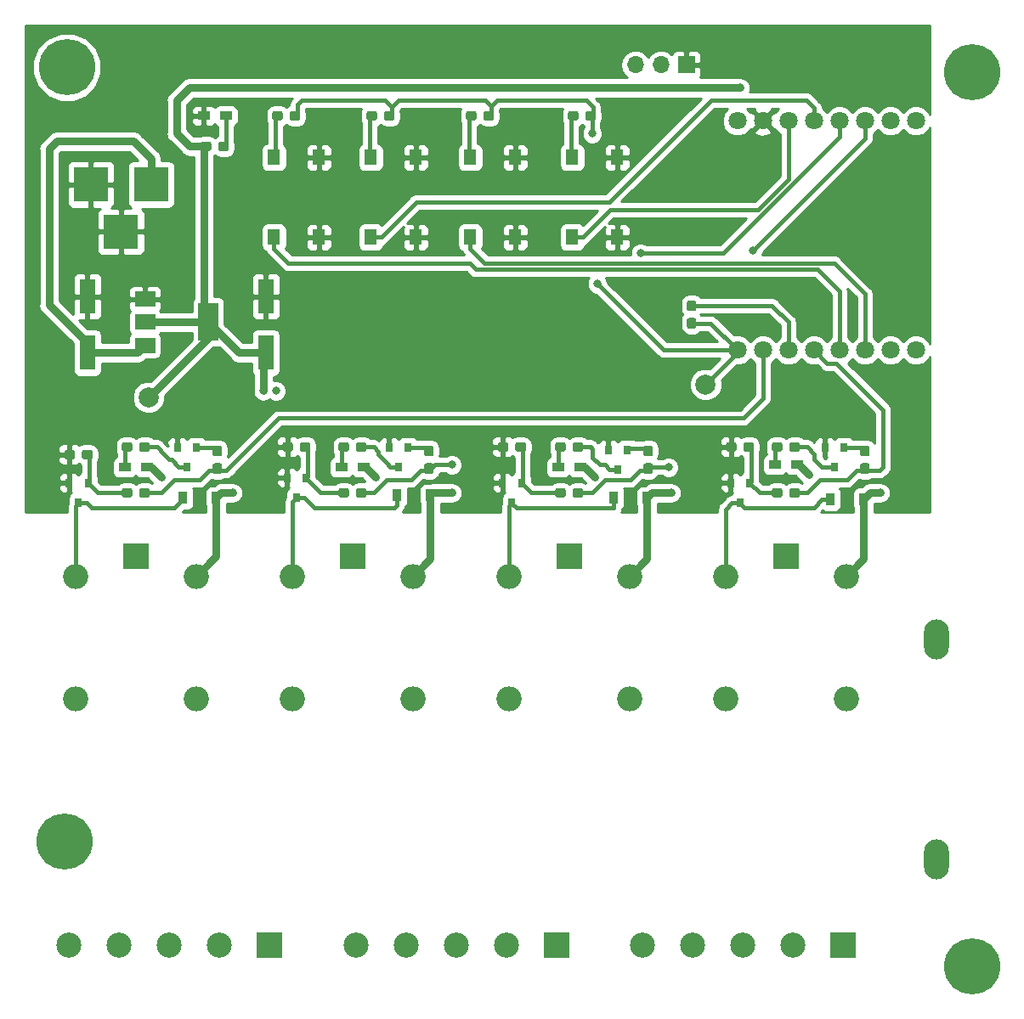
<source format=gbr>
G04 #@! TF.GenerationSoftware,KiCad,Pcbnew,(5.0.0)*
G04 #@! TF.CreationDate,2018-08-06T10:04:36+01:00*
G04 #@! TF.ProjectId,Sonoff_4ch_switch,536F6E6F66665F3463685F7377697463,rev?*
G04 #@! TF.SameCoordinates,Original*
G04 #@! TF.FileFunction,Copper,L1,Top,Signal*
G04 #@! TF.FilePolarity,Positive*
%FSLAX46Y46*%
G04 Gerber Fmt 4.6, Leading zero omitted, Abs format (unit mm)*
G04 Created by KiCad (PCBNEW (5.0.0)) date 08/06/18 10:04:36*
%MOMM*%
%LPD*%
G01*
G04 APERTURE LIST*
G04 #@! TA.AperFunction,Conductor*
%ADD10C,0.100000*%
G04 #@! TD*
G04 #@! TA.AperFunction,SMDPad,CuDef*
%ADD11C,0.950000*%
G04 #@! TD*
G04 #@! TA.AperFunction,ComponentPad*
%ADD12R,1.700000X1.700000*%
G04 #@! TD*
G04 #@! TA.AperFunction,ComponentPad*
%ADD13O,1.700000X1.700000*%
G04 #@! TD*
G04 #@! TA.AperFunction,BGAPad,CuDef*
%ADD14C,2.000000*%
G04 #@! TD*
G04 #@! TA.AperFunction,SMDPad,CuDef*
%ADD15R,1.300000X1.550000*%
G04 #@! TD*
G04 #@! TA.AperFunction,SMDPad,CuDef*
%ADD16R,0.900000X1.200000*%
G04 #@! TD*
G04 #@! TA.AperFunction,ComponentPad*
%ADD17C,1.800000*%
G04 #@! TD*
G04 #@! TA.AperFunction,SMDPad,CuDef*
%ADD18R,1.200000X0.900000*%
G04 #@! TD*
G04 #@! TA.AperFunction,ComponentPad*
%ADD19O,2.500000X4.000000*%
G04 #@! TD*
G04 #@! TA.AperFunction,ComponentPad*
%ADD20R,3.500000X3.500000*%
G04 #@! TD*
G04 #@! TA.AperFunction,SMDPad,CuDef*
%ADD21R,0.800000X0.900000*%
G04 #@! TD*
G04 #@! TA.AperFunction,SMDPad,CuDef*
%ADD22R,1.600000X3.500000*%
G04 #@! TD*
G04 #@! TA.AperFunction,SMDPad,CuDef*
%ADD23R,2.000000X3.800000*%
G04 #@! TD*
G04 #@! TA.AperFunction,SMDPad,CuDef*
%ADD24R,2.000000X1.500000*%
G04 #@! TD*
G04 #@! TA.AperFunction,ComponentPad*
%ADD25O,2.500000X2.500000*%
G04 #@! TD*
G04 #@! TA.AperFunction,ComponentPad*
%ADD26R,2.500000X2.500000*%
G04 #@! TD*
G04 #@! TA.AperFunction,ComponentPad*
%ADD27C,2.500000*%
G04 #@! TD*
G04 #@! TA.AperFunction,ComponentPad*
%ADD28C,5.600000*%
G04 #@! TD*
G04 #@! TA.AperFunction,ViaPad*
%ADD29C,0.800000*%
G04 #@! TD*
G04 #@! TA.AperFunction,Conductor*
%ADD30C,0.800000*%
G04 #@! TD*
G04 #@! TA.AperFunction,Conductor*
%ADD31C,0.400000*%
G04 #@! TD*
G04 #@! TA.AperFunction,Conductor*
%ADD32C,0.254000*%
G04 #@! TD*
G04 APERTURE END LIST*
D10*
G04 #@! TO.N,Net-(R21-Pad2)*
G04 #@! TO.C,R21*
G36*
X126435779Y-41944144D02*
X126458834Y-41947563D01*
X126481443Y-41953227D01*
X126503387Y-41961079D01*
X126524457Y-41971044D01*
X126544448Y-41983026D01*
X126563168Y-41996910D01*
X126580438Y-42012562D01*
X126596090Y-42029832D01*
X126609974Y-42048552D01*
X126621956Y-42068543D01*
X126631921Y-42089613D01*
X126639773Y-42111557D01*
X126645437Y-42134166D01*
X126648856Y-42157221D01*
X126650000Y-42180500D01*
X126650000Y-42655500D01*
X126648856Y-42678779D01*
X126645437Y-42701834D01*
X126639773Y-42724443D01*
X126631921Y-42746387D01*
X126621956Y-42767457D01*
X126609974Y-42787448D01*
X126596090Y-42806168D01*
X126580438Y-42823438D01*
X126563168Y-42839090D01*
X126544448Y-42852974D01*
X126524457Y-42864956D01*
X126503387Y-42874921D01*
X126481443Y-42882773D01*
X126458834Y-42888437D01*
X126435779Y-42891856D01*
X126412500Y-42893000D01*
X125837500Y-42893000D01*
X125814221Y-42891856D01*
X125791166Y-42888437D01*
X125768557Y-42882773D01*
X125746613Y-42874921D01*
X125725543Y-42864956D01*
X125705552Y-42852974D01*
X125686832Y-42839090D01*
X125669562Y-42823438D01*
X125653910Y-42806168D01*
X125640026Y-42787448D01*
X125628044Y-42767457D01*
X125618079Y-42746387D01*
X125610227Y-42724443D01*
X125604563Y-42701834D01*
X125601144Y-42678779D01*
X125600000Y-42655500D01*
X125600000Y-42180500D01*
X125601144Y-42157221D01*
X125604563Y-42134166D01*
X125610227Y-42111557D01*
X125618079Y-42089613D01*
X125628044Y-42068543D01*
X125640026Y-42048552D01*
X125653910Y-42029832D01*
X125669562Y-42012562D01*
X125686832Y-41996910D01*
X125705552Y-41983026D01*
X125725543Y-41971044D01*
X125746613Y-41961079D01*
X125768557Y-41953227D01*
X125791166Y-41947563D01*
X125814221Y-41944144D01*
X125837500Y-41943000D01*
X126412500Y-41943000D01*
X126435779Y-41944144D01*
X126435779Y-41944144D01*
G37*
D11*
G04 #@! TD*
G04 #@! TO.P,R21,2*
G04 #@! TO.N,Net-(R21-Pad2)*
X126125000Y-42418000D03*
D10*
G04 #@! TO.N,+3V3*
G04 #@! TO.C,R21*
G36*
X128185779Y-41944144D02*
X128208834Y-41947563D01*
X128231443Y-41953227D01*
X128253387Y-41961079D01*
X128274457Y-41971044D01*
X128294448Y-41983026D01*
X128313168Y-41996910D01*
X128330438Y-42012562D01*
X128346090Y-42029832D01*
X128359974Y-42048552D01*
X128371956Y-42068543D01*
X128381921Y-42089613D01*
X128389773Y-42111557D01*
X128395437Y-42134166D01*
X128398856Y-42157221D01*
X128400000Y-42180500D01*
X128400000Y-42655500D01*
X128398856Y-42678779D01*
X128395437Y-42701834D01*
X128389773Y-42724443D01*
X128381921Y-42746387D01*
X128371956Y-42767457D01*
X128359974Y-42787448D01*
X128346090Y-42806168D01*
X128330438Y-42823438D01*
X128313168Y-42839090D01*
X128294448Y-42852974D01*
X128274457Y-42864956D01*
X128253387Y-42874921D01*
X128231443Y-42882773D01*
X128208834Y-42888437D01*
X128185779Y-42891856D01*
X128162500Y-42893000D01*
X127587500Y-42893000D01*
X127564221Y-42891856D01*
X127541166Y-42888437D01*
X127518557Y-42882773D01*
X127496613Y-42874921D01*
X127475543Y-42864956D01*
X127455552Y-42852974D01*
X127436832Y-42839090D01*
X127419562Y-42823438D01*
X127403910Y-42806168D01*
X127390026Y-42787448D01*
X127378044Y-42767457D01*
X127368079Y-42746387D01*
X127360227Y-42724443D01*
X127354563Y-42701834D01*
X127351144Y-42678779D01*
X127350000Y-42655500D01*
X127350000Y-42180500D01*
X127351144Y-42157221D01*
X127354563Y-42134166D01*
X127360227Y-42111557D01*
X127368079Y-42089613D01*
X127378044Y-42068543D01*
X127390026Y-42048552D01*
X127403910Y-42029832D01*
X127419562Y-42012562D01*
X127436832Y-41996910D01*
X127455552Y-41983026D01*
X127475543Y-41971044D01*
X127496613Y-41961079D01*
X127518557Y-41953227D01*
X127541166Y-41947563D01*
X127564221Y-41944144D01*
X127587500Y-41943000D01*
X128162500Y-41943000D01*
X128185779Y-41944144D01*
X128185779Y-41944144D01*
G37*
D11*
G04 #@! TD*
G04 #@! TO.P,R21,1*
G04 #@! TO.N,+3V3*
X127875000Y-42418000D03*
D10*
G04 #@! TO.N,+3V3*
G04 #@! TO.C,R20*
G36*
X108881779Y-41944144D02*
X108904834Y-41947563D01*
X108927443Y-41953227D01*
X108949387Y-41961079D01*
X108970457Y-41971044D01*
X108990448Y-41983026D01*
X109009168Y-41996910D01*
X109026438Y-42012562D01*
X109042090Y-42029832D01*
X109055974Y-42048552D01*
X109067956Y-42068543D01*
X109077921Y-42089613D01*
X109085773Y-42111557D01*
X109091437Y-42134166D01*
X109094856Y-42157221D01*
X109096000Y-42180500D01*
X109096000Y-42655500D01*
X109094856Y-42678779D01*
X109091437Y-42701834D01*
X109085773Y-42724443D01*
X109077921Y-42746387D01*
X109067956Y-42767457D01*
X109055974Y-42787448D01*
X109042090Y-42806168D01*
X109026438Y-42823438D01*
X109009168Y-42839090D01*
X108990448Y-42852974D01*
X108970457Y-42864956D01*
X108949387Y-42874921D01*
X108927443Y-42882773D01*
X108904834Y-42888437D01*
X108881779Y-42891856D01*
X108858500Y-42893000D01*
X108283500Y-42893000D01*
X108260221Y-42891856D01*
X108237166Y-42888437D01*
X108214557Y-42882773D01*
X108192613Y-42874921D01*
X108171543Y-42864956D01*
X108151552Y-42852974D01*
X108132832Y-42839090D01*
X108115562Y-42823438D01*
X108099910Y-42806168D01*
X108086026Y-42787448D01*
X108074044Y-42767457D01*
X108064079Y-42746387D01*
X108056227Y-42724443D01*
X108050563Y-42701834D01*
X108047144Y-42678779D01*
X108046000Y-42655500D01*
X108046000Y-42180500D01*
X108047144Y-42157221D01*
X108050563Y-42134166D01*
X108056227Y-42111557D01*
X108064079Y-42089613D01*
X108074044Y-42068543D01*
X108086026Y-42048552D01*
X108099910Y-42029832D01*
X108115562Y-42012562D01*
X108132832Y-41996910D01*
X108151552Y-41983026D01*
X108171543Y-41971044D01*
X108192613Y-41961079D01*
X108214557Y-41953227D01*
X108237166Y-41947563D01*
X108260221Y-41944144D01*
X108283500Y-41943000D01*
X108858500Y-41943000D01*
X108881779Y-41944144D01*
X108881779Y-41944144D01*
G37*
D11*
G04 #@! TD*
G04 #@! TO.P,R20,1*
G04 #@! TO.N,+3V3*
X108571000Y-42418000D03*
D10*
G04 #@! TO.N,Net-(R20-Pad2)*
G04 #@! TO.C,R20*
G36*
X107131779Y-41944144D02*
X107154834Y-41947563D01*
X107177443Y-41953227D01*
X107199387Y-41961079D01*
X107220457Y-41971044D01*
X107240448Y-41983026D01*
X107259168Y-41996910D01*
X107276438Y-42012562D01*
X107292090Y-42029832D01*
X107305974Y-42048552D01*
X107317956Y-42068543D01*
X107327921Y-42089613D01*
X107335773Y-42111557D01*
X107341437Y-42134166D01*
X107344856Y-42157221D01*
X107346000Y-42180500D01*
X107346000Y-42655500D01*
X107344856Y-42678779D01*
X107341437Y-42701834D01*
X107335773Y-42724443D01*
X107327921Y-42746387D01*
X107317956Y-42767457D01*
X107305974Y-42787448D01*
X107292090Y-42806168D01*
X107276438Y-42823438D01*
X107259168Y-42839090D01*
X107240448Y-42852974D01*
X107220457Y-42864956D01*
X107199387Y-42874921D01*
X107177443Y-42882773D01*
X107154834Y-42888437D01*
X107131779Y-42891856D01*
X107108500Y-42893000D01*
X106533500Y-42893000D01*
X106510221Y-42891856D01*
X106487166Y-42888437D01*
X106464557Y-42882773D01*
X106442613Y-42874921D01*
X106421543Y-42864956D01*
X106401552Y-42852974D01*
X106382832Y-42839090D01*
X106365562Y-42823438D01*
X106349910Y-42806168D01*
X106336026Y-42787448D01*
X106324044Y-42767457D01*
X106314079Y-42746387D01*
X106306227Y-42724443D01*
X106300563Y-42701834D01*
X106297144Y-42678779D01*
X106296000Y-42655500D01*
X106296000Y-42180500D01*
X106297144Y-42157221D01*
X106300563Y-42134166D01*
X106306227Y-42111557D01*
X106314079Y-42089613D01*
X106324044Y-42068543D01*
X106336026Y-42048552D01*
X106349910Y-42029832D01*
X106365562Y-42012562D01*
X106382832Y-41996910D01*
X106401552Y-41983026D01*
X106421543Y-41971044D01*
X106442613Y-41961079D01*
X106464557Y-41953227D01*
X106487166Y-41947563D01*
X106510221Y-41944144D01*
X106533500Y-41943000D01*
X107108500Y-41943000D01*
X107131779Y-41944144D01*
X107131779Y-41944144D01*
G37*
D11*
G04 #@! TD*
G04 #@! TO.P,R20,2*
G04 #@! TO.N,Net-(R20-Pad2)*
X106821000Y-42418000D03*
D10*
G04 #@! TO.N,Net-(R19-Pad2)*
G04 #@! TO.C,R19*
G36*
X136595779Y-41944144D02*
X136618834Y-41947563D01*
X136641443Y-41953227D01*
X136663387Y-41961079D01*
X136684457Y-41971044D01*
X136704448Y-41983026D01*
X136723168Y-41996910D01*
X136740438Y-42012562D01*
X136756090Y-42029832D01*
X136769974Y-42048552D01*
X136781956Y-42068543D01*
X136791921Y-42089613D01*
X136799773Y-42111557D01*
X136805437Y-42134166D01*
X136808856Y-42157221D01*
X136810000Y-42180500D01*
X136810000Y-42655500D01*
X136808856Y-42678779D01*
X136805437Y-42701834D01*
X136799773Y-42724443D01*
X136791921Y-42746387D01*
X136781956Y-42767457D01*
X136769974Y-42787448D01*
X136756090Y-42806168D01*
X136740438Y-42823438D01*
X136723168Y-42839090D01*
X136704448Y-42852974D01*
X136684457Y-42864956D01*
X136663387Y-42874921D01*
X136641443Y-42882773D01*
X136618834Y-42888437D01*
X136595779Y-42891856D01*
X136572500Y-42893000D01*
X135997500Y-42893000D01*
X135974221Y-42891856D01*
X135951166Y-42888437D01*
X135928557Y-42882773D01*
X135906613Y-42874921D01*
X135885543Y-42864956D01*
X135865552Y-42852974D01*
X135846832Y-42839090D01*
X135829562Y-42823438D01*
X135813910Y-42806168D01*
X135800026Y-42787448D01*
X135788044Y-42767457D01*
X135778079Y-42746387D01*
X135770227Y-42724443D01*
X135764563Y-42701834D01*
X135761144Y-42678779D01*
X135760000Y-42655500D01*
X135760000Y-42180500D01*
X135761144Y-42157221D01*
X135764563Y-42134166D01*
X135770227Y-42111557D01*
X135778079Y-42089613D01*
X135788044Y-42068543D01*
X135800026Y-42048552D01*
X135813910Y-42029832D01*
X135829562Y-42012562D01*
X135846832Y-41996910D01*
X135865552Y-41983026D01*
X135885543Y-41971044D01*
X135906613Y-41961079D01*
X135928557Y-41953227D01*
X135951166Y-41947563D01*
X135974221Y-41944144D01*
X135997500Y-41943000D01*
X136572500Y-41943000D01*
X136595779Y-41944144D01*
X136595779Y-41944144D01*
G37*
D11*
G04 #@! TD*
G04 #@! TO.P,R19,2*
G04 #@! TO.N,Net-(R19-Pad2)*
X136285000Y-42418000D03*
D10*
G04 #@! TO.N,+3V3*
G04 #@! TO.C,R19*
G36*
X138345779Y-41944144D02*
X138368834Y-41947563D01*
X138391443Y-41953227D01*
X138413387Y-41961079D01*
X138434457Y-41971044D01*
X138454448Y-41983026D01*
X138473168Y-41996910D01*
X138490438Y-42012562D01*
X138506090Y-42029832D01*
X138519974Y-42048552D01*
X138531956Y-42068543D01*
X138541921Y-42089613D01*
X138549773Y-42111557D01*
X138555437Y-42134166D01*
X138558856Y-42157221D01*
X138560000Y-42180500D01*
X138560000Y-42655500D01*
X138558856Y-42678779D01*
X138555437Y-42701834D01*
X138549773Y-42724443D01*
X138541921Y-42746387D01*
X138531956Y-42767457D01*
X138519974Y-42787448D01*
X138506090Y-42806168D01*
X138490438Y-42823438D01*
X138473168Y-42839090D01*
X138454448Y-42852974D01*
X138434457Y-42864956D01*
X138413387Y-42874921D01*
X138391443Y-42882773D01*
X138368834Y-42888437D01*
X138345779Y-42891856D01*
X138322500Y-42893000D01*
X137747500Y-42893000D01*
X137724221Y-42891856D01*
X137701166Y-42888437D01*
X137678557Y-42882773D01*
X137656613Y-42874921D01*
X137635543Y-42864956D01*
X137615552Y-42852974D01*
X137596832Y-42839090D01*
X137579562Y-42823438D01*
X137563910Y-42806168D01*
X137550026Y-42787448D01*
X137538044Y-42767457D01*
X137528079Y-42746387D01*
X137520227Y-42724443D01*
X137514563Y-42701834D01*
X137511144Y-42678779D01*
X137510000Y-42655500D01*
X137510000Y-42180500D01*
X137511144Y-42157221D01*
X137514563Y-42134166D01*
X137520227Y-42111557D01*
X137528079Y-42089613D01*
X137538044Y-42068543D01*
X137550026Y-42048552D01*
X137563910Y-42029832D01*
X137579562Y-42012562D01*
X137596832Y-41996910D01*
X137615552Y-41983026D01*
X137635543Y-41971044D01*
X137656613Y-41961079D01*
X137678557Y-41953227D01*
X137701166Y-41947563D01*
X137724221Y-41944144D01*
X137747500Y-41943000D01*
X138322500Y-41943000D01*
X138345779Y-41944144D01*
X138345779Y-41944144D01*
G37*
D11*
G04 #@! TD*
G04 #@! TO.P,R19,1*
G04 #@! TO.N,+3V3*
X138035000Y-42418000D03*
D10*
G04 #@! TO.N,+3V3*
G04 #@! TO.C,R18*
G36*
X118279779Y-41944144D02*
X118302834Y-41947563D01*
X118325443Y-41953227D01*
X118347387Y-41961079D01*
X118368457Y-41971044D01*
X118388448Y-41983026D01*
X118407168Y-41996910D01*
X118424438Y-42012562D01*
X118440090Y-42029832D01*
X118453974Y-42048552D01*
X118465956Y-42068543D01*
X118475921Y-42089613D01*
X118483773Y-42111557D01*
X118489437Y-42134166D01*
X118492856Y-42157221D01*
X118494000Y-42180500D01*
X118494000Y-42655500D01*
X118492856Y-42678779D01*
X118489437Y-42701834D01*
X118483773Y-42724443D01*
X118475921Y-42746387D01*
X118465956Y-42767457D01*
X118453974Y-42787448D01*
X118440090Y-42806168D01*
X118424438Y-42823438D01*
X118407168Y-42839090D01*
X118388448Y-42852974D01*
X118368457Y-42864956D01*
X118347387Y-42874921D01*
X118325443Y-42882773D01*
X118302834Y-42888437D01*
X118279779Y-42891856D01*
X118256500Y-42893000D01*
X117681500Y-42893000D01*
X117658221Y-42891856D01*
X117635166Y-42888437D01*
X117612557Y-42882773D01*
X117590613Y-42874921D01*
X117569543Y-42864956D01*
X117549552Y-42852974D01*
X117530832Y-42839090D01*
X117513562Y-42823438D01*
X117497910Y-42806168D01*
X117484026Y-42787448D01*
X117472044Y-42767457D01*
X117462079Y-42746387D01*
X117454227Y-42724443D01*
X117448563Y-42701834D01*
X117445144Y-42678779D01*
X117444000Y-42655500D01*
X117444000Y-42180500D01*
X117445144Y-42157221D01*
X117448563Y-42134166D01*
X117454227Y-42111557D01*
X117462079Y-42089613D01*
X117472044Y-42068543D01*
X117484026Y-42048552D01*
X117497910Y-42029832D01*
X117513562Y-42012562D01*
X117530832Y-41996910D01*
X117549552Y-41983026D01*
X117569543Y-41971044D01*
X117590613Y-41961079D01*
X117612557Y-41953227D01*
X117635166Y-41947563D01*
X117658221Y-41944144D01*
X117681500Y-41943000D01*
X118256500Y-41943000D01*
X118279779Y-41944144D01*
X118279779Y-41944144D01*
G37*
D11*
G04 #@! TD*
G04 #@! TO.P,R18,1*
G04 #@! TO.N,+3V3*
X117969000Y-42418000D03*
D10*
G04 #@! TO.N,Net-(R18-Pad2)*
G04 #@! TO.C,R18*
G36*
X116529779Y-41944144D02*
X116552834Y-41947563D01*
X116575443Y-41953227D01*
X116597387Y-41961079D01*
X116618457Y-41971044D01*
X116638448Y-41983026D01*
X116657168Y-41996910D01*
X116674438Y-42012562D01*
X116690090Y-42029832D01*
X116703974Y-42048552D01*
X116715956Y-42068543D01*
X116725921Y-42089613D01*
X116733773Y-42111557D01*
X116739437Y-42134166D01*
X116742856Y-42157221D01*
X116744000Y-42180500D01*
X116744000Y-42655500D01*
X116742856Y-42678779D01*
X116739437Y-42701834D01*
X116733773Y-42724443D01*
X116725921Y-42746387D01*
X116715956Y-42767457D01*
X116703974Y-42787448D01*
X116690090Y-42806168D01*
X116674438Y-42823438D01*
X116657168Y-42839090D01*
X116638448Y-42852974D01*
X116618457Y-42864956D01*
X116597387Y-42874921D01*
X116575443Y-42882773D01*
X116552834Y-42888437D01*
X116529779Y-42891856D01*
X116506500Y-42893000D01*
X115931500Y-42893000D01*
X115908221Y-42891856D01*
X115885166Y-42888437D01*
X115862557Y-42882773D01*
X115840613Y-42874921D01*
X115819543Y-42864956D01*
X115799552Y-42852974D01*
X115780832Y-42839090D01*
X115763562Y-42823438D01*
X115747910Y-42806168D01*
X115734026Y-42787448D01*
X115722044Y-42767457D01*
X115712079Y-42746387D01*
X115704227Y-42724443D01*
X115698563Y-42701834D01*
X115695144Y-42678779D01*
X115694000Y-42655500D01*
X115694000Y-42180500D01*
X115695144Y-42157221D01*
X115698563Y-42134166D01*
X115704227Y-42111557D01*
X115712079Y-42089613D01*
X115722044Y-42068543D01*
X115734026Y-42048552D01*
X115747910Y-42029832D01*
X115763562Y-42012562D01*
X115780832Y-41996910D01*
X115799552Y-41983026D01*
X115819543Y-41971044D01*
X115840613Y-41961079D01*
X115862557Y-41953227D01*
X115885166Y-41947563D01*
X115908221Y-41944144D01*
X115931500Y-41943000D01*
X116506500Y-41943000D01*
X116529779Y-41944144D01*
X116529779Y-41944144D01*
G37*
D11*
G04 #@! TD*
G04 #@! TO.P,R18,2*
G04 #@! TO.N,Net-(R18-Pad2)*
X116219000Y-42418000D03*
D10*
G04 #@! TO.N,Net-(D9-Pad2)*
G04 #@! TO.C,R17*
G36*
X101769779Y-44992144D02*
X101792834Y-44995563D01*
X101815443Y-45001227D01*
X101837387Y-45009079D01*
X101858457Y-45019044D01*
X101878448Y-45031026D01*
X101897168Y-45044910D01*
X101914438Y-45060562D01*
X101930090Y-45077832D01*
X101943974Y-45096552D01*
X101955956Y-45116543D01*
X101965921Y-45137613D01*
X101973773Y-45159557D01*
X101979437Y-45182166D01*
X101982856Y-45205221D01*
X101984000Y-45228500D01*
X101984000Y-45703500D01*
X101982856Y-45726779D01*
X101979437Y-45749834D01*
X101973773Y-45772443D01*
X101965921Y-45794387D01*
X101955956Y-45815457D01*
X101943974Y-45835448D01*
X101930090Y-45854168D01*
X101914438Y-45871438D01*
X101897168Y-45887090D01*
X101878448Y-45900974D01*
X101858457Y-45912956D01*
X101837387Y-45922921D01*
X101815443Y-45930773D01*
X101792834Y-45936437D01*
X101769779Y-45939856D01*
X101746500Y-45941000D01*
X101171500Y-45941000D01*
X101148221Y-45939856D01*
X101125166Y-45936437D01*
X101102557Y-45930773D01*
X101080613Y-45922921D01*
X101059543Y-45912956D01*
X101039552Y-45900974D01*
X101020832Y-45887090D01*
X101003562Y-45871438D01*
X100987910Y-45854168D01*
X100974026Y-45835448D01*
X100962044Y-45815457D01*
X100952079Y-45794387D01*
X100944227Y-45772443D01*
X100938563Y-45749834D01*
X100935144Y-45726779D01*
X100934000Y-45703500D01*
X100934000Y-45228500D01*
X100935144Y-45205221D01*
X100938563Y-45182166D01*
X100944227Y-45159557D01*
X100952079Y-45137613D01*
X100962044Y-45116543D01*
X100974026Y-45096552D01*
X100987910Y-45077832D01*
X101003562Y-45060562D01*
X101020832Y-45044910D01*
X101039552Y-45031026D01*
X101059543Y-45019044D01*
X101080613Y-45009079D01*
X101102557Y-45001227D01*
X101125166Y-44995563D01*
X101148221Y-44992144D01*
X101171500Y-44991000D01*
X101746500Y-44991000D01*
X101769779Y-44992144D01*
X101769779Y-44992144D01*
G37*
D11*
G04 #@! TD*
G04 #@! TO.P,R17,2*
G04 #@! TO.N,Net-(D9-Pad2)*
X101459000Y-45466000D03*
D10*
G04 #@! TO.N,+5V*
G04 #@! TO.C,R17*
G36*
X100019779Y-44992144D02*
X100042834Y-44995563D01*
X100065443Y-45001227D01*
X100087387Y-45009079D01*
X100108457Y-45019044D01*
X100128448Y-45031026D01*
X100147168Y-45044910D01*
X100164438Y-45060562D01*
X100180090Y-45077832D01*
X100193974Y-45096552D01*
X100205956Y-45116543D01*
X100215921Y-45137613D01*
X100223773Y-45159557D01*
X100229437Y-45182166D01*
X100232856Y-45205221D01*
X100234000Y-45228500D01*
X100234000Y-45703500D01*
X100232856Y-45726779D01*
X100229437Y-45749834D01*
X100223773Y-45772443D01*
X100215921Y-45794387D01*
X100205956Y-45815457D01*
X100193974Y-45835448D01*
X100180090Y-45854168D01*
X100164438Y-45871438D01*
X100147168Y-45887090D01*
X100128448Y-45900974D01*
X100108457Y-45912956D01*
X100087387Y-45922921D01*
X100065443Y-45930773D01*
X100042834Y-45936437D01*
X100019779Y-45939856D01*
X99996500Y-45941000D01*
X99421500Y-45941000D01*
X99398221Y-45939856D01*
X99375166Y-45936437D01*
X99352557Y-45930773D01*
X99330613Y-45922921D01*
X99309543Y-45912956D01*
X99289552Y-45900974D01*
X99270832Y-45887090D01*
X99253562Y-45871438D01*
X99237910Y-45854168D01*
X99224026Y-45835448D01*
X99212044Y-45815457D01*
X99202079Y-45794387D01*
X99194227Y-45772443D01*
X99188563Y-45749834D01*
X99185144Y-45726779D01*
X99184000Y-45703500D01*
X99184000Y-45228500D01*
X99185144Y-45205221D01*
X99188563Y-45182166D01*
X99194227Y-45159557D01*
X99202079Y-45137613D01*
X99212044Y-45116543D01*
X99224026Y-45096552D01*
X99237910Y-45077832D01*
X99253562Y-45060562D01*
X99270832Y-45044910D01*
X99289552Y-45031026D01*
X99309543Y-45019044D01*
X99330613Y-45009079D01*
X99352557Y-45001227D01*
X99375166Y-44995563D01*
X99398221Y-44992144D01*
X99421500Y-44991000D01*
X99996500Y-44991000D01*
X100019779Y-44992144D01*
X100019779Y-44992144D01*
G37*
D11*
G04 #@! TD*
G04 #@! TO.P,R17,1*
G04 #@! TO.N,+5V*
X99709000Y-45466000D03*
D10*
G04 #@! TO.N,Net-(Q8-Pad1)*
G04 #@! TO.C,R15*
G36*
X101098779Y-75309144D02*
X101121834Y-75312563D01*
X101144443Y-75318227D01*
X101166387Y-75326079D01*
X101187457Y-75336044D01*
X101207448Y-75348026D01*
X101226168Y-75361910D01*
X101243438Y-75377562D01*
X101259090Y-75394832D01*
X101272974Y-75413552D01*
X101284956Y-75433543D01*
X101294921Y-75454613D01*
X101302773Y-75476557D01*
X101308437Y-75499166D01*
X101311856Y-75522221D01*
X101313000Y-75545500D01*
X101313000Y-76120500D01*
X101311856Y-76143779D01*
X101308437Y-76166834D01*
X101302773Y-76189443D01*
X101294921Y-76211387D01*
X101284956Y-76232457D01*
X101272974Y-76252448D01*
X101259090Y-76271168D01*
X101243438Y-76288438D01*
X101226168Y-76304090D01*
X101207448Y-76317974D01*
X101187457Y-76329956D01*
X101166387Y-76339921D01*
X101144443Y-76347773D01*
X101121834Y-76353437D01*
X101098779Y-76356856D01*
X101075500Y-76358000D01*
X100600500Y-76358000D01*
X100577221Y-76356856D01*
X100554166Y-76353437D01*
X100531557Y-76347773D01*
X100509613Y-76339921D01*
X100488543Y-76329956D01*
X100468552Y-76317974D01*
X100449832Y-76304090D01*
X100432562Y-76288438D01*
X100416910Y-76271168D01*
X100403026Y-76252448D01*
X100391044Y-76232457D01*
X100381079Y-76211387D01*
X100373227Y-76189443D01*
X100367563Y-76166834D01*
X100364144Y-76143779D01*
X100363000Y-76120500D01*
X100363000Y-75545500D01*
X100364144Y-75522221D01*
X100367563Y-75499166D01*
X100373227Y-75476557D01*
X100381079Y-75454613D01*
X100391044Y-75433543D01*
X100403026Y-75413552D01*
X100416910Y-75394832D01*
X100432562Y-75377562D01*
X100449832Y-75361910D01*
X100468552Y-75348026D01*
X100488543Y-75336044D01*
X100509613Y-75326079D01*
X100531557Y-75318227D01*
X100554166Y-75312563D01*
X100577221Y-75309144D01*
X100600500Y-75308000D01*
X101075500Y-75308000D01*
X101098779Y-75309144D01*
X101098779Y-75309144D01*
G37*
D11*
G04 #@! TD*
G04 #@! TO.P,R15,1*
G04 #@! TO.N,Net-(Q8-Pad1)*
X100838000Y-75833000D03*
D10*
G04 #@! TO.N,Relay4*
G04 #@! TO.C,R15*
G36*
X101098779Y-77059144D02*
X101121834Y-77062563D01*
X101144443Y-77068227D01*
X101166387Y-77076079D01*
X101187457Y-77086044D01*
X101207448Y-77098026D01*
X101226168Y-77111910D01*
X101243438Y-77127562D01*
X101259090Y-77144832D01*
X101272974Y-77163552D01*
X101284956Y-77183543D01*
X101294921Y-77204613D01*
X101302773Y-77226557D01*
X101308437Y-77249166D01*
X101311856Y-77272221D01*
X101313000Y-77295500D01*
X101313000Y-77870500D01*
X101311856Y-77893779D01*
X101308437Y-77916834D01*
X101302773Y-77939443D01*
X101294921Y-77961387D01*
X101284956Y-77982457D01*
X101272974Y-78002448D01*
X101259090Y-78021168D01*
X101243438Y-78038438D01*
X101226168Y-78054090D01*
X101207448Y-78067974D01*
X101187457Y-78079956D01*
X101166387Y-78089921D01*
X101144443Y-78097773D01*
X101121834Y-78103437D01*
X101098779Y-78106856D01*
X101075500Y-78108000D01*
X100600500Y-78108000D01*
X100577221Y-78106856D01*
X100554166Y-78103437D01*
X100531557Y-78097773D01*
X100509613Y-78089921D01*
X100488543Y-78079956D01*
X100468552Y-78067974D01*
X100449832Y-78054090D01*
X100432562Y-78038438D01*
X100416910Y-78021168D01*
X100403026Y-78002448D01*
X100391044Y-77982457D01*
X100381079Y-77961387D01*
X100373227Y-77939443D01*
X100367563Y-77916834D01*
X100364144Y-77893779D01*
X100363000Y-77870500D01*
X100363000Y-77295500D01*
X100364144Y-77272221D01*
X100367563Y-77249166D01*
X100373227Y-77226557D01*
X100381079Y-77204613D01*
X100391044Y-77183543D01*
X100403026Y-77163552D01*
X100416910Y-77144832D01*
X100432562Y-77127562D01*
X100449832Y-77111910D01*
X100468552Y-77098026D01*
X100488543Y-77086044D01*
X100509613Y-77076079D01*
X100531557Y-77068227D01*
X100554166Y-77062563D01*
X100577221Y-77059144D01*
X100600500Y-77058000D01*
X101075500Y-77058000D01*
X101098779Y-77059144D01*
X101098779Y-77059144D01*
G37*
D11*
G04 #@! TD*
G04 #@! TO.P,R15,2*
G04 #@! TO.N,Relay4*
X100838000Y-77583000D03*
D10*
G04 #@! TO.N,Net-(D7-Pad1)*
G04 #@! TO.C,R14*
G36*
X113735779Y-74964144D02*
X113758834Y-74967563D01*
X113781443Y-74973227D01*
X113803387Y-74981079D01*
X113824457Y-74991044D01*
X113844448Y-75003026D01*
X113863168Y-75016910D01*
X113880438Y-75032562D01*
X113896090Y-75049832D01*
X113909974Y-75068552D01*
X113921956Y-75088543D01*
X113931921Y-75109613D01*
X113939773Y-75131557D01*
X113945437Y-75154166D01*
X113948856Y-75177221D01*
X113950000Y-75200500D01*
X113950000Y-75675500D01*
X113948856Y-75698779D01*
X113945437Y-75721834D01*
X113939773Y-75744443D01*
X113931921Y-75766387D01*
X113921956Y-75787457D01*
X113909974Y-75807448D01*
X113896090Y-75826168D01*
X113880438Y-75843438D01*
X113863168Y-75859090D01*
X113844448Y-75872974D01*
X113824457Y-75884956D01*
X113803387Y-75894921D01*
X113781443Y-75902773D01*
X113758834Y-75908437D01*
X113735779Y-75911856D01*
X113712500Y-75913000D01*
X113137500Y-75913000D01*
X113114221Y-75911856D01*
X113091166Y-75908437D01*
X113068557Y-75902773D01*
X113046613Y-75894921D01*
X113025543Y-75884956D01*
X113005552Y-75872974D01*
X112986832Y-75859090D01*
X112969562Y-75843438D01*
X112953910Y-75826168D01*
X112940026Y-75807448D01*
X112928044Y-75787457D01*
X112918079Y-75766387D01*
X112910227Y-75744443D01*
X112904563Y-75721834D01*
X112901144Y-75698779D01*
X112900000Y-75675500D01*
X112900000Y-75200500D01*
X112901144Y-75177221D01*
X112904563Y-75154166D01*
X112910227Y-75131557D01*
X112918079Y-75109613D01*
X112928044Y-75088543D01*
X112940026Y-75068552D01*
X112953910Y-75049832D01*
X112969562Y-75032562D01*
X112986832Y-75016910D01*
X113005552Y-75003026D01*
X113025543Y-74991044D01*
X113046613Y-74981079D01*
X113068557Y-74973227D01*
X113091166Y-74967563D01*
X113114221Y-74964144D01*
X113137500Y-74963000D01*
X113712500Y-74963000D01*
X113735779Y-74964144D01*
X113735779Y-74964144D01*
G37*
D11*
G04 #@! TD*
G04 #@! TO.P,R14,2*
G04 #@! TO.N,Net-(D7-Pad1)*
X113425000Y-75438000D03*
D10*
G04 #@! TO.N,Net-(Q7-Pad3)*
G04 #@! TO.C,R14*
G36*
X115485779Y-74964144D02*
X115508834Y-74967563D01*
X115531443Y-74973227D01*
X115553387Y-74981079D01*
X115574457Y-74991044D01*
X115594448Y-75003026D01*
X115613168Y-75016910D01*
X115630438Y-75032562D01*
X115646090Y-75049832D01*
X115659974Y-75068552D01*
X115671956Y-75088543D01*
X115681921Y-75109613D01*
X115689773Y-75131557D01*
X115695437Y-75154166D01*
X115698856Y-75177221D01*
X115700000Y-75200500D01*
X115700000Y-75675500D01*
X115698856Y-75698779D01*
X115695437Y-75721834D01*
X115689773Y-75744443D01*
X115681921Y-75766387D01*
X115671956Y-75787457D01*
X115659974Y-75807448D01*
X115646090Y-75826168D01*
X115630438Y-75843438D01*
X115613168Y-75859090D01*
X115594448Y-75872974D01*
X115574457Y-75884956D01*
X115553387Y-75894921D01*
X115531443Y-75902773D01*
X115508834Y-75908437D01*
X115485779Y-75911856D01*
X115462500Y-75913000D01*
X114887500Y-75913000D01*
X114864221Y-75911856D01*
X114841166Y-75908437D01*
X114818557Y-75902773D01*
X114796613Y-75894921D01*
X114775543Y-75884956D01*
X114755552Y-75872974D01*
X114736832Y-75859090D01*
X114719562Y-75843438D01*
X114703910Y-75826168D01*
X114690026Y-75807448D01*
X114678044Y-75787457D01*
X114668079Y-75766387D01*
X114660227Y-75744443D01*
X114654563Y-75721834D01*
X114651144Y-75698779D01*
X114650000Y-75675500D01*
X114650000Y-75200500D01*
X114651144Y-75177221D01*
X114654563Y-75154166D01*
X114660227Y-75131557D01*
X114668079Y-75109613D01*
X114678044Y-75088543D01*
X114690026Y-75068552D01*
X114703910Y-75049832D01*
X114719562Y-75032562D01*
X114736832Y-75016910D01*
X114755552Y-75003026D01*
X114775543Y-74991044D01*
X114796613Y-74981079D01*
X114818557Y-74973227D01*
X114841166Y-74967563D01*
X114864221Y-74964144D01*
X114887500Y-74963000D01*
X115462500Y-74963000D01*
X115485779Y-74964144D01*
X115485779Y-74964144D01*
G37*
D11*
G04 #@! TD*
G04 #@! TO.P,R14,1*
G04 #@! TO.N,Net-(Q7-Pad3)*
X115175000Y-75438000D03*
D10*
G04 #@! TO.N,Net-(Q4-Pad1)*
G04 #@! TO.C,R7*
G36*
X92145779Y-79536144D02*
X92168834Y-79539563D01*
X92191443Y-79545227D01*
X92213387Y-79553079D01*
X92234457Y-79563044D01*
X92254448Y-79575026D01*
X92273168Y-79588910D01*
X92290438Y-79604562D01*
X92306090Y-79621832D01*
X92319974Y-79640552D01*
X92331956Y-79660543D01*
X92341921Y-79681613D01*
X92349773Y-79703557D01*
X92355437Y-79726166D01*
X92358856Y-79749221D01*
X92360000Y-79772500D01*
X92360000Y-80247500D01*
X92358856Y-80270779D01*
X92355437Y-80293834D01*
X92349773Y-80316443D01*
X92341921Y-80338387D01*
X92331956Y-80359457D01*
X92319974Y-80379448D01*
X92306090Y-80398168D01*
X92290438Y-80415438D01*
X92273168Y-80431090D01*
X92254448Y-80444974D01*
X92234457Y-80456956D01*
X92213387Y-80466921D01*
X92191443Y-80474773D01*
X92168834Y-80480437D01*
X92145779Y-80483856D01*
X92122500Y-80485000D01*
X91547500Y-80485000D01*
X91524221Y-80483856D01*
X91501166Y-80480437D01*
X91478557Y-80474773D01*
X91456613Y-80466921D01*
X91435543Y-80456956D01*
X91415552Y-80444974D01*
X91396832Y-80431090D01*
X91379562Y-80415438D01*
X91363910Y-80398168D01*
X91350026Y-80379448D01*
X91338044Y-80359457D01*
X91328079Y-80338387D01*
X91320227Y-80316443D01*
X91314563Y-80293834D01*
X91311144Y-80270779D01*
X91310000Y-80247500D01*
X91310000Y-79772500D01*
X91311144Y-79749221D01*
X91314563Y-79726166D01*
X91320227Y-79703557D01*
X91328079Y-79681613D01*
X91338044Y-79660543D01*
X91350026Y-79640552D01*
X91363910Y-79621832D01*
X91379562Y-79604562D01*
X91396832Y-79588910D01*
X91415552Y-79575026D01*
X91435543Y-79563044D01*
X91456613Y-79553079D01*
X91478557Y-79545227D01*
X91501166Y-79539563D01*
X91524221Y-79536144D01*
X91547500Y-79535000D01*
X92122500Y-79535000D01*
X92145779Y-79536144D01*
X92145779Y-79536144D01*
G37*
D11*
G04 #@! TD*
G04 #@! TO.P,R7,1*
G04 #@! TO.N,Net-(Q4-Pad1)*
X91835000Y-80010000D03*
D10*
G04 #@! TO.N,Relay4*
G04 #@! TO.C,R7*
G36*
X93895779Y-79536144D02*
X93918834Y-79539563D01*
X93941443Y-79545227D01*
X93963387Y-79553079D01*
X93984457Y-79563044D01*
X94004448Y-79575026D01*
X94023168Y-79588910D01*
X94040438Y-79604562D01*
X94056090Y-79621832D01*
X94069974Y-79640552D01*
X94081956Y-79660543D01*
X94091921Y-79681613D01*
X94099773Y-79703557D01*
X94105437Y-79726166D01*
X94108856Y-79749221D01*
X94110000Y-79772500D01*
X94110000Y-80247500D01*
X94108856Y-80270779D01*
X94105437Y-80293834D01*
X94099773Y-80316443D01*
X94091921Y-80338387D01*
X94081956Y-80359457D01*
X94069974Y-80379448D01*
X94056090Y-80398168D01*
X94040438Y-80415438D01*
X94023168Y-80431090D01*
X94004448Y-80444974D01*
X93984457Y-80456956D01*
X93963387Y-80466921D01*
X93941443Y-80474773D01*
X93918834Y-80480437D01*
X93895779Y-80483856D01*
X93872500Y-80485000D01*
X93297500Y-80485000D01*
X93274221Y-80483856D01*
X93251166Y-80480437D01*
X93228557Y-80474773D01*
X93206613Y-80466921D01*
X93185543Y-80456956D01*
X93165552Y-80444974D01*
X93146832Y-80431090D01*
X93129562Y-80415438D01*
X93113910Y-80398168D01*
X93100026Y-80379448D01*
X93088044Y-80359457D01*
X93078079Y-80338387D01*
X93070227Y-80316443D01*
X93064563Y-80293834D01*
X93061144Y-80270779D01*
X93060000Y-80247500D01*
X93060000Y-79772500D01*
X93061144Y-79749221D01*
X93064563Y-79726166D01*
X93070227Y-79703557D01*
X93078079Y-79681613D01*
X93088044Y-79660543D01*
X93100026Y-79640552D01*
X93113910Y-79621832D01*
X93129562Y-79604562D01*
X93146832Y-79588910D01*
X93165552Y-79575026D01*
X93185543Y-79563044D01*
X93206613Y-79553079D01*
X93228557Y-79545227D01*
X93251166Y-79539563D01*
X93274221Y-79536144D01*
X93297500Y-79535000D01*
X93872500Y-79535000D01*
X93895779Y-79536144D01*
X93895779Y-79536144D01*
G37*
D11*
G04 #@! TD*
G04 #@! TO.P,R7,2*
G04 #@! TO.N,Relay4*
X93585000Y-80010000D03*
D10*
G04 #@! TO.N,Relay3*
G04 #@! TO.C,R5*
G36*
X115485779Y-79536144D02*
X115508834Y-79539563D01*
X115531443Y-79545227D01*
X115553387Y-79553079D01*
X115574457Y-79563044D01*
X115594448Y-79575026D01*
X115613168Y-79588910D01*
X115630438Y-79604562D01*
X115646090Y-79621832D01*
X115659974Y-79640552D01*
X115671956Y-79660543D01*
X115681921Y-79681613D01*
X115689773Y-79703557D01*
X115695437Y-79726166D01*
X115698856Y-79749221D01*
X115700000Y-79772500D01*
X115700000Y-80247500D01*
X115698856Y-80270779D01*
X115695437Y-80293834D01*
X115689773Y-80316443D01*
X115681921Y-80338387D01*
X115671956Y-80359457D01*
X115659974Y-80379448D01*
X115646090Y-80398168D01*
X115630438Y-80415438D01*
X115613168Y-80431090D01*
X115594448Y-80444974D01*
X115574457Y-80456956D01*
X115553387Y-80466921D01*
X115531443Y-80474773D01*
X115508834Y-80480437D01*
X115485779Y-80483856D01*
X115462500Y-80485000D01*
X114887500Y-80485000D01*
X114864221Y-80483856D01*
X114841166Y-80480437D01*
X114818557Y-80474773D01*
X114796613Y-80466921D01*
X114775543Y-80456956D01*
X114755552Y-80444974D01*
X114736832Y-80431090D01*
X114719562Y-80415438D01*
X114703910Y-80398168D01*
X114690026Y-80379448D01*
X114678044Y-80359457D01*
X114668079Y-80338387D01*
X114660227Y-80316443D01*
X114654563Y-80293834D01*
X114651144Y-80270779D01*
X114650000Y-80247500D01*
X114650000Y-79772500D01*
X114651144Y-79749221D01*
X114654563Y-79726166D01*
X114660227Y-79703557D01*
X114668079Y-79681613D01*
X114678044Y-79660543D01*
X114690026Y-79640552D01*
X114703910Y-79621832D01*
X114719562Y-79604562D01*
X114736832Y-79588910D01*
X114755552Y-79575026D01*
X114775543Y-79563044D01*
X114796613Y-79553079D01*
X114818557Y-79545227D01*
X114841166Y-79539563D01*
X114864221Y-79536144D01*
X114887500Y-79535000D01*
X115462500Y-79535000D01*
X115485779Y-79536144D01*
X115485779Y-79536144D01*
G37*
D11*
G04 #@! TD*
G04 #@! TO.P,R5,2*
G04 #@! TO.N,Relay3*
X115175000Y-80010000D03*
D10*
G04 #@! TO.N,Net-(Q3-Pad1)*
G04 #@! TO.C,R5*
G36*
X113735779Y-79536144D02*
X113758834Y-79539563D01*
X113781443Y-79545227D01*
X113803387Y-79553079D01*
X113824457Y-79563044D01*
X113844448Y-79575026D01*
X113863168Y-79588910D01*
X113880438Y-79604562D01*
X113896090Y-79621832D01*
X113909974Y-79640552D01*
X113921956Y-79660543D01*
X113931921Y-79681613D01*
X113939773Y-79703557D01*
X113945437Y-79726166D01*
X113948856Y-79749221D01*
X113950000Y-79772500D01*
X113950000Y-80247500D01*
X113948856Y-80270779D01*
X113945437Y-80293834D01*
X113939773Y-80316443D01*
X113931921Y-80338387D01*
X113921956Y-80359457D01*
X113909974Y-80379448D01*
X113896090Y-80398168D01*
X113880438Y-80415438D01*
X113863168Y-80431090D01*
X113844448Y-80444974D01*
X113824457Y-80456956D01*
X113803387Y-80466921D01*
X113781443Y-80474773D01*
X113758834Y-80480437D01*
X113735779Y-80483856D01*
X113712500Y-80485000D01*
X113137500Y-80485000D01*
X113114221Y-80483856D01*
X113091166Y-80480437D01*
X113068557Y-80474773D01*
X113046613Y-80466921D01*
X113025543Y-80456956D01*
X113005552Y-80444974D01*
X112986832Y-80431090D01*
X112969562Y-80415438D01*
X112953910Y-80398168D01*
X112940026Y-80379448D01*
X112928044Y-80359457D01*
X112918079Y-80338387D01*
X112910227Y-80316443D01*
X112904563Y-80293834D01*
X112901144Y-80270779D01*
X112900000Y-80247500D01*
X112900000Y-79772500D01*
X112901144Y-79749221D01*
X112904563Y-79726166D01*
X112910227Y-79703557D01*
X112918079Y-79681613D01*
X112928044Y-79660543D01*
X112940026Y-79640552D01*
X112953910Y-79621832D01*
X112969562Y-79604562D01*
X112986832Y-79588910D01*
X113005552Y-79575026D01*
X113025543Y-79563044D01*
X113046613Y-79553079D01*
X113068557Y-79545227D01*
X113091166Y-79539563D01*
X113114221Y-79536144D01*
X113137500Y-79535000D01*
X113712500Y-79535000D01*
X113735779Y-79536144D01*
X113735779Y-79536144D01*
G37*
D11*
G04 #@! TD*
G04 #@! TO.P,R5,1*
G04 #@! TO.N,Net-(Q3-Pad1)*
X113425000Y-80010000D03*
D10*
G04 #@! TO.N,+3V3*
G04 #@! TO.C,R22*
G36*
X148342779Y-62581144D02*
X148365834Y-62584563D01*
X148388443Y-62590227D01*
X148410387Y-62598079D01*
X148431457Y-62608044D01*
X148451448Y-62620026D01*
X148470168Y-62633910D01*
X148487438Y-62649562D01*
X148503090Y-62666832D01*
X148516974Y-62685552D01*
X148528956Y-62705543D01*
X148538921Y-62726613D01*
X148546773Y-62748557D01*
X148552437Y-62771166D01*
X148555856Y-62794221D01*
X148557000Y-62817500D01*
X148557000Y-63392500D01*
X148555856Y-63415779D01*
X148552437Y-63438834D01*
X148546773Y-63461443D01*
X148538921Y-63483387D01*
X148528956Y-63504457D01*
X148516974Y-63524448D01*
X148503090Y-63543168D01*
X148487438Y-63560438D01*
X148470168Y-63576090D01*
X148451448Y-63589974D01*
X148431457Y-63601956D01*
X148410387Y-63611921D01*
X148388443Y-63619773D01*
X148365834Y-63625437D01*
X148342779Y-63628856D01*
X148319500Y-63630000D01*
X147844500Y-63630000D01*
X147821221Y-63628856D01*
X147798166Y-63625437D01*
X147775557Y-63619773D01*
X147753613Y-63611921D01*
X147732543Y-63601956D01*
X147712552Y-63589974D01*
X147693832Y-63576090D01*
X147676562Y-63560438D01*
X147660910Y-63543168D01*
X147647026Y-63524448D01*
X147635044Y-63504457D01*
X147625079Y-63483387D01*
X147617227Y-63461443D01*
X147611563Y-63438834D01*
X147608144Y-63415779D01*
X147607000Y-63392500D01*
X147607000Y-62817500D01*
X147608144Y-62794221D01*
X147611563Y-62771166D01*
X147617227Y-62748557D01*
X147625079Y-62726613D01*
X147635044Y-62705543D01*
X147647026Y-62685552D01*
X147660910Y-62666832D01*
X147676562Y-62649562D01*
X147693832Y-62633910D01*
X147712552Y-62620026D01*
X147732543Y-62608044D01*
X147753613Y-62598079D01*
X147775557Y-62590227D01*
X147798166Y-62584563D01*
X147821221Y-62581144D01*
X147844500Y-62580000D01*
X148319500Y-62580000D01*
X148342779Y-62581144D01*
X148342779Y-62581144D01*
G37*
D11*
G04 #@! TD*
G04 #@! TO.P,R22,1*
G04 #@! TO.N,+3V3*
X148082000Y-63105000D03*
D10*
G04 #@! TO.N,OneWire*
G04 #@! TO.C,R22*
G36*
X148342779Y-60831144D02*
X148365834Y-60834563D01*
X148388443Y-60840227D01*
X148410387Y-60848079D01*
X148431457Y-60858044D01*
X148451448Y-60870026D01*
X148470168Y-60883910D01*
X148487438Y-60899562D01*
X148503090Y-60916832D01*
X148516974Y-60935552D01*
X148528956Y-60955543D01*
X148538921Y-60976613D01*
X148546773Y-60998557D01*
X148552437Y-61021166D01*
X148555856Y-61044221D01*
X148557000Y-61067500D01*
X148557000Y-61642500D01*
X148555856Y-61665779D01*
X148552437Y-61688834D01*
X148546773Y-61711443D01*
X148538921Y-61733387D01*
X148528956Y-61754457D01*
X148516974Y-61774448D01*
X148503090Y-61793168D01*
X148487438Y-61810438D01*
X148470168Y-61826090D01*
X148451448Y-61839974D01*
X148431457Y-61851956D01*
X148410387Y-61861921D01*
X148388443Y-61869773D01*
X148365834Y-61875437D01*
X148342779Y-61878856D01*
X148319500Y-61880000D01*
X147844500Y-61880000D01*
X147821221Y-61878856D01*
X147798166Y-61875437D01*
X147775557Y-61869773D01*
X147753613Y-61861921D01*
X147732543Y-61851956D01*
X147712552Y-61839974D01*
X147693832Y-61826090D01*
X147676562Y-61810438D01*
X147660910Y-61793168D01*
X147647026Y-61774448D01*
X147635044Y-61754457D01*
X147625079Y-61733387D01*
X147617227Y-61711443D01*
X147611563Y-61688834D01*
X147608144Y-61665779D01*
X147607000Y-61642500D01*
X147607000Y-61067500D01*
X147608144Y-61044221D01*
X147611563Y-61021166D01*
X147617227Y-60998557D01*
X147625079Y-60976613D01*
X147635044Y-60955543D01*
X147647026Y-60935552D01*
X147660910Y-60916832D01*
X147676562Y-60899562D01*
X147693832Y-60883910D01*
X147712552Y-60870026D01*
X147732543Y-60858044D01*
X147753613Y-60848079D01*
X147775557Y-60840227D01*
X147798166Y-60834563D01*
X147821221Y-60831144D01*
X147844500Y-60830000D01*
X148319500Y-60830000D01*
X148342779Y-60831144D01*
X148342779Y-60831144D01*
G37*
D11*
G04 #@! TD*
G04 #@! TO.P,R22,2*
G04 #@! TO.N,OneWire*
X148082000Y-61355000D03*
D10*
G04 #@! TO.N,Net-(Q3-Pad1)*
G04 #@! TO.C,R6*
G36*
X109897779Y-74964144D02*
X109920834Y-74967563D01*
X109943443Y-74973227D01*
X109965387Y-74981079D01*
X109986457Y-74991044D01*
X110006448Y-75003026D01*
X110025168Y-75016910D01*
X110042438Y-75032562D01*
X110058090Y-75049832D01*
X110071974Y-75068552D01*
X110083956Y-75088543D01*
X110093921Y-75109613D01*
X110101773Y-75131557D01*
X110107437Y-75154166D01*
X110110856Y-75177221D01*
X110112000Y-75200500D01*
X110112000Y-75675500D01*
X110110856Y-75698779D01*
X110107437Y-75721834D01*
X110101773Y-75744443D01*
X110093921Y-75766387D01*
X110083956Y-75787457D01*
X110071974Y-75807448D01*
X110058090Y-75826168D01*
X110042438Y-75843438D01*
X110025168Y-75859090D01*
X110006448Y-75872974D01*
X109986457Y-75884956D01*
X109965387Y-75894921D01*
X109943443Y-75902773D01*
X109920834Y-75908437D01*
X109897779Y-75911856D01*
X109874500Y-75913000D01*
X109299500Y-75913000D01*
X109276221Y-75911856D01*
X109253166Y-75908437D01*
X109230557Y-75902773D01*
X109208613Y-75894921D01*
X109187543Y-75884956D01*
X109167552Y-75872974D01*
X109148832Y-75859090D01*
X109131562Y-75843438D01*
X109115910Y-75826168D01*
X109102026Y-75807448D01*
X109090044Y-75787457D01*
X109080079Y-75766387D01*
X109072227Y-75744443D01*
X109066563Y-75721834D01*
X109063144Y-75698779D01*
X109062000Y-75675500D01*
X109062000Y-75200500D01*
X109063144Y-75177221D01*
X109066563Y-75154166D01*
X109072227Y-75131557D01*
X109080079Y-75109613D01*
X109090044Y-75088543D01*
X109102026Y-75068552D01*
X109115910Y-75049832D01*
X109131562Y-75032562D01*
X109148832Y-75016910D01*
X109167552Y-75003026D01*
X109187543Y-74991044D01*
X109208613Y-74981079D01*
X109230557Y-74973227D01*
X109253166Y-74967563D01*
X109276221Y-74964144D01*
X109299500Y-74963000D01*
X109874500Y-74963000D01*
X109897779Y-74964144D01*
X109897779Y-74964144D01*
G37*
D11*
G04 #@! TD*
G04 #@! TO.P,R6,2*
G04 #@! TO.N,Net-(Q3-Pad1)*
X109587000Y-75438000D03*
D10*
G04 #@! TO.N,GND*
G04 #@! TO.C,R6*
G36*
X108147779Y-74964144D02*
X108170834Y-74967563D01*
X108193443Y-74973227D01*
X108215387Y-74981079D01*
X108236457Y-74991044D01*
X108256448Y-75003026D01*
X108275168Y-75016910D01*
X108292438Y-75032562D01*
X108308090Y-75049832D01*
X108321974Y-75068552D01*
X108333956Y-75088543D01*
X108343921Y-75109613D01*
X108351773Y-75131557D01*
X108357437Y-75154166D01*
X108360856Y-75177221D01*
X108362000Y-75200500D01*
X108362000Y-75675500D01*
X108360856Y-75698779D01*
X108357437Y-75721834D01*
X108351773Y-75744443D01*
X108343921Y-75766387D01*
X108333956Y-75787457D01*
X108321974Y-75807448D01*
X108308090Y-75826168D01*
X108292438Y-75843438D01*
X108275168Y-75859090D01*
X108256448Y-75872974D01*
X108236457Y-75884956D01*
X108215387Y-75894921D01*
X108193443Y-75902773D01*
X108170834Y-75908437D01*
X108147779Y-75911856D01*
X108124500Y-75913000D01*
X107549500Y-75913000D01*
X107526221Y-75911856D01*
X107503166Y-75908437D01*
X107480557Y-75902773D01*
X107458613Y-75894921D01*
X107437543Y-75884956D01*
X107417552Y-75872974D01*
X107398832Y-75859090D01*
X107381562Y-75843438D01*
X107365910Y-75826168D01*
X107352026Y-75807448D01*
X107340044Y-75787457D01*
X107330079Y-75766387D01*
X107322227Y-75744443D01*
X107316563Y-75721834D01*
X107313144Y-75698779D01*
X107312000Y-75675500D01*
X107312000Y-75200500D01*
X107313144Y-75177221D01*
X107316563Y-75154166D01*
X107322227Y-75131557D01*
X107330079Y-75109613D01*
X107340044Y-75088543D01*
X107352026Y-75068552D01*
X107365910Y-75049832D01*
X107381562Y-75032562D01*
X107398832Y-75016910D01*
X107417552Y-75003026D01*
X107437543Y-74991044D01*
X107458613Y-74981079D01*
X107480557Y-74973227D01*
X107503166Y-74967563D01*
X107526221Y-74964144D01*
X107549500Y-74963000D01*
X108124500Y-74963000D01*
X108147779Y-74964144D01*
X108147779Y-74964144D01*
G37*
D11*
G04 #@! TD*
G04 #@! TO.P,R6,1*
G04 #@! TO.N,GND*
X107837000Y-75438000D03*
D10*
G04 #@! TO.N,Net-(Q8-Pad3)*
G04 #@! TO.C,R16*
G36*
X93895779Y-74964144D02*
X93918834Y-74967563D01*
X93941443Y-74973227D01*
X93963387Y-74981079D01*
X93984457Y-74991044D01*
X94004448Y-75003026D01*
X94023168Y-75016910D01*
X94040438Y-75032562D01*
X94056090Y-75049832D01*
X94069974Y-75068552D01*
X94081956Y-75088543D01*
X94091921Y-75109613D01*
X94099773Y-75131557D01*
X94105437Y-75154166D01*
X94108856Y-75177221D01*
X94110000Y-75200500D01*
X94110000Y-75675500D01*
X94108856Y-75698779D01*
X94105437Y-75721834D01*
X94099773Y-75744443D01*
X94091921Y-75766387D01*
X94081956Y-75787457D01*
X94069974Y-75807448D01*
X94056090Y-75826168D01*
X94040438Y-75843438D01*
X94023168Y-75859090D01*
X94004448Y-75872974D01*
X93984457Y-75884956D01*
X93963387Y-75894921D01*
X93941443Y-75902773D01*
X93918834Y-75908437D01*
X93895779Y-75911856D01*
X93872500Y-75913000D01*
X93297500Y-75913000D01*
X93274221Y-75911856D01*
X93251166Y-75908437D01*
X93228557Y-75902773D01*
X93206613Y-75894921D01*
X93185543Y-75884956D01*
X93165552Y-75872974D01*
X93146832Y-75859090D01*
X93129562Y-75843438D01*
X93113910Y-75826168D01*
X93100026Y-75807448D01*
X93088044Y-75787457D01*
X93078079Y-75766387D01*
X93070227Y-75744443D01*
X93064563Y-75721834D01*
X93061144Y-75698779D01*
X93060000Y-75675500D01*
X93060000Y-75200500D01*
X93061144Y-75177221D01*
X93064563Y-75154166D01*
X93070227Y-75131557D01*
X93078079Y-75109613D01*
X93088044Y-75088543D01*
X93100026Y-75068552D01*
X93113910Y-75049832D01*
X93129562Y-75032562D01*
X93146832Y-75016910D01*
X93165552Y-75003026D01*
X93185543Y-74991044D01*
X93206613Y-74981079D01*
X93228557Y-74973227D01*
X93251166Y-74967563D01*
X93274221Y-74964144D01*
X93297500Y-74963000D01*
X93872500Y-74963000D01*
X93895779Y-74964144D01*
X93895779Y-74964144D01*
G37*
D11*
G04 #@! TD*
G04 #@! TO.P,R16,1*
G04 #@! TO.N,Net-(Q8-Pad3)*
X93585000Y-75438000D03*
D10*
G04 #@! TO.N,Net-(D8-Pad1)*
G04 #@! TO.C,R16*
G36*
X92145779Y-74964144D02*
X92168834Y-74967563D01*
X92191443Y-74973227D01*
X92213387Y-74981079D01*
X92234457Y-74991044D01*
X92254448Y-75003026D01*
X92273168Y-75016910D01*
X92290438Y-75032562D01*
X92306090Y-75049832D01*
X92319974Y-75068552D01*
X92331956Y-75088543D01*
X92341921Y-75109613D01*
X92349773Y-75131557D01*
X92355437Y-75154166D01*
X92358856Y-75177221D01*
X92360000Y-75200500D01*
X92360000Y-75675500D01*
X92358856Y-75698779D01*
X92355437Y-75721834D01*
X92349773Y-75744443D01*
X92341921Y-75766387D01*
X92331956Y-75787457D01*
X92319974Y-75807448D01*
X92306090Y-75826168D01*
X92290438Y-75843438D01*
X92273168Y-75859090D01*
X92254448Y-75872974D01*
X92234457Y-75884956D01*
X92213387Y-75894921D01*
X92191443Y-75902773D01*
X92168834Y-75908437D01*
X92145779Y-75911856D01*
X92122500Y-75913000D01*
X91547500Y-75913000D01*
X91524221Y-75911856D01*
X91501166Y-75908437D01*
X91478557Y-75902773D01*
X91456613Y-75894921D01*
X91435543Y-75884956D01*
X91415552Y-75872974D01*
X91396832Y-75859090D01*
X91379562Y-75843438D01*
X91363910Y-75826168D01*
X91350026Y-75807448D01*
X91338044Y-75787457D01*
X91328079Y-75766387D01*
X91320227Y-75744443D01*
X91314563Y-75721834D01*
X91311144Y-75698779D01*
X91310000Y-75675500D01*
X91310000Y-75200500D01*
X91311144Y-75177221D01*
X91314563Y-75154166D01*
X91320227Y-75131557D01*
X91328079Y-75109613D01*
X91338044Y-75088543D01*
X91350026Y-75068552D01*
X91363910Y-75049832D01*
X91379562Y-75032562D01*
X91396832Y-75016910D01*
X91415552Y-75003026D01*
X91435543Y-74991044D01*
X91456613Y-74981079D01*
X91478557Y-74973227D01*
X91501166Y-74967563D01*
X91524221Y-74964144D01*
X91547500Y-74963000D01*
X92122500Y-74963000D01*
X92145779Y-74964144D01*
X92145779Y-74964144D01*
G37*
D11*
G04 #@! TD*
G04 #@! TO.P,R16,2*
G04 #@! TO.N,Net-(D8-Pad1)*
X91835000Y-75438000D03*
D10*
G04 #@! TO.N,Net-(Q1-Pad1)*
G04 #@! TO.C,R2*
G36*
X154093779Y-74964144D02*
X154116834Y-74967563D01*
X154139443Y-74973227D01*
X154161387Y-74981079D01*
X154182457Y-74991044D01*
X154202448Y-75003026D01*
X154221168Y-75016910D01*
X154238438Y-75032562D01*
X154254090Y-75049832D01*
X154267974Y-75068552D01*
X154279956Y-75088543D01*
X154289921Y-75109613D01*
X154297773Y-75131557D01*
X154303437Y-75154166D01*
X154306856Y-75177221D01*
X154308000Y-75200500D01*
X154308000Y-75675500D01*
X154306856Y-75698779D01*
X154303437Y-75721834D01*
X154297773Y-75744443D01*
X154289921Y-75766387D01*
X154279956Y-75787457D01*
X154267974Y-75807448D01*
X154254090Y-75826168D01*
X154238438Y-75843438D01*
X154221168Y-75859090D01*
X154202448Y-75872974D01*
X154182457Y-75884956D01*
X154161387Y-75894921D01*
X154139443Y-75902773D01*
X154116834Y-75908437D01*
X154093779Y-75911856D01*
X154070500Y-75913000D01*
X153495500Y-75913000D01*
X153472221Y-75911856D01*
X153449166Y-75908437D01*
X153426557Y-75902773D01*
X153404613Y-75894921D01*
X153383543Y-75884956D01*
X153363552Y-75872974D01*
X153344832Y-75859090D01*
X153327562Y-75843438D01*
X153311910Y-75826168D01*
X153298026Y-75807448D01*
X153286044Y-75787457D01*
X153276079Y-75766387D01*
X153268227Y-75744443D01*
X153262563Y-75721834D01*
X153259144Y-75698779D01*
X153258000Y-75675500D01*
X153258000Y-75200500D01*
X153259144Y-75177221D01*
X153262563Y-75154166D01*
X153268227Y-75131557D01*
X153276079Y-75109613D01*
X153286044Y-75088543D01*
X153298026Y-75068552D01*
X153311910Y-75049832D01*
X153327562Y-75032562D01*
X153344832Y-75016910D01*
X153363552Y-75003026D01*
X153383543Y-74991044D01*
X153404613Y-74981079D01*
X153426557Y-74973227D01*
X153449166Y-74967563D01*
X153472221Y-74964144D01*
X153495500Y-74963000D01*
X154070500Y-74963000D01*
X154093779Y-74964144D01*
X154093779Y-74964144D01*
G37*
D11*
G04 #@! TD*
G04 #@! TO.P,R2,2*
G04 #@! TO.N,Net-(Q1-Pad1)*
X153783000Y-75438000D03*
D10*
G04 #@! TO.N,GND*
G04 #@! TO.C,R2*
G36*
X152343779Y-74964144D02*
X152366834Y-74967563D01*
X152389443Y-74973227D01*
X152411387Y-74981079D01*
X152432457Y-74991044D01*
X152452448Y-75003026D01*
X152471168Y-75016910D01*
X152488438Y-75032562D01*
X152504090Y-75049832D01*
X152517974Y-75068552D01*
X152529956Y-75088543D01*
X152539921Y-75109613D01*
X152547773Y-75131557D01*
X152553437Y-75154166D01*
X152556856Y-75177221D01*
X152558000Y-75200500D01*
X152558000Y-75675500D01*
X152556856Y-75698779D01*
X152553437Y-75721834D01*
X152547773Y-75744443D01*
X152539921Y-75766387D01*
X152529956Y-75787457D01*
X152517974Y-75807448D01*
X152504090Y-75826168D01*
X152488438Y-75843438D01*
X152471168Y-75859090D01*
X152452448Y-75872974D01*
X152432457Y-75884956D01*
X152411387Y-75894921D01*
X152389443Y-75902773D01*
X152366834Y-75908437D01*
X152343779Y-75911856D01*
X152320500Y-75913000D01*
X151745500Y-75913000D01*
X151722221Y-75911856D01*
X151699166Y-75908437D01*
X151676557Y-75902773D01*
X151654613Y-75894921D01*
X151633543Y-75884956D01*
X151613552Y-75872974D01*
X151594832Y-75859090D01*
X151577562Y-75843438D01*
X151561910Y-75826168D01*
X151548026Y-75807448D01*
X151536044Y-75787457D01*
X151526079Y-75766387D01*
X151518227Y-75744443D01*
X151512563Y-75721834D01*
X151509144Y-75698779D01*
X151508000Y-75675500D01*
X151508000Y-75200500D01*
X151509144Y-75177221D01*
X151512563Y-75154166D01*
X151518227Y-75131557D01*
X151526079Y-75109613D01*
X151536044Y-75088543D01*
X151548026Y-75068552D01*
X151561910Y-75049832D01*
X151577562Y-75032562D01*
X151594832Y-75016910D01*
X151613552Y-75003026D01*
X151633543Y-74991044D01*
X151654613Y-74981079D01*
X151676557Y-74973227D01*
X151699166Y-74967563D01*
X151722221Y-74964144D01*
X151745500Y-74963000D01*
X152320500Y-74963000D01*
X152343779Y-74964144D01*
X152343779Y-74964144D01*
G37*
D11*
G04 #@! TD*
G04 #@! TO.P,R2,1*
G04 #@! TO.N,GND*
X152033000Y-75438000D03*
D10*
G04 #@! TO.N,Net-(Q1-Pad1)*
G04 #@! TO.C,R1*
G36*
X156915779Y-79536144D02*
X156938834Y-79539563D01*
X156961443Y-79545227D01*
X156983387Y-79553079D01*
X157004457Y-79563044D01*
X157024448Y-79575026D01*
X157043168Y-79588910D01*
X157060438Y-79604562D01*
X157076090Y-79621832D01*
X157089974Y-79640552D01*
X157101956Y-79660543D01*
X157111921Y-79681613D01*
X157119773Y-79703557D01*
X157125437Y-79726166D01*
X157128856Y-79749221D01*
X157130000Y-79772500D01*
X157130000Y-80247500D01*
X157128856Y-80270779D01*
X157125437Y-80293834D01*
X157119773Y-80316443D01*
X157111921Y-80338387D01*
X157101956Y-80359457D01*
X157089974Y-80379448D01*
X157076090Y-80398168D01*
X157060438Y-80415438D01*
X157043168Y-80431090D01*
X157024448Y-80444974D01*
X157004457Y-80456956D01*
X156983387Y-80466921D01*
X156961443Y-80474773D01*
X156938834Y-80480437D01*
X156915779Y-80483856D01*
X156892500Y-80485000D01*
X156317500Y-80485000D01*
X156294221Y-80483856D01*
X156271166Y-80480437D01*
X156248557Y-80474773D01*
X156226613Y-80466921D01*
X156205543Y-80456956D01*
X156185552Y-80444974D01*
X156166832Y-80431090D01*
X156149562Y-80415438D01*
X156133910Y-80398168D01*
X156120026Y-80379448D01*
X156108044Y-80359457D01*
X156098079Y-80338387D01*
X156090227Y-80316443D01*
X156084563Y-80293834D01*
X156081144Y-80270779D01*
X156080000Y-80247500D01*
X156080000Y-79772500D01*
X156081144Y-79749221D01*
X156084563Y-79726166D01*
X156090227Y-79703557D01*
X156098079Y-79681613D01*
X156108044Y-79660543D01*
X156120026Y-79640552D01*
X156133910Y-79621832D01*
X156149562Y-79604562D01*
X156166832Y-79588910D01*
X156185552Y-79575026D01*
X156205543Y-79563044D01*
X156226613Y-79553079D01*
X156248557Y-79545227D01*
X156271166Y-79539563D01*
X156294221Y-79536144D01*
X156317500Y-79535000D01*
X156892500Y-79535000D01*
X156915779Y-79536144D01*
X156915779Y-79536144D01*
G37*
D11*
G04 #@! TD*
G04 #@! TO.P,R1,1*
G04 #@! TO.N,Net-(Q1-Pad1)*
X156605000Y-80010000D03*
D10*
G04 #@! TO.N,Relay1*
G04 #@! TO.C,R1*
G36*
X158665779Y-79536144D02*
X158688834Y-79539563D01*
X158711443Y-79545227D01*
X158733387Y-79553079D01*
X158754457Y-79563044D01*
X158774448Y-79575026D01*
X158793168Y-79588910D01*
X158810438Y-79604562D01*
X158826090Y-79621832D01*
X158839974Y-79640552D01*
X158851956Y-79660543D01*
X158861921Y-79681613D01*
X158869773Y-79703557D01*
X158875437Y-79726166D01*
X158878856Y-79749221D01*
X158880000Y-79772500D01*
X158880000Y-80247500D01*
X158878856Y-80270779D01*
X158875437Y-80293834D01*
X158869773Y-80316443D01*
X158861921Y-80338387D01*
X158851956Y-80359457D01*
X158839974Y-80379448D01*
X158826090Y-80398168D01*
X158810438Y-80415438D01*
X158793168Y-80431090D01*
X158774448Y-80444974D01*
X158754457Y-80456956D01*
X158733387Y-80466921D01*
X158711443Y-80474773D01*
X158688834Y-80480437D01*
X158665779Y-80483856D01*
X158642500Y-80485000D01*
X158067500Y-80485000D01*
X158044221Y-80483856D01*
X158021166Y-80480437D01*
X157998557Y-80474773D01*
X157976613Y-80466921D01*
X157955543Y-80456956D01*
X157935552Y-80444974D01*
X157916832Y-80431090D01*
X157899562Y-80415438D01*
X157883910Y-80398168D01*
X157870026Y-80379448D01*
X157858044Y-80359457D01*
X157848079Y-80338387D01*
X157840227Y-80316443D01*
X157834563Y-80293834D01*
X157831144Y-80270779D01*
X157830000Y-80247500D01*
X157830000Y-79772500D01*
X157831144Y-79749221D01*
X157834563Y-79726166D01*
X157840227Y-79703557D01*
X157848079Y-79681613D01*
X157858044Y-79660543D01*
X157870026Y-79640552D01*
X157883910Y-79621832D01*
X157899562Y-79604562D01*
X157916832Y-79588910D01*
X157935552Y-79575026D01*
X157955543Y-79563044D01*
X157976613Y-79553079D01*
X157998557Y-79545227D01*
X158021166Y-79539563D01*
X158044221Y-79536144D01*
X158067500Y-79535000D01*
X158642500Y-79535000D01*
X158665779Y-79536144D01*
X158665779Y-79536144D01*
G37*
D11*
G04 #@! TD*
G04 #@! TO.P,R1,2*
G04 #@! TO.N,Relay1*
X158355000Y-80010000D03*
D10*
G04 #@! TO.N,Net-(Q4-Pad1)*
G04 #@! TO.C,R8*
G36*
X88180779Y-75726144D02*
X88203834Y-75729563D01*
X88226443Y-75735227D01*
X88248387Y-75743079D01*
X88269457Y-75753044D01*
X88289448Y-75765026D01*
X88308168Y-75778910D01*
X88325438Y-75794562D01*
X88341090Y-75811832D01*
X88354974Y-75830552D01*
X88366956Y-75850543D01*
X88376921Y-75871613D01*
X88384773Y-75893557D01*
X88390437Y-75916166D01*
X88393856Y-75939221D01*
X88395000Y-75962500D01*
X88395000Y-76437500D01*
X88393856Y-76460779D01*
X88390437Y-76483834D01*
X88384773Y-76506443D01*
X88376921Y-76528387D01*
X88366956Y-76549457D01*
X88354974Y-76569448D01*
X88341090Y-76588168D01*
X88325438Y-76605438D01*
X88308168Y-76621090D01*
X88289448Y-76634974D01*
X88269457Y-76646956D01*
X88248387Y-76656921D01*
X88226443Y-76664773D01*
X88203834Y-76670437D01*
X88180779Y-76673856D01*
X88157500Y-76675000D01*
X87582500Y-76675000D01*
X87559221Y-76673856D01*
X87536166Y-76670437D01*
X87513557Y-76664773D01*
X87491613Y-76656921D01*
X87470543Y-76646956D01*
X87450552Y-76634974D01*
X87431832Y-76621090D01*
X87414562Y-76605438D01*
X87398910Y-76588168D01*
X87385026Y-76569448D01*
X87373044Y-76549457D01*
X87363079Y-76528387D01*
X87355227Y-76506443D01*
X87349563Y-76483834D01*
X87346144Y-76460779D01*
X87345000Y-76437500D01*
X87345000Y-75962500D01*
X87346144Y-75939221D01*
X87349563Y-75916166D01*
X87355227Y-75893557D01*
X87363079Y-75871613D01*
X87373044Y-75850543D01*
X87385026Y-75830552D01*
X87398910Y-75811832D01*
X87414562Y-75794562D01*
X87431832Y-75778910D01*
X87450552Y-75765026D01*
X87470543Y-75753044D01*
X87491613Y-75743079D01*
X87513557Y-75735227D01*
X87536166Y-75729563D01*
X87559221Y-75726144D01*
X87582500Y-75725000D01*
X88157500Y-75725000D01*
X88180779Y-75726144D01*
X88180779Y-75726144D01*
G37*
D11*
G04 #@! TD*
G04 #@! TO.P,R8,2*
G04 #@! TO.N,Net-(Q4-Pad1)*
X87870000Y-76200000D03*
D10*
G04 #@! TO.N,GND*
G04 #@! TO.C,R8*
G36*
X86430779Y-75726144D02*
X86453834Y-75729563D01*
X86476443Y-75735227D01*
X86498387Y-75743079D01*
X86519457Y-75753044D01*
X86539448Y-75765026D01*
X86558168Y-75778910D01*
X86575438Y-75794562D01*
X86591090Y-75811832D01*
X86604974Y-75830552D01*
X86616956Y-75850543D01*
X86626921Y-75871613D01*
X86634773Y-75893557D01*
X86640437Y-75916166D01*
X86643856Y-75939221D01*
X86645000Y-75962500D01*
X86645000Y-76437500D01*
X86643856Y-76460779D01*
X86640437Y-76483834D01*
X86634773Y-76506443D01*
X86626921Y-76528387D01*
X86616956Y-76549457D01*
X86604974Y-76569448D01*
X86591090Y-76588168D01*
X86575438Y-76605438D01*
X86558168Y-76621090D01*
X86539448Y-76634974D01*
X86519457Y-76646956D01*
X86498387Y-76656921D01*
X86476443Y-76664773D01*
X86453834Y-76670437D01*
X86430779Y-76673856D01*
X86407500Y-76675000D01*
X85832500Y-76675000D01*
X85809221Y-76673856D01*
X85786166Y-76670437D01*
X85763557Y-76664773D01*
X85741613Y-76656921D01*
X85720543Y-76646956D01*
X85700552Y-76634974D01*
X85681832Y-76621090D01*
X85664562Y-76605438D01*
X85648910Y-76588168D01*
X85635026Y-76569448D01*
X85623044Y-76549457D01*
X85613079Y-76528387D01*
X85605227Y-76506443D01*
X85599563Y-76483834D01*
X85596144Y-76460779D01*
X85595000Y-76437500D01*
X85595000Y-75962500D01*
X85596144Y-75939221D01*
X85599563Y-75916166D01*
X85605227Y-75893557D01*
X85613079Y-75871613D01*
X85623044Y-75850543D01*
X85635026Y-75830552D01*
X85648910Y-75811832D01*
X85664562Y-75794562D01*
X85681832Y-75778910D01*
X85700552Y-75765026D01*
X85720543Y-75753044D01*
X85741613Y-75743079D01*
X85763557Y-75735227D01*
X85786166Y-75729563D01*
X85809221Y-75726144D01*
X85832500Y-75725000D01*
X86407500Y-75725000D01*
X86430779Y-75726144D01*
X86430779Y-75726144D01*
G37*
D11*
G04 #@! TD*
G04 #@! TO.P,R8,1*
G04 #@! TO.N,GND*
X86120000Y-76200000D03*
D10*
G04 #@! TO.N,Net-(Q5-Pad1)*
G04 #@! TO.C,R9*
G36*
X165614779Y-75309144D02*
X165637834Y-75312563D01*
X165660443Y-75318227D01*
X165682387Y-75326079D01*
X165703457Y-75336044D01*
X165723448Y-75348026D01*
X165742168Y-75361910D01*
X165759438Y-75377562D01*
X165775090Y-75394832D01*
X165788974Y-75413552D01*
X165800956Y-75433543D01*
X165810921Y-75454613D01*
X165818773Y-75476557D01*
X165824437Y-75499166D01*
X165827856Y-75522221D01*
X165829000Y-75545500D01*
X165829000Y-76120500D01*
X165827856Y-76143779D01*
X165824437Y-76166834D01*
X165818773Y-76189443D01*
X165810921Y-76211387D01*
X165800956Y-76232457D01*
X165788974Y-76252448D01*
X165775090Y-76271168D01*
X165759438Y-76288438D01*
X165742168Y-76304090D01*
X165723448Y-76317974D01*
X165703457Y-76329956D01*
X165682387Y-76339921D01*
X165660443Y-76347773D01*
X165637834Y-76353437D01*
X165614779Y-76356856D01*
X165591500Y-76358000D01*
X165116500Y-76358000D01*
X165093221Y-76356856D01*
X165070166Y-76353437D01*
X165047557Y-76347773D01*
X165025613Y-76339921D01*
X165004543Y-76329956D01*
X164984552Y-76317974D01*
X164965832Y-76304090D01*
X164948562Y-76288438D01*
X164932910Y-76271168D01*
X164919026Y-76252448D01*
X164907044Y-76232457D01*
X164897079Y-76211387D01*
X164889227Y-76189443D01*
X164883563Y-76166834D01*
X164880144Y-76143779D01*
X164879000Y-76120500D01*
X164879000Y-75545500D01*
X164880144Y-75522221D01*
X164883563Y-75499166D01*
X164889227Y-75476557D01*
X164897079Y-75454613D01*
X164907044Y-75433543D01*
X164919026Y-75413552D01*
X164932910Y-75394832D01*
X164948562Y-75377562D01*
X164965832Y-75361910D01*
X164984552Y-75348026D01*
X165004543Y-75336044D01*
X165025613Y-75326079D01*
X165047557Y-75318227D01*
X165070166Y-75312563D01*
X165093221Y-75309144D01*
X165116500Y-75308000D01*
X165591500Y-75308000D01*
X165614779Y-75309144D01*
X165614779Y-75309144D01*
G37*
D11*
G04 #@! TD*
G04 #@! TO.P,R9,1*
G04 #@! TO.N,Net-(Q5-Pad1)*
X165354000Y-75833000D03*
D10*
G04 #@! TO.N,Relay1*
G04 #@! TO.C,R9*
G36*
X165614779Y-77059144D02*
X165637834Y-77062563D01*
X165660443Y-77068227D01*
X165682387Y-77076079D01*
X165703457Y-77086044D01*
X165723448Y-77098026D01*
X165742168Y-77111910D01*
X165759438Y-77127562D01*
X165775090Y-77144832D01*
X165788974Y-77163552D01*
X165800956Y-77183543D01*
X165810921Y-77204613D01*
X165818773Y-77226557D01*
X165824437Y-77249166D01*
X165827856Y-77272221D01*
X165829000Y-77295500D01*
X165829000Y-77870500D01*
X165827856Y-77893779D01*
X165824437Y-77916834D01*
X165818773Y-77939443D01*
X165810921Y-77961387D01*
X165800956Y-77982457D01*
X165788974Y-78002448D01*
X165775090Y-78021168D01*
X165759438Y-78038438D01*
X165742168Y-78054090D01*
X165723448Y-78067974D01*
X165703457Y-78079956D01*
X165682387Y-78089921D01*
X165660443Y-78097773D01*
X165637834Y-78103437D01*
X165614779Y-78106856D01*
X165591500Y-78108000D01*
X165116500Y-78108000D01*
X165093221Y-78106856D01*
X165070166Y-78103437D01*
X165047557Y-78097773D01*
X165025613Y-78089921D01*
X165004543Y-78079956D01*
X164984552Y-78067974D01*
X164965832Y-78054090D01*
X164948562Y-78038438D01*
X164932910Y-78021168D01*
X164919026Y-78002448D01*
X164907044Y-77982457D01*
X164897079Y-77961387D01*
X164889227Y-77939443D01*
X164883563Y-77916834D01*
X164880144Y-77893779D01*
X164879000Y-77870500D01*
X164879000Y-77295500D01*
X164880144Y-77272221D01*
X164883563Y-77249166D01*
X164889227Y-77226557D01*
X164897079Y-77204613D01*
X164907044Y-77183543D01*
X164919026Y-77163552D01*
X164932910Y-77144832D01*
X164948562Y-77127562D01*
X164965832Y-77111910D01*
X164984552Y-77098026D01*
X165004543Y-77086044D01*
X165025613Y-77076079D01*
X165047557Y-77068227D01*
X165070166Y-77062563D01*
X165093221Y-77059144D01*
X165116500Y-77058000D01*
X165591500Y-77058000D01*
X165614779Y-77059144D01*
X165614779Y-77059144D01*
G37*
D11*
G04 #@! TD*
G04 #@! TO.P,R9,2*
G04 #@! TO.N,Relay1*
X165354000Y-77583000D03*
D10*
G04 #@! TO.N,Net-(D5-Pad1)*
G04 #@! TO.C,R10*
G36*
X156915779Y-74964144D02*
X156938834Y-74967563D01*
X156961443Y-74973227D01*
X156983387Y-74981079D01*
X157004457Y-74991044D01*
X157024448Y-75003026D01*
X157043168Y-75016910D01*
X157060438Y-75032562D01*
X157076090Y-75049832D01*
X157089974Y-75068552D01*
X157101956Y-75088543D01*
X157111921Y-75109613D01*
X157119773Y-75131557D01*
X157125437Y-75154166D01*
X157128856Y-75177221D01*
X157130000Y-75200500D01*
X157130000Y-75675500D01*
X157128856Y-75698779D01*
X157125437Y-75721834D01*
X157119773Y-75744443D01*
X157111921Y-75766387D01*
X157101956Y-75787457D01*
X157089974Y-75807448D01*
X157076090Y-75826168D01*
X157060438Y-75843438D01*
X157043168Y-75859090D01*
X157024448Y-75872974D01*
X157004457Y-75884956D01*
X156983387Y-75894921D01*
X156961443Y-75902773D01*
X156938834Y-75908437D01*
X156915779Y-75911856D01*
X156892500Y-75913000D01*
X156317500Y-75913000D01*
X156294221Y-75911856D01*
X156271166Y-75908437D01*
X156248557Y-75902773D01*
X156226613Y-75894921D01*
X156205543Y-75884956D01*
X156185552Y-75872974D01*
X156166832Y-75859090D01*
X156149562Y-75843438D01*
X156133910Y-75826168D01*
X156120026Y-75807448D01*
X156108044Y-75787457D01*
X156098079Y-75766387D01*
X156090227Y-75744443D01*
X156084563Y-75721834D01*
X156081144Y-75698779D01*
X156080000Y-75675500D01*
X156080000Y-75200500D01*
X156081144Y-75177221D01*
X156084563Y-75154166D01*
X156090227Y-75131557D01*
X156098079Y-75109613D01*
X156108044Y-75088543D01*
X156120026Y-75068552D01*
X156133910Y-75049832D01*
X156149562Y-75032562D01*
X156166832Y-75016910D01*
X156185552Y-75003026D01*
X156205543Y-74991044D01*
X156226613Y-74981079D01*
X156248557Y-74973227D01*
X156271166Y-74967563D01*
X156294221Y-74964144D01*
X156317500Y-74963000D01*
X156892500Y-74963000D01*
X156915779Y-74964144D01*
X156915779Y-74964144D01*
G37*
D11*
G04 #@! TD*
G04 #@! TO.P,R10,2*
G04 #@! TO.N,Net-(D5-Pad1)*
X156605000Y-75438000D03*
D10*
G04 #@! TO.N,Net-(Q5-Pad3)*
G04 #@! TO.C,R10*
G36*
X158665779Y-74964144D02*
X158688834Y-74967563D01*
X158711443Y-74973227D01*
X158733387Y-74981079D01*
X158754457Y-74991044D01*
X158774448Y-75003026D01*
X158793168Y-75016910D01*
X158810438Y-75032562D01*
X158826090Y-75049832D01*
X158839974Y-75068552D01*
X158851956Y-75088543D01*
X158861921Y-75109613D01*
X158869773Y-75131557D01*
X158875437Y-75154166D01*
X158878856Y-75177221D01*
X158880000Y-75200500D01*
X158880000Y-75675500D01*
X158878856Y-75698779D01*
X158875437Y-75721834D01*
X158869773Y-75744443D01*
X158861921Y-75766387D01*
X158851956Y-75787457D01*
X158839974Y-75807448D01*
X158826090Y-75826168D01*
X158810438Y-75843438D01*
X158793168Y-75859090D01*
X158774448Y-75872974D01*
X158754457Y-75884956D01*
X158733387Y-75894921D01*
X158711443Y-75902773D01*
X158688834Y-75908437D01*
X158665779Y-75911856D01*
X158642500Y-75913000D01*
X158067500Y-75913000D01*
X158044221Y-75911856D01*
X158021166Y-75908437D01*
X157998557Y-75902773D01*
X157976613Y-75894921D01*
X157955543Y-75884956D01*
X157935552Y-75872974D01*
X157916832Y-75859090D01*
X157899562Y-75843438D01*
X157883910Y-75826168D01*
X157870026Y-75807448D01*
X157858044Y-75787457D01*
X157848079Y-75766387D01*
X157840227Y-75744443D01*
X157834563Y-75721834D01*
X157831144Y-75698779D01*
X157830000Y-75675500D01*
X157830000Y-75200500D01*
X157831144Y-75177221D01*
X157834563Y-75154166D01*
X157840227Y-75131557D01*
X157848079Y-75109613D01*
X157858044Y-75088543D01*
X157870026Y-75068552D01*
X157883910Y-75049832D01*
X157899562Y-75032562D01*
X157916832Y-75016910D01*
X157935552Y-75003026D01*
X157955543Y-74991044D01*
X157976613Y-74981079D01*
X157998557Y-74973227D01*
X158021166Y-74967563D01*
X158044221Y-74964144D01*
X158067500Y-74963000D01*
X158642500Y-74963000D01*
X158665779Y-74964144D01*
X158665779Y-74964144D01*
G37*
D11*
G04 #@! TD*
G04 #@! TO.P,R10,1*
G04 #@! TO.N,Net-(Q5-Pad3)*
X158355000Y-75438000D03*
D10*
G04 #@! TO.N,Net-(Q6-Pad1)*
G04 #@! TO.C,R11*
G36*
X144024779Y-75309144D02*
X144047834Y-75312563D01*
X144070443Y-75318227D01*
X144092387Y-75326079D01*
X144113457Y-75336044D01*
X144133448Y-75348026D01*
X144152168Y-75361910D01*
X144169438Y-75377562D01*
X144185090Y-75394832D01*
X144198974Y-75413552D01*
X144210956Y-75433543D01*
X144220921Y-75454613D01*
X144228773Y-75476557D01*
X144234437Y-75499166D01*
X144237856Y-75522221D01*
X144239000Y-75545500D01*
X144239000Y-76120500D01*
X144237856Y-76143779D01*
X144234437Y-76166834D01*
X144228773Y-76189443D01*
X144220921Y-76211387D01*
X144210956Y-76232457D01*
X144198974Y-76252448D01*
X144185090Y-76271168D01*
X144169438Y-76288438D01*
X144152168Y-76304090D01*
X144133448Y-76317974D01*
X144113457Y-76329956D01*
X144092387Y-76339921D01*
X144070443Y-76347773D01*
X144047834Y-76353437D01*
X144024779Y-76356856D01*
X144001500Y-76358000D01*
X143526500Y-76358000D01*
X143503221Y-76356856D01*
X143480166Y-76353437D01*
X143457557Y-76347773D01*
X143435613Y-76339921D01*
X143414543Y-76329956D01*
X143394552Y-76317974D01*
X143375832Y-76304090D01*
X143358562Y-76288438D01*
X143342910Y-76271168D01*
X143329026Y-76252448D01*
X143317044Y-76232457D01*
X143307079Y-76211387D01*
X143299227Y-76189443D01*
X143293563Y-76166834D01*
X143290144Y-76143779D01*
X143289000Y-76120500D01*
X143289000Y-75545500D01*
X143290144Y-75522221D01*
X143293563Y-75499166D01*
X143299227Y-75476557D01*
X143307079Y-75454613D01*
X143317044Y-75433543D01*
X143329026Y-75413552D01*
X143342910Y-75394832D01*
X143358562Y-75377562D01*
X143375832Y-75361910D01*
X143394552Y-75348026D01*
X143414543Y-75336044D01*
X143435613Y-75326079D01*
X143457557Y-75318227D01*
X143480166Y-75312563D01*
X143503221Y-75309144D01*
X143526500Y-75308000D01*
X144001500Y-75308000D01*
X144024779Y-75309144D01*
X144024779Y-75309144D01*
G37*
D11*
G04 #@! TD*
G04 #@! TO.P,R11,1*
G04 #@! TO.N,Net-(Q6-Pad1)*
X143764000Y-75833000D03*
D10*
G04 #@! TO.N,Relay2*
G04 #@! TO.C,R11*
G36*
X144024779Y-77059144D02*
X144047834Y-77062563D01*
X144070443Y-77068227D01*
X144092387Y-77076079D01*
X144113457Y-77086044D01*
X144133448Y-77098026D01*
X144152168Y-77111910D01*
X144169438Y-77127562D01*
X144185090Y-77144832D01*
X144198974Y-77163552D01*
X144210956Y-77183543D01*
X144220921Y-77204613D01*
X144228773Y-77226557D01*
X144234437Y-77249166D01*
X144237856Y-77272221D01*
X144239000Y-77295500D01*
X144239000Y-77870500D01*
X144237856Y-77893779D01*
X144234437Y-77916834D01*
X144228773Y-77939443D01*
X144220921Y-77961387D01*
X144210956Y-77982457D01*
X144198974Y-78002448D01*
X144185090Y-78021168D01*
X144169438Y-78038438D01*
X144152168Y-78054090D01*
X144133448Y-78067974D01*
X144113457Y-78079956D01*
X144092387Y-78089921D01*
X144070443Y-78097773D01*
X144047834Y-78103437D01*
X144024779Y-78106856D01*
X144001500Y-78108000D01*
X143526500Y-78108000D01*
X143503221Y-78106856D01*
X143480166Y-78103437D01*
X143457557Y-78097773D01*
X143435613Y-78089921D01*
X143414543Y-78079956D01*
X143394552Y-78067974D01*
X143375832Y-78054090D01*
X143358562Y-78038438D01*
X143342910Y-78021168D01*
X143329026Y-78002448D01*
X143317044Y-77982457D01*
X143307079Y-77961387D01*
X143299227Y-77939443D01*
X143293563Y-77916834D01*
X143290144Y-77893779D01*
X143289000Y-77870500D01*
X143289000Y-77295500D01*
X143290144Y-77272221D01*
X143293563Y-77249166D01*
X143299227Y-77226557D01*
X143307079Y-77204613D01*
X143317044Y-77183543D01*
X143329026Y-77163552D01*
X143342910Y-77144832D01*
X143358562Y-77127562D01*
X143375832Y-77111910D01*
X143394552Y-77098026D01*
X143414543Y-77086044D01*
X143435613Y-77076079D01*
X143457557Y-77068227D01*
X143480166Y-77062563D01*
X143503221Y-77059144D01*
X143526500Y-77058000D01*
X144001500Y-77058000D01*
X144024779Y-77059144D01*
X144024779Y-77059144D01*
G37*
D11*
G04 #@! TD*
G04 #@! TO.P,R11,2*
G04 #@! TO.N,Relay2*
X143764000Y-77583000D03*
D10*
G04 #@! TO.N,Net-(D6-Pad1)*
G04 #@! TO.C,R12*
G36*
X135325779Y-74964144D02*
X135348834Y-74967563D01*
X135371443Y-74973227D01*
X135393387Y-74981079D01*
X135414457Y-74991044D01*
X135434448Y-75003026D01*
X135453168Y-75016910D01*
X135470438Y-75032562D01*
X135486090Y-75049832D01*
X135499974Y-75068552D01*
X135511956Y-75088543D01*
X135521921Y-75109613D01*
X135529773Y-75131557D01*
X135535437Y-75154166D01*
X135538856Y-75177221D01*
X135540000Y-75200500D01*
X135540000Y-75675500D01*
X135538856Y-75698779D01*
X135535437Y-75721834D01*
X135529773Y-75744443D01*
X135521921Y-75766387D01*
X135511956Y-75787457D01*
X135499974Y-75807448D01*
X135486090Y-75826168D01*
X135470438Y-75843438D01*
X135453168Y-75859090D01*
X135434448Y-75872974D01*
X135414457Y-75884956D01*
X135393387Y-75894921D01*
X135371443Y-75902773D01*
X135348834Y-75908437D01*
X135325779Y-75911856D01*
X135302500Y-75913000D01*
X134727500Y-75913000D01*
X134704221Y-75911856D01*
X134681166Y-75908437D01*
X134658557Y-75902773D01*
X134636613Y-75894921D01*
X134615543Y-75884956D01*
X134595552Y-75872974D01*
X134576832Y-75859090D01*
X134559562Y-75843438D01*
X134543910Y-75826168D01*
X134530026Y-75807448D01*
X134518044Y-75787457D01*
X134508079Y-75766387D01*
X134500227Y-75744443D01*
X134494563Y-75721834D01*
X134491144Y-75698779D01*
X134490000Y-75675500D01*
X134490000Y-75200500D01*
X134491144Y-75177221D01*
X134494563Y-75154166D01*
X134500227Y-75131557D01*
X134508079Y-75109613D01*
X134518044Y-75088543D01*
X134530026Y-75068552D01*
X134543910Y-75049832D01*
X134559562Y-75032562D01*
X134576832Y-75016910D01*
X134595552Y-75003026D01*
X134615543Y-74991044D01*
X134636613Y-74981079D01*
X134658557Y-74973227D01*
X134681166Y-74967563D01*
X134704221Y-74964144D01*
X134727500Y-74963000D01*
X135302500Y-74963000D01*
X135325779Y-74964144D01*
X135325779Y-74964144D01*
G37*
D11*
G04 #@! TD*
G04 #@! TO.P,R12,2*
G04 #@! TO.N,Net-(D6-Pad1)*
X135015000Y-75438000D03*
D10*
G04 #@! TO.N,Net-(Q6-Pad3)*
G04 #@! TO.C,R12*
G36*
X137075779Y-74964144D02*
X137098834Y-74967563D01*
X137121443Y-74973227D01*
X137143387Y-74981079D01*
X137164457Y-74991044D01*
X137184448Y-75003026D01*
X137203168Y-75016910D01*
X137220438Y-75032562D01*
X137236090Y-75049832D01*
X137249974Y-75068552D01*
X137261956Y-75088543D01*
X137271921Y-75109613D01*
X137279773Y-75131557D01*
X137285437Y-75154166D01*
X137288856Y-75177221D01*
X137290000Y-75200500D01*
X137290000Y-75675500D01*
X137288856Y-75698779D01*
X137285437Y-75721834D01*
X137279773Y-75744443D01*
X137271921Y-75766387D01*
X137261956Y-75787457D01*
X137249974Y-75807448D01*
X137236090Y-75826168D01*
X137220438Y-75843438D01*
X137203168Y-75859090D01*
X137184448Y-75872974D01*
X137164457Y-75884956D01*
X137143387Y-75894921D01*
X137121443Y-75902773D01*
X137098834Y-75908437D01*
X137075779Y-75911856D01*
X137052500Y-75913000D01*
X136477500Y-75913000D01*
X136454221Y-75911856D01*
X136431166Y-75908437D01*
X136408557Y-75902773D01*
X136386613Y-75894921D01*
X136365543Y-75884956D01*
X136345552Y-75872974D01*
X136326832Y-75859090D01*
X136309562Y-75843438D01*
X136293910Y-75826168D01*
X136280026Y-75807448D01*
X136268044Y-75787457D01*
X136258079Y-75766387D01*
X136250227Y-75744443D01*
X136244563Y-75721834D01*
X136241144Y-75698779D01*
X136240000Y-75675500D01*
X136240000Y-75200500D01*
X136241144Y-75177221D01*
X136244563Y-75154166D01*
X136250227Y-75131557D01*
X136258079Y-75109613D01*
X136268044Y-75088543D01*
X136280026Y-75068552D01*
X136293910Y-75049832D01*
X136309562Y-75032562D01*
X136326832Y-75016910D01*
X136345552Y-75003026D01*
X136365543Y-74991044D01*
X136386613Y-74981079D01*
X136408557Y-74973227D01*
X136431166Y-74967563D01*
X136454221Y-74964144D01*
X136477500Y-74963000D01*
X137052500Y-74963000D01*
X137075779Y-74964144D01*
X137075779Y-74964144D01*
G37*
D11*
G04 #@! TD*
G04 #@! TO.P,R12,1*
G04 #@! TO.N,Net-(Q6-Pad3)*
X136765000Y-75438000D03*
D10*
G04 #@! TO.N,Net-(Q2-Pad1)*
G04 #@! TO.C,R3*
G36*
X135325779Y-79536144D02*
X135348834Y-79539563D01*
X135371443Y-79545227D01*
X135393387Y-79553079D01*
X135414457Y-79563044D01*
X135434448Y-79575026D01*
X135453168Y-79588910D01*
X135470438Y-79604562D01*
X135486090Y-79621832D01*
X135499974Y-79640552D01*
X135511956Y-79660543D01*
X135521921Y-79681613D01*
X135529773Y-79703557D01*
X135535437Y-79726166D01*
X135538856Y-79749221D01*
X135540000Y-79772500D01*
X135540000Y-80247500D01*
X135538856Y-80270779D01*
X135535437Y-80293834D01*
X135529773Y-80316443D01*
X135521921Y-80338387D01*
X135511956Y-80359457D01*
X135499974Y-80379448D01*
X135486090Y-80398168D01*
X135470438Y-80415438D01*
X135453168Y-80431090D01*
X135434448Y-80444974D01*
X135414457Y-80456956D01*
X135393387Y-80466921D01*
X135371443Y-80474773D01*
X135348834Y-80480437D01*
X135325779Y-80483856D01*
X135302500Y-80485000D01*
X134727500Y-80485000D01*
X134704221Y-80483856D01*
X134681166Y-80480437D01*
X134658557Y-80474773D01*
X134636613Y-80466921D01*
X134615543Y-80456956D01*
X134595552Y-80444974D01*
X134576832Y-80431090D01*
X134559562Y-80415438D01*
X134543910Y-80398168D01*
X134530026Y-80379448D01*
X134518044Y-80359457D01*
X134508079Y-80338387D01*
X134500227Y-80316443D01*
X134494563Y-80293834D01*
X134491144Y-80270779D01*
X134490000Y-80247500D01*
X134490000Y-79772500D01*
X134491144Y-79749221D01*
X134494563Y-79726166D01*
X134500227Y-79703557D01*
X134508079Y-79681613D01*
X134518044Y-79660543D01*
X134530026Y-79640552D01*
X134543910Y-79621832D01*
X134559562Y-79604562D01*
X134576832Y-79588910D01*
X134595552Y-79575026D01*
X134615543Y-79563044D01*
X134636613Y-79553079D01*
X134658557Y-79545227D01*
X134681166Y-79539563D01*
X134704221Y-79536144D01*
X134727500Y-79535000D01*
X135302500Y-79535000D01*
X135325779Y-79536144D01*
X135325779Y-79536144D01*
G37*
D11*
G04 #@! TD*
G04 #@! TO.P,R3,1*
G04 #@! TO.N,Net-(Q2-Pad1)*
X135015000Y-80010000D03*
D10*
G04 #@! TO.N,Relay2*
G04 #@! TO.C,R3*
G36*
X137075779Y-79536144D02*
X137098834Y-79539563D01*
X137121443Y-79545227D01*
X137143387Y-79553079D01*
X137164457Y-79563044D01*
X137184448Y-79575026D01*
X137203168Y-79588910D01*
X137220438Y-79604562D01*
X137236090Y-79621832D01*
X137249974Y-79640552D01*
X137261956Y-79660543D01*
X137271921Y-79681613D01*
X137279773Y-79703557D01*
X137285437Y-79726166D01*
X137288856Y-79749221D01*
X137290000Y-79772500D01*
X137290000Y-80247500D01*
X137288856Y-80270779D01*
X137285437Y-80293834D01*
X137279773Y-80316443D01*
X137271921Y-80338387D01*
X137261956Y-80359457D01*
X137249974Y-80379448D01*
X137236090Y-80398168D01*
X137220438Y-80415438D01*
X137203168Y-80431090D01*
X137184448Y-80444974D01*
X137164457Y-80456956D01*
X137143387Y-80466921D01*
X137121443Y-80474773D01*
X137098834Y-80480437D01*
X137075779Y-80483856D01*
X137052500Y-80485000D01*
X136477500Y-80485000D01*
X136454221Y-80483856D01*
X136431166Y-80480437D01*
X136408557Y-80474773D01*
X136386613Y-80466921D01*
X136365543Y-80456956D01*
X136345552Y-80444974D01*
X136326832Y-80431090D01*
X136309562Y-80415438D01*
X136293910Y-80398168D01*
X136280026Y-80379448D01*
X136268044Y-80359457D01*
X136258079Y-80338387D01*
X136250227Y-80316443D01*
X136244563Y-80293834D01*
X136241144Y-80270779D01*
X136240000Y-80247500D01*
X136240000Y-79772500D01*
X136241144Y-79749221D01*
X136244563Y-79726166D01*
X136250227Y-79703557D01*
X136258079Y-79681613D01*
X136268044Y-79660543D01*
X136280026Y-79640552D01*
X136293910Y-79621832D01*
X136309562Y-79604562D01*
X136326832Y-79588910D01*
X136345552Y-79575026D01*
X136365543Y-79563044D01*
X136386613Y-79553079D01*
X136408557Y-79545227D01*
X136431166Y-79539563D01*
X136454221Y-79536144D01*
X136477500Y-79535000D01*
X137052500Y-79535000D01*
X137075779Y-79536144D01*
X137075779Y-79536144D01*
G37*
D11*
G04 #@! TD*
G04 #@! TO.P,R3,2*
G04 #@! TO.N,Relay2*
X136765000Y-80010000D03*
D10*
G04 #@! TO.N,Net-(Q2-Pad1)*
G04 #@! TO.C,R4*
G36*
X131360779Y-74964144D02*
X131383834Y-74967563D01*
X131406443Y-74973227D01*
X131428387Y-74981079D01*
X131449457Y-74991044D01*
X131469448Y-75003026D01*
X131488168Y-75016910D01*
X131505438Y-75032562D01*
X131521090Y-75049832D01*
X131534974Y-75068552D01*
X131546956Y-75088543D01*
X131556921Y-75109613D01*
X131564773Y-75131557D01*
X131570437Y-75154166D01*
X131573856Y-75177221D01*
X131575000Y-75200500D01*
X131575000Y-75675500D01*
X131573856Y-75698779D01*
X131570437Y-75721834D01*
X131564773Y-75744443D01*
X131556921Y-75766387D01*
X131546956Y-75787457D01*
X131534974Y-75807448D01*
X131521090Y-75826168D01*
X131505438Y-75843438D01*
X131488168Y-75859090D01*
X131469448Y-75872974D01*
X131449457Y-75884956D01*
X131428387Y-75894921D01*
X131406443Y-75902773D01*
X131383834Y-75908437D01*
X131360779Y-75911856D01*
X131337500Y-75913000D01*
X130762500Y-75913000D01*
X130739221Y-75911856D01*
X130716166Y-75908437D01*
X130693557Y-75902773D01*
X130671613Y-75894921D01*
X130650543Y-75884956D01*
X130630552Y-75872974D01*
X130611832Y-75859090D01*
X130594562Y-75843438D01*
X130578910Y-75826168D01*
X130565026Y-75807448D01*
X130553044Y-75787457D01*
X130543079Y-75766387D01*
X130535227Y-75744443D01*
X130529563Y-75721834D01*
X130526144Y-75698779D01*
X130525000Y-75675500D01*
X130525000Y-75200500D01*
X130526144Y-75177221D01*
X130529563Y-75154166D01*
X130535227Y-75131557D01*
X130543079Y-75109613D01*
X130553044Y-75088543D01*
X130565026Y-75068552D01*
X130578910Y-75049832D01*
X130594562Y-75032562D01*
X130611832Y-75016910D01*
X130630552Y-75003026D01*
X130650543Y-74991044D01*
X130671613Y-74981079D01*
X130693557Y-74973227D01*
X130716166Y-74967563D01*
X130739221Y-74964144D01*
X130762500Y-74963000D01*
X131337500Y-74963000D01*
X131360779Y-74964144D01*
X131360779Y-74964144D01*
G37*
D11*
G04 #@! TD*
G04 #@! TO.P,R4,2*
G04 #@! TO.N,Net-(Q2-Pad1)*
X131050000Y-75438000D03*
D10*
G04 #@! TO.N,GND*
G04 #@! TO.C,R4*
G36*
X129610779Y-74964144D02*
X129633834Y-74967563D01*
X129656443Y-74973227D01*
X129678387Y-74981079D01*
X129699457Y-74991044D01*
X129719448Y-75003026D01*
X129738168Y-75016910D01*
X129755438Y-75032562D01*
X129771090Y-75049832D01*
X129784974Y-75068552D01*
X129796956Y-75088543D01*
X129806921Y-75109613D01*
X129814773Y-75131557D01*
X129820437Y-75154166D01*
X129823856Y-75177221D01*
X129825000Y-75200500D01*
X129825000Y-75675500D01*
X129823856Y-75698779D01*
X129820437Y-75721834D01*
X129814773Y-75744443D01*
X129806921Y-75766387D01*
X129796956Y-75787457D01*
X129784974Y-75807448D01*
X129771090Y-75826168D01*
X129755438Y-75843438D01*
X129738168Y-75859090D01*
X129719448Y-75872974D01*
X129699457Y-75884956D01*
X129678387Y-75894921D01*
X129656443Y-75902773D01*
X129633834Y-75908437D01*
X129610779Y-75911856D01*
X129587500Y-75913000D01*
X129012500Y-75913000D01*
X128989221Y-75911856D01*
X128966166Y-75908437D01*
X128943557Y-75902773D01*
X128921613Y-75894921D01*
X128900543Y-75884956D01*
X128880552Y-75872974D01*
X128861832Y-75859090D01*
X128844562Y-75843438D01*
X128828910Y-75826168D01*
X128815026Y-75807448D01*
X128803044Y-75787457D01*
X128793079Y-75766387D01*
X128785227Y-75744443D01*
X128779563Y-75721834D01*
X128776144Y-75698779D01*
X128775000Y-75675500D01*
X128775000Y-75200500D01*
X128776144Y-75177221D01*
X128779563Y-75154166D01*
X128785227Y-75131557D01*
X128793079Y-75109613D01*
X128803044Y-75088543D01*
X128815026Y-75068552D01*
X128828910Y-75049832D01*
X128844562Y-75032562D01*
X128861832Y-75016910D01*
X128880552Y-75003026D01*
X128900543Y-74991044D01*
X128921613Y-74981079D01*
X128943557Y-74973227D01*
X128966166Y-74967563D01*
X128989221Y-74964144D01*
X129012500Y-74963000D01*
X129587500Y-74963000D01*
X129610779Y-74964144D01*
X129610779Y-74964144D01*
G37*
D11*
G04 #@! TD*
G04 #@! TO.P,R4,1*
G04 #@! TO.N,GND*
X129300000Y-75438000D03*
D10*
G04 #@! TO.N,Net-(Q7-Pad1)*
G04 #@! TO.C,R13*
G36*
X122180779Y-75309144D02*
X122203834Y-75312563D01*
X122226443Y-75318227D01*
X122248387Y-75326079D01*
X122269457Y-75336044D01*
X122289448Y-75348026D01*
X122308168Y-75361910D01*
X122325438Y-75377562D01*
X122341090Y-75394832D01*
X122354974Y-75413552D01*
X122366956Y-75433543D01*
X122376921Y-75454613D01*
X122384773Y-75476557D01*
X122390437Y-75499166D01*
X122393856Y-75522221D01*
X122395000Y-75545500D01*
X122395000Y-76120500D01*
X122393856Y-76143779D01*
X122390437Y-76166834D01*
X122384773Y-76189443D01*
X122376921Y-76211387D01*
X122366956Y-76232457D01*
X122354974Y-76252448D01*
X122341090Y-76271168D01*
X122325438Y-76288438D01*
X122308168Y-76304090D01*
X122289448Y-76317974D01*
X122269457Y-76329956D01*
X122248387Y-76339921D01*
X122226443Y-76347773D01*
X122203834Y-76353437D01*
X122180779Y-76356856D01*
X122157500Y-76358000D01*
X121682500Y-76358000D01*
X121659221Y-76356856D01*
X121636166Y-76353437D01*
X121613557Y-76347773D01*
X121591613Y-76339921D01*
X121570543Y-76329956D01*
X121550552Y-76317974D01*
X121531832Y-76304090D01*
X121514562Y-76288438D01*
X121498910Y-76271168D01*
X121485026Y-76252448D01*
X121473044Y-76232457D01*
X121463079Y-76211387D01*
X121455227Y-76189443D01*
X121449563Y-76166834D01*
X121446144Y-76143779D01*
X121445000Y-76120500D01*
X121445000Y-75545500D01*
X121446144Y-75522221D01*
X121449563Y-75499166D01*
X121455227Y-75476557D01*
X121463079Y-75454613D01*
X121473044Y-75433543D01*
X121485026Y-75413552D01*
X121498910Y-75394832D01*
X121514562Y-75377562D01*
X121531832Y-75361910D01*
X121550552Y-75348026D01*
X121570543Y-75336044D01*
X121591613Y-75326079D01*
X121613557Y-75318227D01*
X121636166Y-75312563D01*
X121659221Y-75309144D01*
X121682500Y-75308000D01*
X122157500Y-75308000D01*
X122180779Y-75309144D01*
X122180779Y-75309144D01*
G37*
D11*
G04 #@! TD*
G04 #@! TO.P,R13,1*
G04 #@! TO.N,Net-(Q7-Pad1)*
X121920000Y-75833000D03*
D10*
G04 #@! TO.N,Relay3*
G04 #@! TO.C,R13*
G36*
X122180779Y-77059144D02*
X122203834Y-77062563D01*
X122226443Y-77068227D01*
X122248387Y-77076079D01*
X122269457Y-77086044D01*
X122289448Y-77098026D01*
X122308168Y-77111910D01*
X122325438Y-77127562D01*
X122341090Y-77144832D01*
X122354974Y-77163552D01*
X122366956Y-77183543D01*
X122376921Y-77204613D01*
X122384773Y-77226557D01*
X122390437Y-77249166D01*
X122393856Y-77272221D01*
X122395000Y-77295500D01*
X122395000Y-77870500D01*
X122393856Y-77893779D01*
X122390437Y-77916834D01*
X122384773Y-77939443D01*
X122376921Y-77961387D01*
X122366956Y-77982457D01*
X122354974Y-78002448D01*
X122341090Y-78021168D01*
X122325438Y-78038438D01*
X122308168Y-78054090D01*
X122289448Y-78067974D01*
X122269457Y-78079956D01*
X122248387Y-78089921D01*
X122226443Y-78097773D01*
X122203834Y-78103437D01*
X122180779Y-78106856D01*
X122157500Y-78108000D01*
X121682500Y-78108000D01*
X121659221Y-78106856D01*
X121636166Y-78103437D01*
X121613557Y-78097773D01*
X121591613Y-78089921D01*
X121570543Y-78079956D01*
X121550552Y-78067974D01*
X121531832Y-78054090D01*
X121514562Y-78038438D01*
X121498910Y-78021168D01*
X121485026Y-78002448D01*
X121473044Y-77982457D01*
X121463079Y-77961387D01*
X121455227Y-77939443D01*
X121449563Y-77916834D01*
X121446144Y-77893779D01*
X121445000Y-77870500D01*
X121445000Y-77295500D01*
X121446144Y-77272221D01*
X121449563Y-77249166D01*
X121455227Y-77226557D01*
X121463079Y-77204613D01*
X121473044Y-77183543D01*
X121485026Y-77163552D01*
X121498910Y-77144832D01*
X121514562Y-77127562D01*
X121531832Y-77111910D01*
X121550552Y-77098026D01*
X121570543Y-77086044D01*
X121591613Y-77076079D01*
X121613557Y-77068227D01*
X121636166Y-77062563D01*
X121659221Y-77059144D01*
X121682500Y-77058000D01*
X122157500Y-77058000D01*
X122180779Y-77059144D01*
X122180779Y-77059144D01*
G37*
D11*
G04 #@! TD*
G04 #@! TO.P,R13,2*
G04 #@! TO.N,Relay3*
X121920000Y-77583000D03*
D12*
G04 #@! TO.P,J5,1*
G04 #@! TO.N,GND*
X147574000Y-37338000D03*
D13*
G04 #@! TO.P,J5,2*
G04 #@! TO.N,OneWire*
X145034000Y-37338000D03*
G04 #@! TO.P,J5,3*
G04 #@! TO.N,+3V3*
X142494000Y-37338000D03*
G04 #@! TD*
D14*
G04 #@! TO.P,TP1,1*
G04 #@! TO.N,+5V*
X93980000Y-70485000D03*
G04 #@! TD*
G04 #@! TO.P,TP2,1*
G04 #@! TO.N,+3V3*
X149479000Y-69215000D03*
G04 #@! TD*
D15*
G04 #@! TO.P,S1,4*
G04 #@! TO.N,SW0*
X116114000Y-54521000D03*
G04 #@! TO.P,S1,3*
G04 #@! TO.N,Net-(R18-Pad2)*
X116114000Y-46571000D03*
G04 #@! TO.P,S1,2*
G04 #@! TO.N,GND*
X120614000Y-54521000D03*
G04 #@! TO.P,S1,1*
X120614000Y-46571000D03*
G04 #@! TD*
D16*
G04 #@! TO.P,D1,1*
G04 #@! TO.N,+5V*
X165226000Y-80645000D03*
G04 #@! TO.P,D1,2*
G04 #@! TO.N,Net-(D1-Pad2)*
X161926000Y-80645000D03*
G04 #@! TD*
G04 #@! TO.P,D2,2*
G04 #@! TO.N,Net-(D2-Pad2)*
X140336000Y-80518000D03*
G04 #@! TO.P,D2,1*
G04 #@! TO.N,+5V*
X143636000Y-80518000D03*
G04 #@! TD*
G04 #@! TO.P,D3,1*
G04 #@! TO.N,+5V*
X122046000Y-80264000D03*
G04 #@! TO.P,D3,2*
G04 #@! TO.N,Net-(D3-Pad2)*
X118746000Y-80264000D03*
G04 #@! TD*
G04 #@! TO.P,D4,2*
G04 #@! TO.N,Net-(D4-Pad2)*
X97410000Y-80518000D03*
G04 #@! TO.P,D4,1*
G04 #@! TO.N,+5V*
X100710000Y-80518000D03*
G04 #@! TD*
D17*
G04 #@! TO.P,U2,8*
G04 #@! TO.N,Net-(U2-Pad8)*
X170434000Y-42926000D03*
G04 #@! TO.P,U2,7*
G04 #@! TO.N,Net-(U2-Pad7)*
X167894000Y-42926000D03*
G04 #@! TO.P,U2,6*
G04 #@! TO.N,Relay2*
X165354000Y-42926000D03*
G04 #@! TO.P,U2,5*
G04 #@! TO.N,Relay3*
X162814000Y-42926000D03*
G04 #@! TO.P,U2,4*
G04 #@! TO.N,SW0*
X160274000Y-42926000D03*
G04 #@! TO.P,U2,3*
G04 #@! TO.N,SW2*
X157734000Y-42926000D03*
G04 #@! TO.P,U2,2*
G04 #@! TO.N,GND*
X155194000Y-42926000D03*
G04 #@! TO.P,U2,1*
G04 #@! TO.N,+5V*
X152654000Y-42926000D03*
G04 #@! TO.P,U2,16*
G04 #@! TO.N,+3V3*
X152654000Y-65786000D03*
G04 #@! TO.P,U2,15*
G04 #@! TO.N,Relay4*
X155194000Y-65786000D03*
G04 #@! TO.P,U2,14*
G04 #@! TO.N,OneWire*
X157734000Y-65786000D03*
G04 #@! TO.P,U2,13*
G04 #@! TO.N,Relay1*
X160274000Y-65786000D03*
G04 #@! TO.P,U2,12*
G04 #@! TO.N,SW14*
X162814000Y-65786000D03*
G04 #@! TO.P,U2,11*
G04 #@! TO.N,SW16*
X165354000Y-65786000D03*
G04 #@! TO.P,U2,10*
G04 #@! TO.N,Net-(U2-Pad10)*
X167894000Y-65786000D03*
G04 #@! TO.P,U2,9*
G04 #@! TO.N,Net-(U2-Pad9)*
X170434000Y-65786000D03*
G04 #@! TD*
D15*
G04 #@! TO.P,S3,4*
G04 #@! TO.N,SW14*
X106462000Y-54521000D03*
G04 #@! TO.P,S3,3*
G04 #@! TO.N,Net-(R20-Pad2)*
X106462000Y-46571000D03*
G04 #@! TO.P,S3,2*
G04 #@! TO.N,GND*
X110962000Y-54521000D03*
G04 #@! TO.P,S3,1*
X110962000Y-46571000D03*
G04 #@! TD*
G04 #@! TO.P,S4,1*
G04 #@! TO.N,GND*
X130520000Y-46571000D03*
G04 #@! TO.P,S4,2*
X130520000Y-54521000D03*
G04 #@! TO.P,S4,3*
G04 #@! TO.N,Net-(R21-Pad2)*
X126020000Y-46571000D03*
G04 #@! TO.P,S4,4*
G04 #@! TO.N,SW16*
X126020000Y-54521000D03*
G04 #@! TD*
G04 #@! TO.P,S2,1*
G04 #@! TO.N,GND*
X140680000Y-46571000D03*
G04 #@! TO.P,S2,2*
X140680000Y-54521000D03*
G04 #@! TO.P,S2,3*
G04 #@! TO.N,Net-(R19-Pad2)*
X136180000Y-46571000D03*
G04 #@! TO.P,S2,4*
G04 #@! TO.N,SW2*
X136180000Y-54521000D03*
G04 #@! TD*
D18*
G04 #@! TO.P,D5,2*
G04 #@! TO.N,+5V*
X158580000Y-77216000D03*
G04 #@! TO.P,D5,1*
G04 #@! TO.N,Net-(D5-Pad1)*
X156380000Y-77216000D03*
G04 #@! TD*
G04 #@! TO.P,D6,1*
G04 #@! TO.N,Net-(D6-Pad1)*
X134790000Y-77470000D03*
G04 #@! TO.P,D6,2*
G04 #@! TO.N,+5V*
X136990000Y-77470000D03*
G04 #@! TD*
G04 #@! TO.P,D7,2*
G04 #@! TO.N,+5V*
X115400000Y-77470000D03*
G04 #@! TO.P,D7,1*
G04 #@! TO.N,Net-(D7-Pad1)*
X113200000Y-77470000D03*
G04 #@! TD*
G04 #@! TO.P,D8,1*
G04 #@! TO.N,Net-(D8-Pad1)*
X91610000Y-77470000D03*
G04 #@! TO.P,D8,2*
G04 #@! TO.N,+5V*
X93810000Y-77470000D03*
G04 #@! TD*
G04 #@! TO.P,D9,2*
G04 #@! TO.N,Net-(D9-Pad2)*
X101684000Y-42418000D03*
G04 #@! TO.P,D9,1*
G04 #@! TO.N,GND*
X99484000Y-42418000D03*
G04 #@! TD*
D19*
G04 #@! TO.P,F1,2*
G04 #@! TO.N,LineIN*
X172466000Y-94586000D03*
G04 #@! TO.P,F1,1*
G04 #@! TO.N,AC*
X172466000Y-116586000D03*
G04 #@! TD*
D20*
G04 #@! TO.P,J1,3*
G04 #@! TO.N,GND*
X91234000Y-53976000D03*
G04 #@! TO.P,J1,2*
X88234000Y-49276000D03*
G04 #@! TO.P,J1,1*
G04 #@! TO.N,/DC_IN*
X94234000Y-49276000D03*
G04 #@! TD*
D21*
G04 #@! TO.P,Q7,3*
G04 #@! TO.N,Net-(Q7-Pad3)*
X118872000Y-77454000D03*
G04 #@! TO.P,Q7,2*
G04 #@! TO.N,GND*
X117922000Y-75454000D03*
G04 #@! TO.P,Q7,1*
G04 #@! TO.N,Net-(Q7-Pad1)*
X119822000Y-75454000D03*
G04 #@! TD*
G04 #@! TO.P,Q5,1*
G04 #@! TO.N,Net-(Q5-Pad1)*
X163256000Y-75454000D03*
G04 #@! TO.P,Q5,2*
G04 #@! TO.N,GND*
X161356000Y-75454000D03*
G04 #@! TO.P,Q5,3*
G04 #@! TO.N,Net-(Q5-Pad3)*
X162306000Y-77454000D03*
G04 #@! TD*
G04 #@! TO.P,Q6,3*
G04 #@! TO.N,Net-(Q6-Pad3)*
X140716000Y-77708000D03*
G04 #@! TO.P,Q6,2*
G04 #@! TO.N,GND*
X139766000Y-75708000D03*
G04 #@! TO.P,Q6,1*
G04 #@! TO.N,Net-(Q6-Pad1)*
X141666000Y-75708000D03*
G04 #@! TD*
G04 #@! TO.P,Q8,1*
G04 #@! TO.N,Net-(Q8-Pad1)*
X98740000Y-75454000D03*
G04 #@! TO.P,Q8,2*
G04 #@! TO.N,GND*
X96840000Y-75454000D03*
G04 #@! TO.P,Q8,3*
G04 #@! TO.N,Net-(Q8-Pad3)*
X97790000Y-77454000D03*
G04 #@! TD*
D22*
G04 #@! TO.P,C2,2*
G04 #@! TO.N,GND*
X105664000Y-60446000D03*
G04 #@! TO.P,C2,1*
G04 #@! TO.N,+5V*
X105664000Y-66046000D03*
G04 #@! TD*
G04 #@! TO.P,C1,1*
G04 #@! TO.N,/DC_IN*
X87884000Y-66046000D03*
G04 #@! TO.P,C1,2*
G04 #@! TO.N,GND*
X87884000Y-60446000D03*
G04 #@! TD*
D21*
G04 #@! TO.P,Q1,1*
G04 #@! TO.N,Net-(Q1-Pad1)*
X153858000Y-79010000D03*
G04 #@! TO.P,Q1,2*
G04 #@! TO.N,GND*
X151958000Y-79010000D03*
G04 #@! TO.P,Q1,3*
G04 #@! TO.N,Net-(D1-Pad2)*
X152908000Y-81010000D03*
G04 #@! TD*
D23*
G04 #@! TO.P,U1,2*
G04 #@! TO.N,+5V*
X99924000Y-62992000D03*
D24*
X93624000Y-62992000D03*
G04 #@! TO.P,U1,3*
G04 #@! TO.N,/DC_IN*
X93624000Y-65292000D03*
G04 #@! TO.P,U1,1*
G04 #@! TO.N,GND*
X93624000Y-60692000D03*
G04 #@! TD*
D25*
G04 #@! TO.P,K1,5*
G04 #@! TO.N,+5V*
X163480000Y-88360000D03*
G04 #@! TO.P,K1,4*
G04 #@! TO.N,Net-(K1-Pad4)*
X163480000Y-100560000D03*
G04 #@! TO.P,K1,3*
G04 #@! TO.N,L1*
X151480000Y-100560000D03*
G04 #@! TO.P,K1,2*
G04 #@! TO.N,Net-(D1-Pad2)*
X151480000Y-88360000D03*
D26*
G04 #@! TO.P,K1,1*
G04 #@! TO.N,LineIN*
X157480000Y-86360000D03*
G04 #@! TD*
G04 #@! TO.P,K2,1*
G04 #@! TO.N,LineIN*
X135890000Y-86360000D03*
D25*
G04 #@! TO.P,K2,2*
G04 #@! TO.N,Net-(D2-Pad2)*
X129890000Y-88360000D03*
G04 #@! TO.P,K2,3*
G04 #@! TO.N,L2*
X129890000Y-100560000D03*
G04 #@! TO.P,K2,4*
G04 #@! TO.N,Net-(K2-Pad4)*
X141890000Y-100560000D03*
G04 #@! TO.P,K2,5*
G04 #@! TO.N,+5V*
X141890000Y-88360000D03*
G04 #@! TD*
G04 #@! TO.P,K3,5*
G04 #@! TO.N,+5V*
X120300000Y-88360000D03*
G04 #@! TO.P,K3,4*
G04 #@! TO.N,Net-(K3-Pad4)*
X120300000Y-100560000D03*
G04 #@! TO.P,K3,3*
G04 #@! TO.N,L3*
X108300000Y-100560000D03*
G04 #@! TO.P,K3,2*
G04 #@! TO.N,Net-(D3-Pad2)*
X108300000Y-88360000D03*
D26*
G04 #@! TO.P,K3,1*
G04 #@! TO.N,LineIN*
X114300000Y-86360000D03*
G04 #@! TD*
G04 #@! TO.P,K4,1*
G04 #@! TO.N,LineIN*
X92710000Y-86360000D03*
D25*
G04 #@! TO.P,K4,2*
G04 #@! TO.N,Net-(D4-Pad2)*
X86710000Y-88360000D03*
G04 #@! TO.P,K4,3*
G04 #@! TO.N,L4*
X86710000Y-100560000D03*
G04 #@! TO.P,K4,4*
G04 #@! TO.N,Net-(K4-Pad4)*
X98710000Y-100560000D03*
G04 #@! TO.P,K4,5*
G04 #@! TO.N,+5V*
X98710000Y-88360000D03*
G04 #@! TD*
D21*
G04 #@! TO.P,Q2,1*
G04 #@! TO.N,Net-(Q2-Pad1)*
X131125000Y-79010000D03*
G04 #@! TO.P,Q2,2*
G04 #@! TO.N,GND*
X129225000Y-79010000D03*
G04 #@! TO.P,Q2,3*
G04 #@! TO.N,Net-(D2-Pad2)*
X130175000Y-81010000D03*
G04 #@! TD*
G04 #@! TO.P,Q3,3*
G04 #@! TO.N,Net-(D3-Pad2)*
X108712000Y-80502000D03*
G04 #@! TO.P,Q3,2*
G04 #@! TO.N,GND*
X107762000Y-78502000D03*
G04 #@! TO.P,Q3,1*
G04 #@! TO.N,Net-(Q3-Pad1)*
X109662000Y-78502000D03*
G04 #@! TD*
G04 #@! TO.P,Q4,1*
G04 #@! TO.N,Net-(Q4-Pad1)*
X87945000Y-79010000D03*
G04 #@! TO.P,Q4,2*
G04 #@! TO.N,GND*
X86045000Y-79010000D03*
G04 #@! TO.P,Q4,3*
G04 #@! TO.N,Net-(D4-Pad2)*
X86995000Y-81010000D03*
G04 #@! TD*
D26*
G04 #@! TO.P,J2,1*
G04 #@! TO.N,AC*
X163195000Y-125095000D03*
D27*
G04 #@! TO.P,J2,2*
G04 #@! TO.N,L1*
X158195000Y-125095000D03*
G04 #@! TO.P,J2,3*
G04 #@! TO.N,L2*
X153195000Y-125095000D03*
G04 #@! TO.P,J2,4*
G04 #@! TO.N,L3*
X148195000Y-125095000D03*
G04 #@! TO.P,J2,5*
G04 #@! TO.N,L4*
X143195000Y-125095000D03*
G04 #@! TD*
G04 #@! TO.P,J3,5*
G04 #@! TO.N,Neutral*
X114620000Y-125095000D03*
G04 #@! TO.P,J3,4*
X119620000Y-125095000D03*
G04 #@! TO.P,J3,3*
X124620000Y-125095000D03*
G04 #@! TO.P,J3,2*
X129620000Y-125095000D03*
D26*
G04 #@! TO.P,J3,1*
X134620000Y-125095000D03*
G04 #@! TD*
G04 #@! TO.P,J4,1*
G04 #@! TO.N,Earth*
X106045000Y-125095000D03*
D27*
G04 #@! TO.P,J4,2*
X101045000Y-125095000D03*
G04 #@! TO.P,J4,3*
X96045000Y-125095000D03*
G04 #@! TO.P,J4,4*
X91045000Y-125095000D03*
G04 #@! TO.P,J4,5*
X86045000Y-125095000D03*
G04 #@! TD*
D28*
G04 #@! TO.P,REF\002A\002A,1*
G04 #@! TO.N,N/C*
X85852000Y-37592000D03*
G04 #@! TD*
G04 #@! TO.P,REF\002A\002A,1*
G04 #@! TO.N,N/C*
X176022000Y-38100000D03*
G04 #@! TD*
G04 #@! TO.P,REF\002A\002A,1*
G04 #@! TO.N,N/C*
X176022000Y-127254000D03*
G04 #@! TD*
G04 #@! TO.P,REF\002A\002A,1*
G04 #@! TO.N,N/C*
X85598000Y-114808000D03*
G04 #@! TD*
D29*
G04 #@! TO.N,+5V*
X146050000Y-80010000D03*
X102362000Y-80010000D03*
X159766000Y-78232000D03*
X138430000Y-78486000D03*
X116586000Y-78486000D03*
X95250000Y-78486000D03*
X124206000Y-80010000D03*
X105410000Y-69850000D03*
X166878000Y-80010000D03*
X152908000Y-39624000D03*
X106680000Y-69850000D03*
G04 #@! TO.N,GND*
X148590000Y-77724000D03*
X126746000Y-77724000D03*
X105156000Y-78486000D03*
X103886000Y-54102000D03*
X88646000Y-72390000D03*
X115824000Y-61976000D03*
X161036000Y-71882000D03*
X96012000Y-36576000D03*
X115824000Y-69342000D03*
X170688000Y-70866000D03*
X160528000Y-61214000D03*
X164211000Y-62484000D03*
X170688000Y-34798000D03*
X170688000Y-36195000D03*
X170688000Y-37592000D03*
X170688000Y-38862000D03*
X170688000Y-40132000D03*
X170688000Y-45720000D03*
X170688000Y-46990000D03*
X170688000Y-48260000D03*
X170688000Y-49530000D03*
X170688000Y-50800000D03*
X170688000Y-52070000D03*
X170688000Y-53340000D03*
X170688000Y-54610000D03*
X170688000Y-55880000D03*
X170688000Y-57150000D03*
X170688000Y-58420000D03*
X170688000Y-59690000D03*
X170688000Y-60960000D03*
X170688000Y-62230000D03*
X170688000Y-63500000D03*
X169164000Y-34798000D03*
X167640000Y-34798000D03*
X166370000Y-34798000D03*
X165100000Y-34798000D03*
X170688000Y-68326000D03*
X170688000Y-69596000D03*
X170688000Y-72136000D03*
X170688000Y-73406000D03*
X170688000Y-74676000D03*
X170688000Y-75946000D03*
X170688000Y-77216000D03*
X170688000Y-78486000D03*
X153416000Y-62992000D03*
X134874000Y-34290000D03*
X131064000Y-34290000D03*
X127254000Y-34290000D03*
X123190000Y-34290000D03*
X118618000Y-34290000D03*
X114554000Y-34290000D03*
X82550000Y-41148000D03*
X82550000Y-45212000D03*
X82296000Y-52070000D03*
X82296000Y-59182000D03*
X82550000Y-68580000D03*
X82550000Y-77470000D03*
X103886000Y-49276000D03*
X142240000Y-43434000D03*
X115316000Y-50292000D03*
G04 #@! TO.N,Relay2*
X145796000Y-77470000D03*
X154178000Y-55880000D03*
G04 #@! TO.N,Relay3*
X124206000Y-77216000D03*
X143002000Y-56134000D03*
G04 #@! TO.N,+3V3*
X138684000Y-59182000D03*
X138176000Y-44196000D03*
G04 #@! TD*
D30*
G04 #@! TO.N,+5V*
X99212500Y-87857500D02*
X98710000Y-88360000D01*
X120167500Y-88227500D02*
X120300000Y-88360000D01*
X141757500Y-88227500D02*
X141890000Y-88360000D01*
X158750000Y-77216000D02*
X159766000Y-78232000D01*
X158580000Y-77216000D02*
X158750000Y-77216000D01*
X137414000Y-77470000D02*
X138430000Y-78486000D01*
X136990000Y-77470000D02*
X137414000Y-77470000D01*
X115570000Y-77470000D02*
X116586000Y-78486000D01*
X115400000Y-77470000D02*
X115570000Y-77470000D01*
X94234000Y-77470000D02*
X95250000Y-78486000D01*
X93810000Y-77470000D02*
X94234000Y-77470000D01*
X100710000Y-86360000D02*
X100710000Y-80518000D01*
X98710000Y-88360000D02*
X100710000Y-86360000D01*
X101218000Y-80010000D02*
X100710000Y-80518000D01*
X102362000Y-80010000D02*
X101218000Y-80010000D01*
X122300000Y-80010000D02*
X122046000Y-80264000D01*
X124206000Y-80010000D02*
X122300000Y-80010000D01*
X122046000Y-86614000D02*
X120300000Y-88360000D01*
X122046000Y-80264000D02*
X122046000Y-86614000D01*
X144144000Y-80010000D02*
X143636000Y-80518000D01*
X146050000Y-80010000D02*
X144144000Y-80010000D01*
X143636000Y-86614000D02*
X141890000Y-88360000D01*
X143636000Y-80518000D02*
X143636000Y-86614000D01*
X165226000Y-86614000D02*
X163480000Y-88360000D01*
X165226000Y-80645000D02*
X165226000Y-86614000D01*
X102978000Y-66046000D02*
X99924000Y-62992000D01*
X105664000Y-66046000D02*
X102978000Y-66046000D01*
X93624000Y-62992000D02*
X99924000Y-62992000D01*
X99484000Y-62552000D02*
X99924000Y-62992000D01*
X105410000Y-66300000D02*
X105664000Y-66046000D01*
X105410000Y-69850000D02*
X105410000Y-66300000D01*
X99484000Y-45466000D02*
X99484000Y-56896000D01*
X99484000Y-56896000D02*
X99484000Y-62552000D01*
X165861000Y-80010000D02*
X165226000Y-80645000D01*
X166878000Y-80010000D02*
X165861000Y-80010000D01*
X98084000Y-45466000D02*
X96774000Y-44156000D01*
X99484000Y-45466000D02*
X98084000Y-45466000D01*
X96774000Y-44156000D02*
X96774000Y-40894000D01*
X96774000Y-40894000D02*
X98044000Y-39624000D01*
X98044000Y-39624000D02*
X152908000Y-39624000D01*
X99924000Y-64541000D02*
X99924000Y-62992000D01*
X93980000Y-70485000D02*
X99924000Y-64541000D01*
D31*
G04 #@! TO.N,Net-(D1-Pad2)*
X152908000Y-81060000D02*
X153382000Y-81534000D01*
X152908000Y-81010000D02*
X152908000Y-81060000D01*
X153382000Y-81534000D02*
X160248500Y-81534000D01*
X152108000Y-81010000D02*
X152908000Y-81010000D01*
X151480000Y-81638000D02*
X152108000Y-81010000D01*
X151480000Y-88360000D02*
X151480000Y-81638000D01*
X161076000Y-80645000D02*
X161926000Y-80645000D01*
X160248500Y-81472500D02*
X161076000Y-80645000D01*
X160248500Y-81534000D02*
X160248500Y-81472500D01*
G04 #@! TO.N,Net-(Q1-Pad1)*
X154008000Y-78860000D02*
X153858000Y-79010000D01*
X154008000Y-75438000D02*
X154008000Y-78860000D01*
X154858000Y-80010000D02*
X153858000Y-79010000D01*
X156380000Y-80010000D02*
X154858000Y-80010000D01*
G04 #@! TO.N,Net-(D2-Pad2)*
X129890000Y-81295000D02*
X130175000Y-81010000D01*
X129890000Y-88360000D02*
X129890000Y-81295000D01*
X130175000Y-81060000D02*
X130175000Y-81010000D01*
X130649000Y-81534000D02*
X130175000Y-81060000D01*
X140320000Y-81534000D02*
X130649000Y-81534000D01*
X140336000Y-81518000D02*
X140320000Y-81534000D01*
X140336000Y-80518000D02*
X140336000Y-81518000D01*
G04 #@! TO.N,Net-(D3-Pad2)*
X108300000Y-80914000D02*
X108712000Y-80502000D01*
X108300000Y-88360000D02*
X108300000Y-80914000D01*
X109512000Y-80502000D02*
X108712000Y-80502000D01*
X110544000Y-81534000D02*
X109512000Y-80502000D01*
X118476000Y-81534000D02*
X110544000Y-81534000D01*
X118746000Y-81264000D02*
X118476000Y-81534000D01*
X118746000Y-80264000D02*
X118746000Y-81264000D01*
G04 #@! TO.N,Net-(D4-Pad2)*
X86710000Y-81295000D02*
X86995000Y-81010000D01*
X86710000Y-88360000D02*
X86710000Y-81295000D01*
X97410000Y-80668000D02*
X97410000Y-80518000D01*
X96544000Y-81534000D02*
X97410000Y-80668000D01*
X88319000Y-81534000D02*
X96544000Y-81534000D01*
X87795000Y-81010000D02*
X88319000Y-81534000D01*
X86995000Y-81010000D02*
X87795000Y-81010000D01*
G04 #@! TO.N,Net-(Q2-Pad1)*
X130962500Y-78847500D02*
X131125000Y-79010000D01*
X131275000Y-78860000D02*
X131125000Y-79010000D01*
X131275000Y-75438000D02*
X131275000Y-78860000D01*
X133790000Y-80010000D02*
X134790000Y-80010000D01*
X132075000Y-80010000D02*
X133790000Y-80010000D01*
X131125000Y-79060000D02*
X132075000Y-80010000D01*
X131125000Y-79010000D02*
X131125000Y-79060000D01*
G04 #@! TO.N,Net-(Q3-Pad1)*
X109812000Y-78352000D02*
X109662000Y-78502000D01*
X109812000Y-75438000D02*
X109812000Y-78352000D01*
X112200000Y-80010000D02*
X113200000Y-80010000D01*
X111120000Y-80010000D02*
X112200000Y-80010000D01*
X109662000Y-78552000D02*
X111120000Y-80010000D01*
X109662000Y-78502000D02*
X109662000Y-78552000D01*
G04 #@! TO.N,Net-(Q4-Pad1)*
X88095000Y-78860000D02*
X87945000Y-79010000D01*
X88095000Y-76200000D02*
X88095000Y-78860000D01*
X87945000Y-79060000D02*
X87945000Y-79010000D01*
X88895000Y-80010000D02*
X87945000Y-79060000D01*
X91610000Y-80010000D02*
X88895000Y-80010000D01*
G04 #@! TO.N,Relay1*
X159580000Y-80010000D02*
X160850000Y-78740000D01*
X158580000Y-80010000D02*
X159580000Y-80010000D01*
X163572000Y-78740000D02*
X164504000Y-77808000D01*
X160850000Y-78740000D02*
X163572000Y-78740000D01*
X167170001Y-71751999D02*
X167170001Y-77431999D01*
X162504003Y-67086001D02*
X167170001Y-71751999D01*
X160274000Y-65786000D02*
X161574001Y-67086001D01*
X161574001Y-67086001D02*
X162504003Y-67086001D01*
X166794000Y-77808000D02*
X164846000Y-77808000D01*
X167170001Y-77431999D02*
X166794000Y-77808000D01*
X164504000Y-77808000D02*
X164846000Y-77808000D01*
X164846000Y-77808000D02*
X165354000Y-77808000D01*
G04 #@! TO.N,Relay2*
X136990000Y-80010000D02*
X138176000Y-80010000D01*
X138176000Y-80010000D02*
X139446000Y-78740000D01*
X142914000Y-77808000D02*
X143764000Y-77808000D01*
X141982000Y-78740000D02*
X142914000Y-77808000D01*
X139446000Y-78740000D02*
X141982000Y-78740000D01*
X144102000Y-77470000D02*
X143764000Y-77808000D01*
X145796000Y-77470000D02*
X144102000Y-77470000D01*
X165354000Y-42926000D02*
X165354000Y-44704000D01*
X165354000Y-44704000D02*
X154178000Y-55880000D01*
G04 #@! TO.N,Relay3*
X116400000Y-80010000D02*
X117670000Y-78740000D01*
X115400000Y-80010000D02*
X116400000Y-80010000D01*
X121070000Y-77808000D02*
X121920000Y-77808000D01*
X120138000Y-78740000D02*
X121070000Y-77808000D01*
X117670000Y-78740000D02*
X120138000Y-78740000D01*
X122512000Y-77216000D02*
X121920000Y-77808000D01*
X124206000Y-77216000D02*
X122512000Y-77216000D01*
X151216542Y-56134000D02*
X143002000Y-56134000D01*
X162814000Y-42926000D02*
X162814000Y-44536542D01*
X162814000Y-44536542D02*
X151216542Y-56134000D01*
G04 #@! TO.N,Relay4*
X93810000Y-80010000D02*
X95250000Y-80010000D01*
X95250000Y-80010000D02*
X96520000Y-78740000D01*
X99988000Y-77808000D02*
X100838000Y-77808000D01*
X99056000Y-78740000D02*
X99988000Y-77808000D01*
X96520000Y-78740000D02*
X99056000Y-78740000D01*
X101688000Y-77808000D02*
X106934000Y-72562000D01*
X100838000Y-77808000D02*
X101688000Y-77808000D01*
X106934000Y-72562000D02*
X153244000Y-72562000D01*
X155194000Y-70612000D02*
X153244000Y-72562000D01*
X155194000Y-65786000D02*
X155194000Y-70612000D01*
G04 #@! TO.N,Net-(Q8-Pad1)*
X100684000Y-75454000D02*
X100838000Y-75608000D01*
X98740000Y-75454000D02*
X100684000Y-75454000D01*
G04 #@! TO.N,Net-(D7-Pad1)*
X113200000Y-75438000D02*
X113200000Y-77470000D01*
G04 #@! TO.N,Net-(Q7-Pad3)*
X118072000Y-77454000D02*
X117856000Y-77238000D01*
X118872000Y-77454000D02*
X118072000Y-77454000D01*
X117856000Y-77238000D02*
X117856000Y-77216000D01*
X117856000Y-77216000D02*
X116840000Y-76200000D01*
X116400000Y-75438000D02*
X115400000Y-75438000D01*
X116840000Y-75878000D02*
X116400000Y-75438000D01*
X116840000Y-76200000D02*
X116840000Y-75878000D01*
G04 #@! TO.N,Net-(Q8-Pad3)*
X96990000Y-77454000D02*
X96244000Y-76708000D01*
X97790000Y-77454000D02*
X96990000Y-77454000D01*
X96244000Y-76708000D02*
X96012000Y-76708000D01*
X96012000Y-76708000D02*
X95504000Y-76200000D01*
X94810000Y-75438000D02*
X93810000Y-75438000D01*
X95504000Y-76132000D02*
X94810000Y-75438000D01*
X95504000Y-76200000D02*
X95504000Y-76132000D01*
G04 #@! TO.N,Net-(D8-Pad1)*
X91610000Y-75438000D02*
X91610000Y-77470000D01*
G04 #@! TO.N,Net-(Q5-Pad1)*
X165200000Y-75454000D02*
X165354000Y-75608000D01*
X163256000Y-75454000D02*
X165200000Y-75454000D01*
G04 #@! TO.N,Net-(Q5-Pad3)*
X159580000Y-75438000D02*
X158580000Y-75438000D01*
X160274000Y-76132000D02*
X159580000Y-75438000D01*
X160274000Y-76676000D02*
X160274000Y-76132000D01*
X161052000Y-77454000D02*
X160274000Y-76676000D01*
X162306000Y-77454000D02*
X161052000Y-77454000D01*
G04 #@! TO.N,Net-(D5-Pad1)*
X156380000Y-75438000D02*
X156380000Y-77216000D01*
G04 #@! TO.N,Net-(Q6-Pad1)*
X141766000Y-75608000D02*
X141666000Y-75708000D01*
X143764000Y-75608000D02*
X141766000Y-75608000D01*
G04 #@! TO.N,Net-(Q6-Pad3)*
X137990000Y-75438000D02*
X136990000Y-75438000D01*
X140716000Y-77708000D02*
X139916000Y-77708000D01*
X139916000Y-77708000D02*
X139424000Y-77216000D01*
X139424000Y-77216000D02*
X138918000Y-77216000D01*
X138918000Y-77216000D02*
X138176000Y-76474000D01*
X138176000Y-76474000D02*
X138176000Y-75624000D01*
X138176000Y-75624000D02*
X137990000Y-75438000D01*
G04 #@! TO.N,Net-(D6-Pad1)*
X134790000Y-75438000D02*
X134790000Y-77470000D01*
G04 #@! TO.N,Net-(Q7-Pad1)*
X121766000Y-75454000D02*
X121920000Y-75608000D01*
X119822000Y-75454000D02*
X121766000Y-75454000D01*
G04 #@! TO.N,Net-(D9-Pad2)*
X101684000Y-45466000D02*
X101684000Y-42418000D01*
D30*
G04 #@! TO.N,/DC_IN*
X94234000Y-46726000D02*
X92466000Y-44958000D01*
X94234000Y-49276000D02*
X94234000Y-46726000D01*
X92466000Y-44958000D02*
X84836000Y-44958000D01*
X84836000Y-44958000D02*
X84074000Y-45720000D01*
X84074000Y-45720000D02*
X84074000Y-61286000D01*
X87884000Y-65096000D02*
X87884000Y-66046000D01*
X84074000Y-61286000D02*
X87884000Y-65096000D01*
X92870000Y-66046000D02*
X93624000Y-65292000D01*
X87884000Y-66046000D02*
X92870000Y-66046000D01*
D31*
G04 #@! TO.N,Net-(R19-Pad2)*
X136060000Y-46451000D02*
X136180000Y-46571000D01*
X136060000Y-42418000D02*
X136060000Y-46451000D01*
G04 #@! TO.N,SW2*
X157734000Y-42926000D02*
X157734000Y-48768000D01*
X157734000Y-48768000D02*
X154686000Y-51816000D01*
X137230000Y-54521000D02*
X136180000Y-54521000D01*
X139935000Y-51816000D02*
X137230000Y-54521000D01*
X154686000Y-51816000D02*
X139935000Y-51816000D01*
G04 #@! TO.N,SW0*
X117164000Y-54521000D02*
X116114000Y-54521000D01*
X160274000Y-42926000D02*
X160274000Y-41653208D01*
X160274000Y-41653208D02*
X159514792Y-40894000D01*
X159514792Y-40894000D02*
X150008458Y-40894000D01*
X150008458Y-40894000D02*
X139848458Y-51054000D01*
X139848458Y-51054000D02*
X120631000Y-51054000D01*
X120631000Y-51054000D02*
X117164000Y-54521000D01*
G04 #@! TO.N,Net-(R18-Pad2)*
X115994000Y-46451000D02*
X116114000Y-46571000D01*
X115994000Y-42418000D02*
X115994000Y-46451000D01*
G04 #@! TO.N,Net-(R21-Pad2)*
X125900000Y-46451000D02*
X126020000Y-46571000D01*
X125900000Y-42418000D02*
X125900000Y-46451000D01*
G04 #@! TO.N,SW16*
X126020000Y-55696000D02*
X127474000Y-57150000D01*
X126020000Y-54521000D02*
X126020000Y-55696000D01*
X127474000Y-57150000D02*
X162306000Y-57150000D01*
X165354000Y-60198000D02*
X165354000Y-65786000D01*
X162306000Y-57150000D02*
X165354000Y-60198000D01*
G04 #@! TO.N,SW14*
X106462000Y-54521000D02*
X106462000Y-54646000D01*
X106462000Y-55696000D02*
X107916000Y-57150000D01*
X106462000Y-54521000D02*
X106462000Y-55696000D01*
X107916000Y-57150000D02*
X125984000Y-57150000D01*
X126584010Y-57750010D02*
X160620010Y-57750010D01*
X125984000Y-57150000D02*
X126584010Y-57750010D01*
X162814000Y-59944000D02*
X160620010Y-57750010D01*
X162814000Y-65786000D02*
X162814000Y-59944000D01*
G04 #@! TO.N,Net-(R20-Pad2)*
X106596000Y-46437000D02*
X106462000Y-46571000D01*
X106596000Y-42418000D02*
X106596000Y-46437000D01*
G04 #@! TO.N,+3V3*
X118194000Y-41568000D02*
X117520000Y-40894000D01*
X118194000Y-42418000D02*
X118194000Y-41568000D01*
X117520000Y-40894000D02*
X109220000Y-40894000D01*
X108796000Y-41318000D02*
X108796000Y-42418000D01*
X109220000Y-40894000D02*
X108796000Y-41318000D01*
X118194000Y-41568000D02*
X118868000Y-40894000D01*
X118868000Y-40894000D02*
X127508000Y-40894000D01*
X128100000Y-41486000D02*
X128100000Y-42418000D01*
X127508000Y-40894000D02*
X128100000Y-41486000D01*
X138260000Y-41568000D02*
X137586000Y-40894000D01*
X138260000Y-42418000D02*
X138260000Y-41568000D01*
X128692000Y-40894000D02*
X128100000Y-41486000D01*
X137586000Y-40894000D02*
X128692000Y-40894000D01*
X152654000Y-65786000D02*
X145288000Y-65786000D01*
X145288000Y-65786000D02*
X138684000Y-59182000D01*
X138176000Y-42502000D02*
X138260000Y-42418000D01*
X138176000Y-44196000D02*
X138176000Y-42502000D01*
X152654000Y-66040000D02*
X152654000Y-65786000D01*
X149479000Y-69215000D02*
X152654000Y-66040000D01*
X149973000Y-63105000D02*
X152654000Y-65786000D01*
X148082000Y-63105000D02*
X149973000Y-63105000D01*
G04 #@! TO.N,OneWire*
X156097000Y-61355000D02*
X155956000Y-61355000D01*
X148082000Y-61355000D02*
X155956000Y-61355000D01*
X157734000Y-62992000D02*
X156097000Y-61355000D01*
X157734000Y-65786000D02*
X157734000Y-62992000D01*
G04 #@! TD*
D32*
G04 #@! TO.N,GND*
G36*
X171831000Y-81915000D02*
X166261000Y-81915000D01*
X166261000Y-81512456D01*
X166274157Y-81492765D01*
X166323440Y-81245000D01*
X166323440Y-81045000D01*
X167083874Y-81045000D01*
X167179901Y-81005224D01*
X167281837Y-80984948D01*
X167368253Y-80927207D01*
X167464280Y-80887431D01*
X167537776Y-80813935D01*
X167624193Y-80756193D01*
X167681935Y-80669776D01*
X167755431Y-80596280D01*
X167795207Y-80500253D01*
X167852948Y-80413837D01*
X167873224Y-80311902D01*
X167913000Y-80215874D01*
X167913000Y-80111935D01*
X167933276Y-80010000D01*
X167913000Y-79908065D01*
X167913000Y-79804126D01*
X167873224Y-79708098D01*
X167852948Y-79606163D01*
X167795207Y-79519747D01*
X167755431Y-79423720D01*
X167681935Y-79350224D01*
X167624193Y-79263807D01*
X167537776Y-79206065D01*
X167464280Y-79132569D01*
X167368253Y-79092793D01*
X167281837Y-79035052D01*
X167179901Y-79014776D01*
X167083874Y-78975000D01*
X165962934Y-78975000D01*
X165861000Y-78954724D01*
X165759065Y-78975000D01*
X165457163Y-79035052D01*
X165114807Y-79263807D01*
X165057063Y-79350227D01*
X165009730Y-79397560D01*
X164776000Y-79397560D01*
X164528235Y-79446843D01*
X164318191Y-79587191D01*
X164177843Y-79797235D01*
X164128560Y-80045000D01*
X164128560Y-81245000D01*
X164177843Y-81492765D01*
X164191000Y-81512456D01*
X164191000Y-81915000D01*
X160998170Y-81915000D01*
X161020928Y-81880940D01*
X161126613Y-81775255D01*
X161228235Y-81843157D01*
X161476000Y-81892440D01*
X162376000Y-81892440D01*
X162623765Y-81843157D01*
X162833809Y-81702809D01*
X162974157Y-81492765D01*
X163023440Y-81245000D01*
X163023440Y-80045000D01*
X162974157Y-79797235D01*
X162833809Y-79587191D01*
X162815564Y-79575000D01*
X163489767Y-79575000D01*
X163572000Y-79591357D01*
X163654233Y-79575000D01*
X163654237Y-79575000D01*
X163897801Y-79526552D01*
X164174001Y-79342001D01*
X164220587Y-79272280D01*
X164800320Y-78692548D01*
X165116500Y-78755440D01*
X165591500Y-78755440D01*
X165930152Y-78688078D01*
X165997616Y-78643000D01*
X166711767Y-78643000D01*
X166794000Y-78659357D01*
X166876233Y-78643000D01*
X166876237Y-78643000D01*
X167119801Y-78594552D01*
X167396001Y-78410001D01*
X167442587Y-78340280D01*
X167702281Y-78080586D01*
X167772002Y-78034000D01*
X167956553Y-77757800D01*
X168005001Y-77514236D01*
X168021359Y-77431999D01*
X168005001Y-77349762D01*
X168005001Y-71834236D01*
X168021359Y-71751999D01*
X168005001Y-71669762D01*
X167956553Y-71426198D01*
X167772002Y-71149998D01*
X167702284Y-71103414D01*
X163684843Y-67085974D01*
X164084000Y-66686817D01*
X164484493Y-67087310D01*
X165048670Y-67321000D01*
X165659330Y-67321000D01*
X166223507Y-67087310D01*
X166624000Y-66686817D01*
X167024493Y-67087310D01*
X167588670Y-67321000D01*
X168199330Y-67321000D01*
X168763507Y-67087310D01*
X169164000Y-66686817D01*
X169564493Y-67087310D01*
X170128670Y-67321000D01*
X170739330Y-67321000D01*
X171303507Y-67087310D01*
X171735310Y-66655507D01*
X171831000Y-66424491D01*
X171831000Y-81915000D01*
X171831000Y-81915000D01*
G37*
X171831000Y-81915000D02*
X166261000Y-81915000D01*
X166261000Y-81512456D01*
X166274157Y-81492765D01*
X166323440Y-81245000D01*
X166323440Y-81045000D01*
X167083874Y-81045000D01*
X167179901Y-81005224D01*
X167281837Y-80984948D01*
X167368253Y-80927207D01*
X167464280Y-80887431D01*
X167537776Y-80813935D01*
X167624193Y-80756193D01*
X167681935Y-80669776D01*
X167755431Y-80596280D01*
X167795207Y-80500253D01*
X167852948Y-80413837D01*
X167873224Y-80311902D01*
X167913000Y-80215874D01*
X167913000Y-80111935D01*
X167933276Y-80010000D01*
X167913000Y-79908065D01*
X167913000Y-79804126D01*
X167873224Y-79708098D01*
X167852948Y-79606163D01*
X167795207Y-79519747D01*
X167755431Y-79423720D01*
X167681935Y-79350224D01*
X167624193Y-79263807D01*
X167537776Y-79206065D01*
X167464280Y-79132569D01*
X167368253Y-79092793D01*
X167281837Y-79035052D01*
X167179901Y-79014776D01*
X167083874Y-78975000D01*
X165962934Y-78975000D01*
X165861000Y-78954724D01*
X165759065Y-78975000D01*
X165457163Y-79035052D01*
X165114807Y-79263807D01*
X165057063Y-79350227D01*
X165009730Y-79397560D01*
X164776000Y-79397560D01*
X164528235Y-79446843D01*
X164318191Y-79587191D01*
X164177843Y-79797235D01*
X164128560Y-80045000D01*
X164128560Y-81245000D01*
X164177843Y-81492765D01*
X164191000Y-81512456D01*
X164191000Y-81915000D01*
X160998170Y-81915000D01*
X161020928Y-81880940D01*
X161126613Y-81775255D01*
X161228235Y-81843157D01*
X161476000Y-81892440D01*
X162376000Y-81892440D01*
X162623765Y-81843157D01*
X162833809Y-81702809D01*
X162974157Y-81492765D01*
X163023440Y-81245000D01*
X163023440Y-80045000D01*
X162974157Y-79797235D01*
X162833809Y-79587191D01*
X162815564Y-79575000D01*
X163489767Y-79575000D01*
X163572000Y-79591357D01*
X163654233Y-79575000D01*
X163654237Y-79575000D01*
X163897801Y-79526552D01*
X164174001Y-79342001D01*
X164220587Y-79272280D01*
X164800320Y-78692548D01*
X165116500Y-78755440D01*
X165591500Y-78755440D01*
X165930152Y-78688078D01*
X165997616Y-78643000D01*
X166711767Y-78643000D01*
X166794000Y-78659357D01*
X166876233Y-78643000D01*
X166876237Y-78643000D01*
X167119801Y-78594552D01*
X167396001Y-78410001D01*
X167442587Y-78340280D01*
X167702281Y-78080586D01*
X167772002Y-78034000D01*
X167956553Y-77757800D01*
X168005001Y-77514236D01*
X168021359Y-77431999D01*
X168005001Y-77349762D01*
X168005001Y-71834236D01*
X168021359Y-71751999D01*
X168005001Y-71669762D01*
X167956553Y-71426198D01*
X167772002Y-71149998D01*
X167702284Y-71103414D01*
X163684843Y-67085974D01*
X164084000Y-66686817D01*
X164484493Y-67087310D01*
X165048670Y-67321000D01*
X165659330Y-67321000D01*
X166223507Y-67087310D01*
X166624000Y-66686817D01*
X167024493Y-67087310D01*
X167588670Y-67321000D01*
X168199330Y-67321000D01*
X168763507Y-67087310D01*
X169164000Y-66686817D01*
X169564493Y-67087310D01*
X170128670Y-67321000D01*
X170739330Y-67321000D01*
X171303507Y-67087310D01*
X171735310Y-66655507D01*
X171831000Y-66424491D01*
X171831000Y-81915000D01*
G36*
X159404493Y-67087310D02*
X159968670Y-67321000D01*
X160579330Y-67321000D01*
X160613838Y-67306706D01*
X160925416Y-67618283D01*
X160972000Y-67688002D01*
X161248200Y-67872553D01*
X161491764Y-67921001D01*
X161491767Y-67921001D01*
X161574000Y-67937358D01*
X161656233Y-67921001D01*
X162158136Y-67921001D01*
X166335001Y-72097867D01*
X166335002Y-75095985D01*
X166217247Y-74919753D01*
X165930152Y-74727922D01*
X165591500Y-74660560D01*
X165491173Y-74660560D01*
X165282237Y-74619000D01*
X165282233Y-74619000D01*
X165200000Y-74602643D01*
X165117767Y-74619000D01*
X164162459Y-74619000D01*
X164113809Y-74546191D01*
X163903765Y-74405843D01*
X163656000Y-74356560D01*
X162856000Y-74356560D01*
X162608235Y-74405843D01*
X162398191Y-74546191D01*
X162308987Y-74679694D01*
X162294327Y-74644302D01*
X162115699Y-74465673D01*
X161882310Y-74369000D01*
X161641750Y-74369000D01*
X161483000Y-74527750D01*
X161483000Y-75327000D01*
X161503000Y-75327000D01*
X161503000Y-75581000D01*
X161483000Y-75581000D01*
X161483000Y-76380250D01*
X161568531Y-76465781D01*
X161448191Y-76546191D01*
X161399541Y-76619000D01*
X161397868Y-76619000D01*
X161194059Y-76415191D01*
X161229000Y-76380250D01*
X161229000Y-75581000D01*
X161209000Y-75581000D01*
X161209000Y-75327000D01*
X161229000Y-75327000D01*
X161229000Y-74527750D01*
X161070250Y-74369000D01*
X160829690Y-74369000D01*
X160596301Y-74465673D01*
X160417673Y-74644302D01*
X160321000Y-74877691D01*
X160321000Y-74998133D01*
X160228587Y-74905720D01*
X160182001Y-74835999D01*
X159905801Y-74651448D01*
X159662237Y-74603000D01*
X159662233Y-74603000D01*
X159580000Y-74586643D01*
X159497767Y-74603000D01*
X159287121Y-74603000D01*
X159268247Y-74574753D01*
X158981152Y-74382922D01*
X158642500Y-74315560D01*
X158067500Y-74315560D01*
X157728848Y-74382922D01*
X157480000Y-74549197D01*
X157231152Y-74382922D01*
X156892500Y-74315560D01*
X156317500Y-74315560D01*
X155978848Y-74382922D01*
X155691753Y-74574753D01*
X155499922Y-74861848D01*
X155432560Y-75200500D01*
X155432560Y-75675500D01*
X155499922Y-76014152D01*
X155545000Y-76081616D01*
X155545000Y-76165304D01*
X155532235Y-76167843D01*
X155322191Y-76308191D01*
X155181843Y-76518235D01*
X155132560Y-76766000D01*
X155132560Y-77666000D01*
X155181843Y-77913765D01*
X155322191Y-78123809D01*
X155532235Y-78264157D01*
X155780000Y-78313440D01*
X156980000Y-78313440D01*
X157227765Y-78264157D01*
X157437809Y-78123809D01*
X157480000Y-78060666D01*
X157522191Y-78123809D01*
X157732235Y-78264157D01*
X157980000Y-78313440D01*
X158383730Y-78313440D01*
X158888569Y-78818280D01*
X159113932Y-79043643D01*
X158981152Y-78954922D01*
X158642500Y-78887560D01*
X158067500Y-78887560D01*
X157728848Y-78954922D01*
X157480000Y-79121197D01*
X157231152Y-78954922D01*
X156892500Y-78887560D01*
X156317500Y-78887560D01*
X155978848Y-78954922D01*
X155691753Y-79146753D01*
X155672879Y-79175000D01*
X155203868Y-79175000D01*
X154905440Y-78876573D01*
X154905440Y-78560000D01*
X154856157Y-78312235D01*
X154843000Y-78292544D01*
X154843000Y-76081616D01*
X154888078Y-76014152D01*
X154955440Y-75675500D01*
X154955440Y-75200500D01*
X154888078Y-74861848D01*
X154696247Y-74574753D01*
X154409152Y-74382922D01*
X154070500Y-74315560D01*
X153495500Y-74315560D01*
X153156848Y-74382922D01*
X152988460Y-74495435D01*
X152917698Y-74424673D01*
X152684309Y-74328000D01*
X152318750Y-74328000D01*
X152160000Y-74486750D01*
X152160000Y-75311000D01*
X152180000Y-75311000D01*
X152180000Y-75565000D01*
X152160000Y-75565000D01*
X152160000Y-76389250D01*
X152318750Y-76548000D01*
X152684309Y-76548000D01*
X152917698Y-76451327D01*
X152988460Y-76380565D01*
X153156848Y-76493078D01*
X153173000Y-76496291D01*
X153173001Y-77986722D01*
X153000191Y-78102191D01*
X152910987Y-78235694D01*
X152896327Y-78200302D01*
X152717699Y-78021673D01*
X152484310Y-77925000D01*
X152243750Y-77925000D01*
X152085000Y-78083750D01*
X152085000Y-78883000D01*
X152105000Y-78883000D01*
X152105000Y-79137000D01*
X152085000Y-79137000D01*
X152085000Y-79936250D01*
X152170531Y-80021781D01*
X152050191Y-80102191D01*
X151997828Y-80180557D01*
X151782199Y-80223448D01*
X151505999Y-80407999D01*
X151459414Y-80477718D01*
X150947718Y-80989415D01*
X150878000Y-81035999D01*
X150831416Y-81105717D01*
X150693448Y-81312200D01*
X150628643Y-81638000D01*
X150645001Y-81720238D01*
X150645001Y-81915000D01*
X144671000Y-81915000D01*
X144671000Y-81385456D01*
X144684157Y-81365765D01*
X144733440Y-81118000D01*
X144733440Y-81045000D01*
X146255874Y-81045000D01*
X146351901Y-81005224D01*
X146453837Y-80984948D01*
X146540253Y-80927207D01*
X146636280Y-80887431D01*
X146709776Y-80813935D01*
X146796193Y-80756193D01*
X146853935Y-80669776D01*
X146927431Y-80596280D01*
X146967207Y-80500253D01*
X147024948Y-80413837D01*
X147045224Y-80311902D01*
X147085000Y-80215874D01*
X147085000Y-80111935D01*
X147105276Y-80010000D01*
X147085000Y-79908065D01*
X147085000Y-79804126D01*
X147045224Y-79708098D01*
X147024948Y-79606163D01*
X146967207Y-79519747D01*
X146927431Y-79423720D01*
X146853935Y-79350224D01*
X146817537Y-79295750D01*
X150923000Y-79295750D01*
X150923000Y-79586309D01*
X151019673Y-79819698D01*
X151198301Y-79998327D01*
X151431690Y-80095000D01*
X151672250Y-80095000D01*
X151831000Y-79936250D01*
X151831000Y-79137000D01*
X151081750Y-79137000D01*
X150923000Y-79295750D01*
X146817537Y-79295750D01*
X146796193Y-79263807D01*
X146709776Y-79206065D01*
X146636280Y-79132569D01*
X146540253Y-79092793D01*
X146453837Y-79035052D01*
X146351901Y-79014776D01*
X146255874Y-78975000D01*
X144245929Y-78975000D01*
X144143999Y-78954725D01*
X144042070Y-78975000D01*
X144042065Y-78975000D01*
X143740163Y-79035052D01*
X143397807Y-79263807D01*
X143393295Y-79270560D01*
X143186000Y-79270560D01*
X142938235Y-79319843D01*
X142728191Y-79460191D01*
X142587843Y-79670235D01*
X142538560Y-79918000D01*
X142538560Y-81118000D01*
X142587843Y-81365765D01*
X142601000Y-81385456D01*
X142601000Y-81915000D01*
X141074978Y-81915000D01*
X141122552Y-81843801D01*
X141165443Y-81628172D01*
X141243809Y-81575809D01*
X141384157Y-81365765D01*
X141433440Y-81118000D01*
X141433440Y-79918000D01*
X141384157Y-79670235D01*
X141320523Y-79575000D01*
X141899767Y-79575000D01*
X141982000Y-79591357D01*
X142064233Y-79575000D01*
X142064237Y-79575000D01*
X142307801Y-79526552D01*
X142584001Y-79342001D01*
X142630587Y-79272280D01*
X143210320Y-78692548D01*
X143526500Y-78755440D01*
X144001500Y-78755440D01*
X144340152Y-78688078D01*
X144627247Y-78496247D01*
X144755034Y-78305000D01*
X145167289Y-78305000D01*
X145209720Y-78347431D01*
X145590126Y-78505000D01*
X146001874Y-78505000D01*
X146174029Y-78433691D01*
X150923000Y-78433691D01*
X150923000Y-78724250D01*
X151081750Y-78883000D01*
X151831000Y-78883000D01*
X151831000Y-78083750D01*
X151672250Y-77925000D01*
X151431690Y-77925000D01*
X151198301Y-78021673D01*
X151019673Y-78200302D01*
X150923000Y-78433691D01*
X146174029Y-78433691D01*
X146382280Y-78347431D01*
X146673431Y-78056280D01*
X146831000Y-77675874D01*
X146831000Y-77264126D01*
X146673431Y-76883720D01*
X146382280Y-76592569D01*
X146001874Y-76435000D01*
X145590126Y-76435000D01*
X145209720Y-76592569D01*
X145167289Y-76635000D01*
X144701580Y-76635000D01*
X144819078Y-76459152D01*
X144886440Y-76120500D01*
X144886440Y-75723750D01*
X150873000Y-75723750D01*
X150873000Y-76039310D01*
X150969673Y-76272699D01*
X151148302Y-76451327D01*
X151381691Y-76548000D01*
X151747250Y-76548000D01*
X151906000Y-76389250D01*
X151906000Y-75565000D01*
X151031750Y-75565000D01*
X150873000Y-75723750D01*
X144886440Y-75723750D01*
X144886440Y-75545500D01*
X144819078Y-75206848D01*
X144627247Y-74919753D01*
X144502935Y-74836690D01*
X150873000Y-74836690D01*
X150873000Y-75152250D01*
X151031750Y-75311000D01*
X151906000Y-75311000D01*
X151906000Y-74486750D01*
X151747250Y-74328000D01*
X151381691Y-74328000D01*
X151148302Y-74424673D01*
X150969673Y-74603301D01*
X150873000Y-74836690D01*
X144502935Y-74836690D01*
X144340152Y-74727922D01*
X144001500Y-74660560D01*
X143526500Y-74660560D01*
X143187848Y-74727922D01*
X143120384Y-74773000D01*
X142483115Y-74773000D01*
X142313765Y-74659843D01*
X142066000Y-74610560D01*
X141266000Y-74610560D01*
X141018235Y-74659843D01*
X140808191Y-74800191D01*
X140718987Y-74933694D01*
X140704327Y-74898302D01*
X140525699Y-74719673D01*
X140292310Y-74623000D01*
X140051750Y-74623000D01*
X139893000Y-74781750D01*
X139893000Y-75581000D01*
X139913000Y-75581000D01*
X139913000Y-75835000D01*
X139893000Y-75835000D01*
X139893000Y-75855000D01*
X139639000Y-75855000D01*
X139639000Y-75835000D01*
X139619000Y-75835000D01*
X139619000Y-75581000D01*
X139639000Y-75581000D01*
X139639000Y-74781750D01*
X139480250Y-74623000D01*
X139239690Y-74623000D01*
X139006301Y-74719673D01*
X138827673Y-74898302D01*
X138776775Y-75021180D01*
X138708280Y-74975413D01*
X138638587Y-74905720D01*
X138592001Y-74835999D01*
X138315801Y-74651448D01*
X138072237Y-74603000D01*
X138072233Y-74603000D01*
X137990000Y-74586643D01*
X137907767Y-74603000D01*
X137697121Y-74603000D01*
X137678247Y-74574753D01*
X137391152Y-74382922D01*
X137052500Y-74315560D01*
X136477500Y-74315560D01*
X136138848Y-74382922D01*
X135890000Y-74549197D01*
X135641152Y-74382922D01*
X135302500Y-74315560D01*
X134727500Y-74315560D01*
X134388848Y-74382922D01*
X134101753Y-74574753D01*
X133909922Y-74861848D01*
X133842560Y-75200500D01*
X133842560Y-75675500D01*
X133909922Y-76014152D01*
X133955000Y-76081616D01*
X133955000Y-76419304D01*
X133942235Y-76421843D01*
X133732191Y-76562191D01*
X133591843Y-76772235D01*
X133542560Y-77020000D01*
X133542560Y-77920000D01*
X133591843Y-78167765D01*
X133732191Y-78377809D01*
X133942235Y-78518157D01*
X134190000Y-78567440D01*
X135390000Y-78567440D01*
X135637765Y-78518157D01*
X135847809Y-78377809D01*
X135890000Y-78314666D01*
X135932191Y-78377809D01*
X136142235Y-78518157D01*
X136390000Y-78567440D01*
X137047730Y-78567440D01*
X137523932Y-79043643D01*
X137391152Y-78954922D01*
X137052500Y-78887560D01*
X136477500Y-78887560D01*
X136138848Y-78954922D01*
X135890000Y-79121197D01*
X135641152Y-78954922D01*
X135302500Y-78887560D01*
X134727500Y-78887560D01*
X134388848Y-78954922D01*
X134101753Y-79146753D01*
X134082879Y-79175000D01*
X132420868Y-79175000D01*
X132172440Y-78926573D01*
X132172440Y-78560000D01*
X132123157Y-78312235D01*
X132110000Y-78292544D01*
X132110000Y-76081616D01*
X132155078Y-76014152D01*
X132222440Y-75675500D01*
X132222440Y-75200500D01*
X132155078Y-74861848D01*
X131963247Y-74574753D01*
X131676152Y-74382922D01*
X131337500Y-74315560D01*
X130762500Y-74315560D01*
X130423848Y-74382922D01*
X130255460Y-74495435D01*
X130184698Y-74424673D01*
X129951309Y-74328000D01*
X129585750Y-74328000D01*
X129427000Y-74486750D01*
X129427000Y-75311000D01*
X129447000Y-75311000D01*
X129447000Y-75565000D01*
X129427000Y-75565000D01*
X129427000Y-76389250D01*
X129585750Y-76548000D01*
X129951309Y-76548000D01*
X130184698Y-76451327D01*
X130255460Y-76380565D01*
X130423848Y-76493078D01*
X130440000Y-76496291D01*
X130440001Y-77986722D01*
X130267191Y-78102191D01*
X130177987Y-78235694D01*
X130163327Y-78200302D01*
X129984699Y-78021673D01*
X129751310Y-77925000D01*
X129510750Y-77925000D01*
X129352000Y-78083750D01*
X129352000Y-78883000D01*
X129372000Y-78883000D01*
X129372000Y-79137000D01*
X129352000Y-79137000D01*
X129352000Y-79936250D01*
X129437531Y-80021781D01*
X129317191Y-80102191D01*
X129176843Y-80312235D01*
X129127560Y-80560000D01*
X129127560Y-80933114D01*
X129103448Y-80969200D01*
X129038643Y-81295000D01*
X129055001Y-81377238D01*
X129055001Y-81915000D01*
X123081000Y-81915000D01*
X123081000Y-81131456D01*
X123094157Y-81111765D01*
X123107437Y-81045000D01*
X124411874Y-81045000D01*
X124507901Y-81005224D01*
X124609837Y-80984948D01*
X124696253Y-80927207D01*
X124792280Y-80887431D01*
X124865776Y-80813935D01*
X124952193Y-80756193D01*
X125009935Y-80669776D01*
X125083431Y-80596280D01*
X125123207Y-80500253D01*
X125180948Y-80413837D01*
X125201224Y-80311902D01*
X125241000Y-80215874D01*
X125241000Y-80111935D01*
X125261276Y-80010000D01*
X125241000Y-79908065D01*
X125241000Y-79804126D01*
X125201224Y-79708098D01*
X125180948Y-79606163D01*
X125123207Y-79519747D01*
X125083431Y-79423720D01*
X125009935Y-79350224D01*
X124973537Y-79295750D01*
X128190000Y-79295750D01*
X128190000Y-79586309D01*
X128286673Y-79819698D01*
X128465301Y-79998327D01*
X128698690Y-80095000D01*
X128939250Y-80095000D01*
X129098000Y-79936250D01*
X129098000Y-79137000D01*
X128348750Y-79137000D01*
X128190000Y-79295750D01*
X124973537Y-79295750D01*
X124952193Y-79263807D01*
X124865776Y-79206065D01*
X124792280Y-79132569D01*
X124696253Y-79092793D01*
X124609837Y-79035052D01*
X124507901Y-79014776D01*
X124411874Y-78975000D01*
X122401934Y-78975000D01*
X122299999Y-78954724D01*
X122198065Y-78975000D01*
X121989129Y-79016560D01*
X121596000Y-79016560D01*
X121348235Y-79065843D01*
X121138191Y-79206191D01*
X120997843Y-79416235D01*
X120948560Y-79664000D01*
X120948560Y-80864000D01*
X120997843Y-81111765D01*
X121011000Y-81131456D01*
X121011000Y-81915000D01*
X119275867Y-81915000D01*
X119278280Y-81912587D01*
X119348001Y-81866001D01*
X119532552Y-81589801D01*
X119575443Y-81374172D01*
X119653809Y-81321809D01*
X119794157Y-81111765D01*
X119843440Y-80864000D01*
X119843440Y-79664000D01*
X119825737Y-79575000D01*
X120055767Y-79575000D01*
X120138000Y-79591357D01*
X120220233Y-79575000D01*
X120220237Y-79575000D01*
X120463801Y-79526552D01*
X120740001Y-79342001D01*
X120786587Y-79272280D01*
X121366320Y-78692548D01*
X121682500Y-78755440D01*
X122157500Y-78755440D01*
X122496152Y-78688078D01*
X122783247Y-78496247D01*
X122825045Y-78433691D01*
X128190000Y-78433691D01*
X128190000Y-78724250D01*
X128348750Y-78883000D01*
X129098000Y-78883000D01*
X129098000Y-78083750D01*
X128939250Y-77925000D01*
X128698690Y-77925000D01*
X128465301Y-78021673D01*
X128286673Y-78200302D01*
X128190000Y-78433691D01*
X122825045Y-78433691D01*
X122975078Y-78209152D01*
X123006536Y-78051000D01*
X123577289Y-78051000D01*
X123619720Y-78093431D01*
X124000126Y-78251000D01*
X124411874Y-78251000D01*
X124792280Y-78093431D01*
X125083431Y-77802280D01*
X125241000Y-77421874D01*
X125241000Y-77010126D01*
X125083431Y-76629720D01*
X124792280Y-76338569D01*
X124411874Y-76181000D01*
X124000126Y-76181000D01*
X123619720Y-76338569D01*
X123577289Y-76381000D01*
X122990623Y-76381000D01*
X123042440Y-76120500D01*
X123042440Y-75723750D01*
X128140000Y-75723750D01*
X128140000Y-76039310D01*
X128236673Y-76272699D01*
X128415302Y-76451327D01*
X128648691Y-76548000D01*
X129014250Y-76548000D01*
X129173000Y-76389250D01*
X129173000Y-75565000D01*
X128298750Y-75565000D01*
X128140000Y-75723750D01*
X123042440Y-75723750D01*
X123042440Y-75545500D01*
X122975078Y-75206848D01*
X122783247Y-74919753D01*
X122658935Y-74836690D01*
X128140000Y-74836690D01*
X128140000Y-75152250D01*
X128298750Y-75311000D01*
X129173000Y-75311000D01*
X129173000Y-74486750D01*
X129014250Y-74328000D01*
X128648691Y-74328000D01*
X128415302Y-74424673D01*
X128236673Y-74603301D01*
X128140000Y-74836690D01*
X122658935Y-74836690D01*
X122496152Y-74727922D01*
X122157500Y-74660560D01*
X122057173Y-74660560D01*
X121848237Y-74619000D01*
X121848233Y-74619000D01*
X121766000Y-74602643D01*
X121683767Y-74619000D01*
X120728459Y-74619000D01*
X120679809Y-74546191D01*
X120469765Y-74405843D01*
X120222000Y-74356560D01*
X119422000Y-74356560D01*
X119174235Y-74405843D01*
X118964191Y-74546191D01*
X118874987Y-74679694D01*
X118860327Y-74644302D01*
X118681699Y-74465673D01*
X118448310Y-74369000D01*
X118207750Y-74369000D01*
X118049000Y-74527750D01*
X118049000Y-75327000D01*
X118069000Y-75327000D01*
X118069000Y-75581000D01*
X118049000Y-75581000D01*
X118049000Y-75601000D01*
X117795000Y-75601000D01*
X117795000Y-75581000D01*
X117775000Y-75581000D01*
X117775000Y-75327000D01*
X117795000Y-75327000D01*
X117795000Y-74527750D01*
X117636250Y-74369000D01*
X117395690Y-74369000D01*
X117162301Y-74465673D01*
X116983673Y-74644302D01*
X116925455Y-74784853D01*
X116725801Y-74651448D01*
X116482237Y-74603000D01*
X116482233Y-74603000D01*
X116400000Y-74586643D01*
X116317767Y-74603000D01*
X116107121Y-74603000D01*
X116088247Y-74574753D01*
X115801152Y-74382922D01*
X115462500Y-74315560D01*
X114887500Y-74315560D01*
X114548848Y-74382922D01*
X114300000Y-74549197D01*
X114051152Y-74382922D01*
X113712500Y-74315560D01*
X113137500Y-74315560D01*
X112798848Y-74382922D01*
X112511753Y-74574753D01*
X112319922Y-74861848D01*
X112252560Y-75200500D01*
X112252560Y-75675500D01*
X112319922Y-76014152D01*
X112365000Y-76081616D01*
X112365000Y-76419304D01*
X112352235Y-76421843D01*
X112142191Y-76562191D01*
X112001843Y-76772235D01*
X111952560Y-77020000D01*
X111952560Y-77920000D01*
X112001843Y-78167765D01*
X112142191Y-78377809D01*
X112352235Y-78518157D01*
X112600000Y-78567440D01*
X113800000Y-78567440D01*
X114047765Y-78518157D01*
X114257809Y-78377809D01*
X114300000Y-78314666D01*
X114342191Y-78377809D01*
X114552235Y-78518157D01*
X114800000Y-78567440D01*
X115203730Y-78567440D01*
X115539083Y-78902793D01*
X115462500Y-78887560D01*
X114887500Y-78887560D01*
X114548848Y-78954922D01*
X114300000Y-79121197D01*
X114051152Y-78954922D01*
X113712500Y-78887560D01*
X113137500Y-78887560D01*
X112798848Y-78954922D01*
X112511753Y-79146753D01*
X112492879Y-79175000D01*
X111465869Y-79175000D01*
X110709440Y-78418572D01*
X110709440Y-78052000D01*
X110660157Y-77804235D01*
X110647000Y-77784544D01*
X110647000Y-76081616D01*
X110692078Y-76014152D01*
X110759440Y-75675500D01*
X110759440Y-75200500D01*
X110692078Y-74861848D01*
X110500247Y-74574753D01*
X110213152Y-74382922D01*
X109874500Y-74315560D01*
X109299500Y-74315560D01*
X108960848Y-74382922D01*
X108792460Y-74495435D01*
X108721698Y-74424673D01*
X108488309Y-74328000D01*
X108122750Y-74328000D01*
X107964000Y-74486750D01*
X107964000Y-75311000D01*
X107984000Y-75311000D01*
X107984000Y-75565000D01*
X107964000Y-75565000D01*
X107964000Y-76389250D01*
X108122750Y-76548000D01*
X108488309Y-76548000D01*
X108721698Y-76451327D01*
X108792460Y-76380565D01*
X108960848Y-76493078D01*
X108977000Y-76496291D01*
X108977001Y-77478722D01*
X108804191Y-77594191D01*
X108714987Y-77727694D01*
X108700327Y-77692302D01*
X108521699Y-77513673D01*
X108288310Y-77417000D01*
X108047750Y-77417000D01*
X107889000Y-77575750D01*
X107889000Y-78375000D01*
X107909000Y-78375000D01*
X107909000Y-78629000D01*
X107889000Y-78629000D01*
X107889000Y-79428250D01*
X107974531Y-79513781D01*
X107854191Y-79594191D01*
X107713843Y-79804235D01*
X107664560Y-80052000D01*
X107664560Y-80362045D01*
X107629955Y-80413836D01*
X107513448Y-80588200D01*
X107448643Y-80914000D01*
X107465001Y-80996238D01*
X107465001Y-81915000D01*
X101745000Y-81915000D01*
X101745000Y-81385456D01*
X101758157Y-81365765D01*
X101807440Y-81118000D01*
X101807440Y-81045000D01*
X102567874Y-81045000D01*
X102663901Y-81005224D01*
X102765837Y-80984948D01*
X102852253Y-80927207D01*
X102948280Y-80887431D01*
X103021776Y-80813935D01*
X103108193Y-80756193D01*
X103165935Y-80669776D01*
X103239431Y-80596280D01*
X103279207Y-80500253D01*
X103336948Y-80413837D01*
X103357224Y-80311902D01*
X103397000Y-80215874D01*
X103397000Y-80111935D01*
X103417276Y-80010000D01*
X103397000Y-79908065D01*
X103397000Y-79804126D01*
X103357224Y-79708098D01*
X103336948Y-79606163D01*
X103279207Y-79519747D01*
X103239431Y-79423720D01*
X103165935Y-79350224D01*
X103108193Y-79263807D01*
X103021776Y-79206065D01*
X102948280Y-79132569D01*
X102852253Y-79092793D01*
X102765837Y-79035052D01*
X102663901Y-79014776D01*
X102567874Y-78975000D01*
X101319929Y-78975000D01*
X101217999Y-78954725D01*
X101116070Y-78975000D01*
X101116065Y-78975000D01*
X100814163Y-79035052D01*
X100471807Y-79263807D01*
X100467295Y-79270560D01*
X100260000Y-79270560D01*
X100012235Y-79319843D01*
X99802191Y-79460191D01*
X99661843Y-79670235D01*
X99612560Y-79918000D01*
X99612560Y-81118000D01*
X99661843Y-81365765D01*
X99675001Y-81385457D01*
X99675001Y-81915000D01*
X97343867Y-81915000D01*
X97493427Y-81765440D01*
X97860000Y-81765440D01*
X98107765Y-81716157D01*
X98317809Y-81575809D01*
X98458157Y-81365765D01*
X98507440Y-81118000D01*
X98507440Y-79918000D01*
X98458157Y-79670235D01*
X98394523Y-79575000D01*
X98973767Y-79575000D01*
X99056000Y-79591357D01*
X99138233Y-79575000D01*
X99138237Y-79575000D01*
X99381801Y-79526552D01*
X99658001Y-79342001D01*
X99704587Y-79272280D01*
X100189117Y-78787750D01*
X106727000Y-78787750D01*
X106727000Y-79078309D01*
X106823673Y-79311698D01*
X107002301Y-79490327D01*
X107235690Y-79587000D01*
X107476250Y-79587000D01*
X107635000Y-79428250D01*
X107635000Y-78629000D01*
X106885750Y-78629000D01*
X106727000Y-78787750D01*
X100189117Y-78787750D01*
X100284320Y-78692548D01*
X100600500Y-78755440D01*
X101075500Y-78755440D01*
X101414152Y-78688078D01*
X101481616Y-78643000D01*
X101605767Y-78643000D01*
X101688000Y-78659357D01*
X101770233Y-78643000D01*
X101770237Y-78643000D01*
X102013801Y-78594552D01*
X102290001Y-78410001D01*
X102336587Y-78340280D01*
X102751176Y-77925691D01*
X106727000Y-77925691D01*
X106727000Y-78216250D01*
X106885750Y-78375000D01*
X107635000Y-78375000D01*
X107635000Y-77575750D01*
X107476250Y-77417000D01*
X107235690Y-77417000D01*
X107002301Y-77513673D01*
X106823673Y-77692302D01*
X106727000Y-77925691D01*
X102751176Y-77925691D01*
X104953118Y-75723750D01*
X106677000Y-75723750D01*
X106677000Y-76039310D01*
X106773673Y-76272699D01*
X106952302Y-76451327D01*
X107185691Y-76548000D01*
X107551250Y-76548000D01*
X107710000Y-76389250D01*
X107710000Y-75565000D01*
X106835750Y-75565000D01*
X106677000Y-75723750D01*
X104953118Y-75723750D01*
X105840178Y-74836690D01*
X106677000Y-74836690D01*
X106677000Y-75152250D01*
X106835750Y-75311000D01*
X107710000Y-75311000D01*
X107710000Y-74486750D01*
X107551250Y-74328000D01*
X107185691Y-74328000D01*
X106952302Y-74424673D01*
X106773673Y-74603301D01*
X106677000Y-74836690D01*
X105840178Y-74836690D01*
X107279869Y-73397000D01*
X153161767Y-73397000D01*
X153244000Y-73413357D01*
X153326233Y-73397000D01*
X153326237Y-73397000D01*
X153569801Y-73348552D01*
X153846001Y-73164001D01*
X153892587Y-73094280D01*
X155726285Y-71260583D01*
X155796001Y-71214001D01*
X155980552Y-70937801D01*
X156029000Y-70694237D01*
X156029000Y-70694234D01*
X156045357Y-70612001D01*
X156029000Y-70529768D01*
X156029000Y-67101603D01*
X156063507Y-67087310D01*
X156464000Y-66686817D01*
X156864493Y-67087310D01*
X157428670Y-67321000D01*
X158039330Y-67321000D01*
X158603507Y-67087310D01*
X159004000Y-66686817D01*
X159404493Y-67087310D01*
X159404493Y-67087310D01*
G37*
X159404493Y-67087310D02*
X159968670Y-67321000D01*
X160579330Y-67321000D01*
X160613838Y-67306706D01*
X160925416Y-67618283D01*
X160972000Y-67688002D01*
X161248200Y-67872553D01*
X161491764Y-67921001D01*
X161491767Y-67921001D01*
X161574000Y-67937358D01*
X161656233Y-67921001D01*
X162158136Y-67921001D01*
X166335001Y-72097867D01*
X166335002Y-75095985D01*
X166217247Y-74919753D01*
X165930152Y-74727922D01*
X165591500Y-74660560D01*
X165491173Y-74660560D01*
X165282237Y-74619000D01*
X165282233Y-74619000D01*
X165200000Y-74602643D01*
X165117767Y-74619000D01*
X164162459Y-74619000D01*
X164113809Y-74546191D01*
X163903765Y-74405843D01*
X163656000Y-74356560D01*
X162856000Y-74356560D01*
X162608235Y-74405843D01*
X162398191Y-74546191D01*
X162308987Y-74679694D01*
X162294327Y-74644302D01*
X162115699Y-74465673D01*
X161882310Y-74369000D01*
X161641750Y-74369000D01*
X161483000Y-74527750D01*
X161483000Y-75327000D01*
X161503000Y-75327000D01*
X161503000Y-75581000D01*
X161483000Y-75581000D01*
X161483000Y-76380250D01*
X161568531Y-76465781D01*
X161448191Y-76546191D01*
X161399541Y-76619000D01*
X161397868Y-76619000D01*
X161194059Y-76415191D01*
X161229000Y-76380250D01*
X161229000Y-75581000D01*
X161209000Y-75581000D01*
X161209000Y-75327000D01*
X161229000Y-75327000D01*
X161229000Y-74527750D01*
X161070250Y-74369000D01*
X160829690Y-74369000D01*
X160596301Y-74465673D01*
X160417673Y-74644302D01*
X160321000Y-74877691D01*
X160321000Y-74998133D01*
X160228587Y-74905720D01*
X160182001Y-74835999D01*
X159905801Y-74651448D01*
X159662237Y-74603000D01*
X159662233Y-74603000D01*
X159580000Y-74586643D01*
X159497767Y-74603000D01*
X159287121Y-74603000D01*
X159268247Y-74574753D01*
X158981152Y-74382922D01*
X158642500Y-74315560D01*
X158067500Y-74315560D01*
X157728848Y-74382922D01*
X157480000Y-74549197D01*
X157231152Y-74382922D01*
X156892500Y-74315560D01*
X156317500Y-74315560D01*
X155978848Y-74382922D01*
X155691753Y-74574753D01*
X155499922Y-74861848D01*
X155432560Y-75200500D01*
X155432560Y-75675500D01*
X155499922Y-76014152D01*
X155545000Y-76081616D01*
X155545000Y-76165304D01*
X155532235Y-76167843D01*
X155322191Y-76308191D01*
X155181843Y-76518235D01*
X155132560Y-76766000D01*
X155132560Y-77666000D01*
X155181843Y-77913765D01*
X155322191Y-78123809D01*
X155532235Y-78264157D01*
X155780000Y-78313440D01*
X156980000Y-78313440D01*
X157227765Y-78264157D01*
X157437809Y-78123809D01*
X157480000Y-78060666D01*
X157522191Y-78123809D01*
X157732235Y-78264157D01*
X157980000Y-78313440D01*
X158383730Y-78313440D01*
X158888569Y-78818280D01*
X159113932Y-79043643D01*
X158981152Y-78954922D01*
X158642500Y-78887560D01*
X158067500Y-78887560D01*
X157728848Y-78954922D01*
X157480000Y-79121197D01*
X157231152Y-78954922D01*
X156892500Y-78887560D01*
X156317500Y-78887560D01*
X155978848Y-78954922D01*
X155691753Y-79146753D01*
X155672879Y-79175000D01*
X155203868Y-79175000D01*
X154905440Y-78876573D01*
X154905440Y-78560000D01*
X154856157Y-78312235D01*
X154843000Y-78292544D01*
X154843000Y-76081616D01*
X154888078Y-76014152D01*
X154955440Y-75675500D01*
X154955440Y-75200500D01*
X154888078Y-74861848D01*
X154696247Y-74574753D01*
X154409152Y-74382922D01*
X154070500Y-74315560D01*
X153495500Y-74315560D01*
X153156848Y-74382922D01*
X152988460Y-74495435D01*
X152917698Y-74424673D01*
X152684309Y-74328000D01*
X152318750Y-74328000D01*
X152160000Y-74486750D01*
X152160000Y-75311000D01*
X152180000Y-75311000D01*
X152180000Y-75565000D01*
X152160000Y-75565000D01*
X152160000Y-76389250D01*
X152318750Y-76548000D01*
X152684309Y-76548000D01*
X152917698Y-76451327D01*
X152988460Y-76380565D01*
X153156848Y-76493078D01*
X153173000Y-76496291D01*
X153173001Y-77986722D01*
X153000191Y-78102191D01*
X152910987Y-78235694D01*
X152896327Y-78200302D01*
X152717699Y-78021673D01*
X152484310Y-77925000D01*
X152243750Y-77925000D01*
X152085000Y-78083750D01*
X152085000Y-78883000D01*
X152105000Y-78883000D01*
X152105000Y-79137000D01*
X152085000Y-79137000D01*
X152085000Y-79936250D01*
X152170531Y-80021781D01*
X152050191Y-80102191D01*
X151997828Y-80180557D01*
X151782199Y-80223448D01*
X151505999Y-80407999D01*
X151459414Y-80477718D01*
X150947718Y-80989415D01*
X150878000Y-81035999D01*
X150831416Y-81105717D01*
X150693448Y-81312200D01*
X150628643Y-81638000D01*
X150645001Y-81720238D01*
X150645001Y-81915000D01*
X144671000Y-81915000D01*
X144671000Y-81385456D01*
X144684157Y-81365765D01*
X144733440Y-81118000D01*
X144733440Y-81045000D01*
X146255874Y-81045000D01*
X146351901Y-81005224D01*
X146453837Y-80984948D01*
X146540253Y-80927207D01*
X146636280Y-80887431D01*
X146709776Y-80813935D01*
X146796193Y-80756193D01*
X146853935Y-80669776D01*
X146927431Y-80596280D01*
X146967207Y-80500253D01*
X147024948Y-80413837D01*
X147045224Y-80311902D01*
X147085000Y-80215874D01*
X147085000Y-80111935D01*
X147105276Y-80010000D01*
X147085000Y-79908065D01*
X147085000Y-79804126D01*
X147045224Y-79708098D01*
X147024948Y-79606163D01*
X146967207Y-79519747D01*
X146927431Y-79423720D01*
X146853935Y-79350224D01*
X146817537Y-79295750D01*
X150923000Y-79295750D01*
X150923000Y-79586309D01*
X151019673Y-79819698D01*
X151198301Y-79998327D01*
X151431690Y-80095000D01*
X151672250Y-80095000D01*
X151831000Y-79936250D01*
X151831000Y-79137000D01*
X151081750Y-79137000D01*
X150923000Y-79295750D01*
X146817537Y-79295750D01*
X146796193Y-79263807D01*
X146709776Y-79206065D01*
X146636280Y-79132569D01*
X146540253Y-79092793D01*
X146453837Y-79035052D01*
X146351901Y-79014776D01*
X146255874Y-78975000D01*
X144245929Y-78975000D01*
X144143999Y-78954725D01*
X144042070Y-78975000D01*
X144042065Y-78975000D01*
X143740163Y-79035052D01*
X143397807Y-79263807D01*
X143393295Y-79270560D01*
X143186000Y-79270560D01*
X142938235Y-79319843D01*
X142728191Y-79460191D01*
X142587843Y-79670235D01*
X142538560Y-79918000D01*
X142538560Y-81118000D01*
X142587843Y-81365765D01*
X142601000Y-81385456D01*
X142601000Y-81915000D01*
X141074978Y-81915000D01*
X141122552Y-81843801D01*
X141165443Y-81628172D01*
X141243809Y-81575809D01*
X141384157Y-81365765D01*
X141433440Y-81118000D01*
X141433440Y-79918000D01*
X141384157Y-79670235D01*
X141320523Y-79575000D01*
X141899767Y-79575000D01*
X141982000Y-79591357D01*
X142064233Y-79575000D01*
X142064237Y-79575000D01*
X142307801Y-79526552D01*
X142584001Y-79342001D01*
X142630587Y-79272280D01*
X143210320Y-78692548D01*
X143526500Y-78755440D01*
X144001500Y-78755440D01*
X144340152Y-78688078D01*
X144627247Y-78496247D01*
X144755034Y-78305000D01*
X145167289Y-78305000D01*
X145209720Y-78347431D01*
X145590126Y-78505000D01*
X146001874Y-78505000D01*
X146174029Y-78433691D01*
X150923000Y-78433691D01*
X150923000Y-78724250D01*
X151081750Y-78883000D01*
X151831000Y-78883000D01*
X151831000Y-78083750D01*
X151672250Y-77925000D01*
X151431690Y-77925000D01*
X151198301Y-78021673D01*
X151019673Y-78200302D01*
X150923000Y-78433691D01*
X146174029Y-78433691D01*
X146382280Y-78347431D01*
X146673431Y-78056280D01*
X146831000Y-77675874D01*
X146831000Y-77264126D01*
X146673431Y-76883720D01*
X146382280Y-76592569D01*
X146001874Y-76435000D01*
X145590126Y-76435000D01*
X145209720Y-76592569D01*
X145167289Y-76635000D01*
X144701580Y-76635000D01*
X144819078Y-76459152D01*
X144886440Y-76120500D01*
X144886440Y-75723750D01*
X150873000Y-75723750D01*
X150873000Y-76039310D01*
X150969673Y-76272699D01*
X151148302Y-76451327D01*
X151381691Y-76548000D01*
X151747250Y-76548000D01*
X151906000Y-76389250D01*
X151906000Y-75565000D01*
X151031750Y-75565000D01*
X150873000Y-75723750D01*
X144886440Y-75723750D01*
X144886440Y-75545500D01*
X144819078Y-75206848D01*
X144627247Y-74919753D01*
X144502935Y-74836690D01*
X150873000Y-74836690D01*
X150873000Y-75152250D01*
X151031750Y-75311000D01*
X151906000Y-75311000D01*
X151906000Y-74486750D01*
X151747250Y-74328000D01*
X151381691Y-74328000D01*
X151148302Y-74424673D01*
X150969673Y-74603301D01*
X150873000Y-74836690D01*
X144502935Y-74836690D01*
X144340152Y-74727922D01*
X144001500Y-74660560D01*
X143526500Y-74660560D01*
X143187848Y-74727922D01*
X143120384Y-74773000D01*
X142483115Y-74773000D01*
X142313765Y-74659843D01*
X142066000Y-74610560D01*
X141266000Y-74610560D01*
X141018235Y-74659843D01*
X140808191Y-74800191D01*
X140718987Y-74933694D01*
X140704327Y-74898302D01*
X140525699Y-74719673D01*
X140292310Y-74623000D01*
X140051750Y-74623000D01*
X139893000Y-74781750D01*
X139893000Y-75581000D01*
X139913000Y-75581000D01*
X139913000Y-75835000D01*
X139893000Y-75835000D01*
X139893000Y-75855000D01*
X139639000Y-75855000D01*
X139639000Y-75835000D01*
X139619000Y-75835000D01*
X139619000Y-75581000D01*
X139639000Y-75581000D01*
X139639000Y-74781750D01*
X139480250Y-74623000D01*
X139239690Y-74623000D01*
X139006301Y-74719673D01*
X138827673Y-74898302D01*
X138776775Y-75021180D01*
X138708280Y-74975413D01*
X138638587Y-74905720D01*
X138592001Y-74835999D01*
X138315801Y-74651448D01*
X138072237Y-74603000D01*
X138072233Y-74603000D01*
X137990000Y-74586643D01*
X137907767Y-74603000D01*
X137697121Y-74603000D01*
X137678247Y-74574753D01*
X137391152Y-74382922D01*
X137052500Y-74315560D01*
X136477500Y-74315560D01*
X136138848Y-74382922D01*
X135890000Y-74549197D01*
X135641152Y-74382922D01*
X135302500Y-74315560D01*
X134727500Y-74315560D01*
X134388848Y-74382922D01*
X134101753Y-74574753D01*
X133909922Y-74861848D01*
X133842560Y-75200500D01*
X133842560Y-75675500D01*
X133909922Y-76014152D01*
X133955000Y-76081616D01*
X133955000Y-76419304D01*
X133942235Y-76421843D01*
X133732191Y-76562191D01*
X133591843Y-76772235D01*
X133542560Y-77020000D01*
X133542560Y-77920000D01*
X133591843Y-78167765D01*
X133732191Y-78377809D01*
X133942235Y-78518157D01*
X134190000Y-78567440D01*
X135390000Y-78567440D01*
X135637765Y-78518157D01*
X135847809Y-78377809D01*
X135890000Y-78314666D01*
X135932191Y-78377809D01*
X136142235Y-78518157D01*
X136390000Y-78567440D01*
X137047730Y-78567440D01*
X137523932Y-79043643D01*
X137391152Y-78954922D01*
X137052500Y-78887560D01*
X136477500Y-78887560D01*
X136138848Y-78954922D01*
X135890000Y-79121197D01*
X135641152Y-78954922D01*
X135302500Y-78887560D01*
X134727500Y-78887560D01*
X134388848Y-78954922D01*
X134101753Y-79146753D01*
X134082879Y-79175000D01*
X132420868Y-79175000D01*
X132172440Y-78926573D01*
X132172440Y-78560000D01*
X132123157Y-78312235D01*
X132110000Y-78292544D01*
X132110000Y-76081616D01*
X132155078Y-76014152D01*
X132222440Y-75675500D01*
X132222440Y-75200500D01*
X132155078Y-74861848D01*
X131963247Y-74574753D01*
X131676152Y-74382922D01*
X131337500Y-74315560D01*
X130762500Y-74315560D01*
X130423848Y-74382922D01*
X130255460Y-74495435D01*
X130184698Y-74424673D01*
X129951309Y-74328000D01*
X129585750Y-74328000D01*
X129427000Y-74486750D01*
X129427000Y-75311000D01*
X129447000Y-75311000D01*
X129447000Y-75565000D01*
X129427000Y-75565000D01*
X129427000Y-76389250D01*
X129585750Y-76548000D01*
X129951309Y-76548000D01*
X130184698Y-76451327D01*
X130255460Y-76380565D01*
X130423848Y-76493078D01*
X130440000Y-76496291D01*
X130440001Y-77986722D01*
X130267191Y-78102191D01*
X130177987Y-78235694D01*
X130163327Y-78200302D01*
X129984699Y-78021673D01*
X129751310Y-77925000D01*
X129510750Y-77925000D01*
X129352000Y-78083750D01*
X129352000Y-78883000D01*
X129372000Y-78883000D01*
X129372000Y-79137000D01*
X129352000Y-79137000D01*
X129352000Y-79936250D01*
X129437531Y-80021781D01*
X129317191Y-80102191D01*
X129176843Y-80312235D01*
X129127560Y-80560000D01*
X129127560Y-80933114D01*
X129103448Y-80969200D01*
X129038643Y-81295000D01*
X129055001Y-81377238D01*
X129055001Y-81915000D01*
X123081000Y-81915000D01*
X123081000Y-81131456D01*
X123094157Y-81111765D01*
X123107437Y-81045000D01*
X124411874Y-81045000D01*
X124507901Y-81005224D01*
X124609837Y-80984948D01*
X124696253Y-80927207D01*
X124792280Y-80887431D01*
X124865776Y-80813935D01*
X124952193Y-80756193D01*
X125009935Y-80669776D01*
X125083431Y-80596280D01*
X125123207Y-80500253D01*
X125180948Y-80413837D01*
X125201224Y-80311902D01*
X125241000Y-80215874D01*
X125241000Y-80111935D01*
X125261276Y-80010000D01*
X125241000Y-79908065D01*
X125241000Y-79804126D01*
X125201224Y-79708098D01*
X125180948Y-79606163D01*
X125123207Y-79519747D01*
X125083431Y-79423720D01*
X125009935Y-79350224D01*
X124973537Y-79295750D01*
X128190000Y-79295750D01*
X128190000Y-79586309D01*
X128286673Y-79819698D01*
X128465301Y-79998327D01*
X128698690Y-80095000D01*
X128939250Y-80095000D01*
X129098000Y-79936250D01*
X129098000Y-79137000D01*
X128348750Y-79137000D01*
X128190000Y-79295750D01*
X124973537Y-79295750D01*
X124952193Y-79263807D01*
X124865776Y-79206065D01*
X124792280Y-79132569D01*
X124696253Y-79092793D01*
X124609837Y-79035052D01*
X124507901Y-79014776D01*
X124411874Y-78975000D01*
X122401934Y-78975000D01*
X122299999Y-78954724D01*
X122198065Y-78975000D01*
X121989129Y-79016560D01*
X121596000Y-79016560D01*
X121348235Y-79065843D01*
X121138191Y-79206191D01*
X120997843Y-79416235D01*
X120948560Y-79664000D01*
X120948560Y-80864000D01*
X120997843Y-81111765D01*
X121011000Y-81131456D01*
X121011000Y-81915000D01*
X119275867Y-81915000D01*
X119278280Y-81912587D01*
X119348001Y-81866001D01*
X119532552Y-81589801D01*
X119575443Y-81374172D01*
X119653809Y-81321809D01*
X119794157Y-81111765D01*
X119843440Y-80864000D01*
X119843440Y-79664000D01*
X119825737Y-79575000D01*
X120055767Y-79575000D01*
X120138000Y-79591357D01*
X120220233Y-79575000D01*
X120220237Y-79575000D01*
X120463801Y-79526552D01*
X120740001Y-79342001D01*
X120786587Y-79272280D01*
X121366320Y-78692548D01*
X121682500Y-78755440D01*
X122157500Y-78755440D01*
X122496152Y-78688078D01*
X122783247Y-78496247D01*
X122825045Y-78433691D01*
X128190000Y-78433691D01*
X128190000Y-78724250D01*
X128348750Y-78883000D01*
X129098000Y-78883000D01*
X129098000Y-78083750D01*
X128939250Y-77925000D01*
X128698690Y-77925000D01*
X128465301Y-78021673D01*
X128286673Y-78200302D01*
X128190000Y-78433691D01*
X122825045Y-78433691D01*
X122975078Y-78209152D01*
X123006536Y-78051000D01*
X123577289Y-78051000D01*
X123619720Y-78093431D01*
X124000126Y-78251000D01*
X124411874Y-78251000D01*
X124792280Y-78093431D01*
X125083431Y-77802280D01*
X125241000Y-77421874D01*
X125241000Y-77010126D01*
X125083431Y-76629720D01*
X124792280Y-76338569D01*
X124411874Y-76181000D01*
X124000126Y-76181000D01*
X123619720Y-76338569D01*
X123577289Y-76381000D01*
X122990623Y-76381000D01*
X123042440Y-76120500D01*
X123042440Y-75723750D01*
X128140000Y-75723750D01*
X128140000Y-76039310D01*
X128236673Y-76272699D01*
X128415302Y-76451327D01*
X128648691Y-76548000D01*
X129014250Y-76548000D01*
X129173000Y-76389250D01*
X129173000Y-75565000D01*
X128298750Y-75565000D01*
X128140000Y-75723750D01*
X123042440Y-75723750D01*
X123042440Y-75545500D01*
X122975078Y-75206848D01*
X122783247Y-74919753D01*
X122658935Y-74836690D01*
X128140000Y-74836690D01*
X128140000Y-75152250D01*
X128298750Y-75311000D01*
X129173000Y-75311000D01*
X129173000Y-74486750D01*
X129014250Y-74328000D01*
X128648691Y-74328000D01*
X128415302Y-74424673D01*
X128236673Y-74603301D01*
X128140000Y-74836690D01*
X122658935Y-74836690D01*
X122496152Y-74727922D01*
X122157500Y-74660560D01*
X122057173Y-74660560D01*
X121848237Y-74619000D01*
X121848233Y-74619000D01*
X121766000Y-74602643D01*
X121683767Y-74619000D01*
X120728459Y-74619000D01*
X120679809Y-74546191D01*
X120469765Y-74405843D01*
X120222000Y-74356560D01*
X119422000Y-74356560D01*
X119174235Y-74405843D01*
X118964191Y-74546191D01*
X118874987Y-74679694D01*
X118860327Y-74644302D01*
X118681699Y-74465673D01*
X118448310Y-74369000D01*
X118207750Y-74369000D01*
X118049000Y-74527750D01*
X118049000Y-75327000D01*
X118069000Y-75327000D01*
X118069000Y-75581000D01*
X118049000Y-75581000D01*
X118049000Y-75601000D01*
X117795000Y-75601000D01*
X117795000Y-75581000D01*
X117775000Y-75581000D01*
X117775000Y-75327000D01*
X117795000Y-75327000D01*
X117795000Y-74527750D01*
X117636250Y-74369000D01*
X117395690Y-74369000D01*
X117162301Y-74465673D01*
X116983673Y-74644302D01*
X116925455Y-74784853D01*
X116725801Y-74651448D01*
X116482237Y-74603000D01*
X116482233Y-74603000D01*
X116400000Y-74586643D01*
X116317767Y-74603000D01*
X116107121Y-74603000D01*
X116088247Y-74574753D01*
X115801152Y-74382922D01*
X115462500Y-74315560D01*
X114887500Y-74315560D01*
X114548848Y-74382922D01*
X114300000Y-74549197D01*
X114051152Y-74382922D01*
X113712500Y-74315560D01*
X113137500Y-74315560D01*
X112798848Y-74382922D01*
X112511753Y-74574753D01*
X112319922Y-74861848D01*
X112252560Y-75200500D01*
X112252560Y-75675500D01*
X112319922Y-76014152D01*
X112365000Y-76081616D01*
X112365000Y-76419304D01*
X112352235Y-76421843D01*
X112142191Y-76562191D01*
X112001843Y-76772235D01*
X111952560Y-77020000D01*
X111952560Y-77920000D01*
X112001843Y-78167765D01*
X112142191Y-78377809D01*
X112352235Y-78518157D01*
X112600000Y-78567440D01*
X113800000Y-78567440D01*
X114047765Y-78518157D01*
X114257809Y-78377809D01*
X114300000Y-78314666D01*
X114342191Y-78377809D01*
X114552235Y-78518157D01*
X114800000Y-78567440D01*
X115203730Y-78567440D01*
X115539083Y-78902793D01*
X115462500Y-78887560D01*
X114887500Y-78887560D01*
X114548848Y-78954922D01*
X114300000Y-79121197D01*
X114051152Y-78954922D01*
X113712500Y-78887560D01*
X113137500Y-78887560D01*
X112798848Y-78954922D01*
X112511753Y-79146753D01*
X112492879Y-79175000D01*
X111465869Y-79175000D01*
X110709440Y-78418572D01*
X110709440Y-78052000D01*
X110660157Y-77804235D01*
X110647000Y-77784544D01*
X110647000Y-76081616D01*
X110692078Y-76014152D01*
X110759440Y-75675500D01*
X110759440Y-75200500D01*
X110692078Y-74861848D01*
X110500247Y-74574753D01*
X110213152Y-74382922D01*
X109874500Y-74315560D01*
X109299500Y-74315560D01*
X108960848Y-74382922D01*
X108792460Y-74495435D01*
X108721698Y-74424673D01*
X108488309Y-74328000D01*
X108122750Y-74328000D01*
X107964000Y-74486750D01*
X107964000Y-75311000D01*
X107984000Y-75311000D01*
X107984000Y-75565000D01*
X107964000Y-75565000D01*
X107964000Y-76389250D01*
X108122750Y-76548000D01*
X108488309Y-76548000D01*
X108721698Y-76451327D01*
X108792460Y-76380565D01*
X108960848Y-76493078D01*
X108977000Y-76496291D01*
X108977001Y-77478722D01*
X108804191Y-77594191D01*
X108714987Y-77727694D01*
X108700327Y-77692302D01*
X108521699Y-77513673D01*
X108288310Y-77417000D01*
X108047750Y-77417000D01*
X107889000Y-77575750D01*
X107889000Y-78375000D01*
X107909000Y-78375000D01*
X107909000Y-78629000D01*
X107889000Y-78629000D01*
X107889000Y-79428250D01*
X107974531Y-79513781D01*
X107854191Y-79594191D01*
X107713843Y-79804235D01*
X107664560Y-80052000D01*
X107664560Y-80362045D01*
X107629955Y-80413836D01*
X107513448Y-80588200D01*
X107448643Y-80914000D01*
X107465001Y-80996238D01*
X107465001Y-81915000D01*
X101745000Y-81915000D01*
X101745000Y-81385456D01*
X101758157Y-81365765D01*
X101807440Y-81118000D01*
X101807440Y-81045000D01*
X102567874Y-81045000D01*
X102663901Y-81005224D01*
X102765837Y-80984948D01*
X102852253Y-80927207D01*
X102948280Y-80887431D01*
X103021776Y-80813935D01*
X103108193Y-80756193D01*
X103165935Y-80669776D01*
X103239431Y-80596280D01*
X103279207Y-80500253D01*
X103336948Y-80413837D01*
X103357224Y-80311902D01*
X103397000Y-80215874D01*
X103397000Y-80111935D01*
X103417276Y-80010000D01*
X103397000Y-79908065D01*
X103397000Y-79804126D01*
X103357224Y-79708098D01*
X103336948Y-79606163D01*
X103279207Y-79519747D01*
X103239431Y-79423720D01*
X103165935Y-79350224D01*
X103108193Y-79263807D01*
X103021776Y-79206065D01*
X102948280Y-79132569D01*
X102852253Y-79092793D01*
X102765837Y-79035052D01*
X102663901Y-79014776D01*
X102567874Y-78975000D01*
X101319929Y-78975000D01*
X101217999Y-78954725D01*
X101116070Y-78975000D01*
X101116065Y-78975000D01*
X100814163Y-79035052D01*
X100471807Y-79263807D01*
X100467295Y-79270560D01*
X100260000Y-79270560D01*
X100012235Y-79319843D01*
X99802191Y-79460191D01*
X99661843Y-79670235D01*
X99612560Y-79918000D01*
X99612560Y-81118000D01*
X99661843Y-81365765D01*
X99675001Y-81385457D01*
X99675001Y-81915000D01*
X97343867Y-81915000D01*
X97493427Y-81765440D01*
X97860000Y-81765440D01*
X98107765Y-81716157D01*
X98317809Y-81575809D01*
X98458157Y-81365765D01*
X98507440Y-81118000D01*
X98507440Y-79918000D01*
X98458157Y-79670235D01*
X98394523Y-79575000D01*
X98973767Y-79575000D01*
X99056000Y-79591357D01*
X99138233Y-79575000D01*
X99138237Y-79575000D01*
X99381801Y-79526552D01*
X99658001Y-79342001D01*
X99704587Y-79272280D01*
X100189117Y-78787750D01*
X106727000Y-78787750D01*
X106727000Y-79078309D01*
X106823673Y-79311698D01*
X107002301Y-79490327D01*
X107235690Y-79587000D01*
X107476250Y-79587000D01*
X107635000Y-79428250D01*
X107635000Y-78629000D01*
X106885750Y-78629000D01*
X106727000Y-78787750D01*
X100189117Y-78787750D01*
X100284320Y-78692548D01*
X100600500Y-78755440D01*
X101075500Y-78755440D01*
X101414152Y-78688078D01*
X101481616Y-78643000D01*
X101605767Y-78643000D01*
X101688000Y-78659357D01*
X101770233Y-78643000D01*
X101770237Y-78643000D01*
X102013801Y-78594552D01*
X102290001Y-78410001D01*
X102336587Y-78340280D01*
X102751176Y-77925691D01*
X106727000Y-77925691D01*
X106727000Y-78216250D01*
X106885750Y-78375000D01*
X107635000Y-78375000D01*
X107635000Y-77575750D01*
X107476250Y-77417000D01*
X107235690Y-77417000D01*
X107002301Y-77513673D01*
X106823673Y-77692302D01*
X106727000Y-77925691D01*
X102751176Y-77925691D01*
X104953118Y-75723750D01*
X106677000Y-75723750D01*
X106677000Y-76039310D01*
X106773673Y-76272699D01*
X106952302Y-76451327D01*
X107185691Y-76548000D01*
X107551250Y-76548000D01*
X107710000Y-76389250D01*
X107710000Y-75565000D01*
X106835750Y-75565000D01*
X106677000Y-75723750D01*
X104953118Y-75723750D01*
X105840178Y-74836690D01*
X106677000Y-74836690D01*
X106677000Y-75152250D01*
X106835750Y-75311000D01*
X107710000Y-75311000D01*
X107710000Y-74486750D01*
X107551250Y-74328000D01*
X107185691Y-74328000D01*
X106952302Y-74424673D01*
X106773673Y-74603301D01*
X106677000Y-74836690D01*
X105840178Y-74836690D01*
X107279869Y-73397000D01*
X153161767Y-73397000D01*
X153244000Y-73413357D01*
X153326233Y-73397000D01*
X153326237Y-73397000D01*
X153569801Y-73348552D01*
X153846001Y-73164001D01*
X153892587Y-73094280D01*
X155726285Y-71260583D01*
X155796001Y-71214001D01*
X155980552Y-70937801D01*
X156029000Y-70694237D01*
X156029000Y-70694234D01*
X156045357Y-70612001D01*
X156029000Y-70529768D01*
X156029000Y-67101603D01*
X156063507Y-67087310D01*
X156464000Y-66686817D01*
X156864493Y-67087310D01*
X157428670Y-67321000D01*
X158039330Y-67321000D01*
X158603507Y-67087310D01*
X159004000Y-66686817D01*
X159404493Y-67087310D01*
G36*
X171831000Y-42287509D02*
X171735310Y-42056493D01*
X171303507Y-41624690D01*
X170739330Y-41391000D01*
X170128670Y-41391000D01*
X169564493Y-41624690D01*
X169164000Y-42025183D01*
X168763507Y-41624690D01*
X168199330Y-41391000D01*
X167588670Y-41391000D01*
X167024493Y-41624690D01*
X166624000Y-42025183D01*
X166223507Y-41624690D01*
X165659330Y-41391000D01*
X165048670Y-41391000D01*
X164484493Y-41624690D01*
X164084000Y-42025183D01*
X163683507Y-41624690D01*
X163119330Y-41391000D01*
X162508670Y-41391000D01*
X161944493Y-41624690D01*
X161544000Y-42025183D01*
X161143507Y-41624690D01*
X161117546Y-41613936D01*
X161109000Y-41570974D01*
X161109000Y-41570971D01*
X161060552Y-41327407D01*
X160876001Y-41051207D01*
X160806282Y-41004622D01*
X160163379Y-40361720D01*
X160116793Y-40291999D01*
X159840593Y-40107448D01*
X159597029Y-40059000D01*
X159597025Y-40059000D01*
X159514792Y-40042643D01*
X159432559Y-40059000D01*
X153862126Y-40059000D01*
X153882948Y-40027837D01*
X153903224Y-39925902D01*
X153943000Y-39829874D01*
X153943000Y-39725935D01*
X153963276Y-39624000D01*
X153943000Y-39522065D01*
X153943000Y-39418126D01*
X153903224Y-39322098D01*
X153882948Y-39220163D01*
X153825207Y-39133747D01*
X153785431Y-39037720D01*
X153711935Y-38964224D01*
X153654193Y-38877807D01*
X153567776Y-38820065D01*
X153494280Y-38746569D01*
X153398253Y-38706793D01*
X153311837Y-38649052D01*
X153209901Y-38628776D01*
X153113874Y-38589000D01*
X148921025Y-38589000D01*
X148962327Y-38547698D01*
X149059000Y-38314309D01*
X149059000Y-37623750D01*
X148900250Y-37465000D01*
X147701000Y-37465000D01*
X147701000Y-37485000D01*
X147447000Y-37485000D01*
X147447000Y-37465000D01*
X147427000Y-37465000D01*
X147427000Y-37211000D01*
X147447000Y-37211000D01*
X147447000Y-36011750D01*
X147701000Y-36011750D01*
X147701000Y-37211000D01*
X148900250Y-37211000D01*
X149059000Y-37052250D01*
X149059000Y-36361691D01*
X148962327Y-36128302D01*
X148783699Y-35949673D01*
X148550310Y-35853000D01*
X147859750Y-35853000D01*
X147701000Y-36011750D01*
X147447000Y-36011750D01*
X147288250Y-35853000D01*
X146597690Y-35853000D01*
X146364301Y-35949673D01*
X146185673Y-36128302D01*
X146119096Y-36289033D01*
X146104625Y-36267375D01*
X145613418Y-35939161D01*
X145180256Y-35853000D01*
X144887744Y-35853000D01*
X144454582Y-35939161D01*
X143963375Y-36267375D01*
X143764000Y-36565761D01*
X143564625Y-36267375D01*
X143073418Y-35939161D01*
X142640256Y-35853000D01*
X142347744Y-35853000D01*
X141914582Y-35939161D01*
X141423375Y-36267375D01*
X141095161Y-36758582D01*
X140979908Y-37338000D01*
X141095161Y-37917418D01*
X141423375Y-38408625D01*
X141693325Y-38589000D01*
X98145934Y-38589000D01*
X98043999Y-38568724D01*
X97942065Y-38589000D01*
X97640163Y-38649052D01*
X97297807Y-38877807D01*
X97240065Y-38964224D01*
X96114225Y-40090065D01*
X96027808Y-40147807D01*
X95970066Y-40234224D01*
X95799052Y-40490164D01*
X95718724Y-40894000D01*
X95739001Y-40995939D01*
X95739000Y-44054065D01*
X95718724Y-44156000D01*
X95779392Y-44461000D01*
X95799052Y-44559836D01*
X96027807Y-44902193D01*
X96114227Y-44959937D01*
X97280065Y-46125776D01*
X97337807Y-46212193D01*
X97424223Y-46269934D01*
X97680163Y-46440948D01*
X98084000Y-46521276D01*
X98185934Y-46501000D01*
X98449000Y-46501000D01*
X98449001Y-56794061D01*
X98449000Y-56794066D01*
X98449001Y-60659918D01*
X98325843Y-60844235D01*
X98276560Y-61092000D01*
X98276560Y-61957000D01*
X95197277Y-61957000D01*
X95121073Y-61842953D01*
X95162327Y-61801699D01*
X95259000Y-61568310D01*
X95259000Y-60977750D01*
X95100250Y-60819000D01*
X93751000Y-60819000D01*
X93751000Y-60839000D01*
X93497000Y-60839000D01*
X93497000Y-60819000D01*
X92147750Y-60819000D01*
X91989000Y-60977750D01*
X91989000Y-61568310D01*
X92085673Y-61801699D01*
X92126927Y-61842953D01*
X92025843Y-61994235D01*
X91976560Y-62242000D01*
X91976560Y-63742000D01*
X92025843Y-63989765D01*
X92127564Y-64142000D01*
X92025843Y-64294235D01*
X91976560Y-64542000D01*
X91976560Y-65011000D01*
X89331440Y-65011000D01*
X89331440Y-64296000D01*
X89282157Y-64048235D01*
X89141809Y-63838191D01*
X88931765Y-63697843D01*
X88684000Y-63648560D01*
X87900271Y-63648560D01*
X87082711Y-62831000D01*
X87598250Y-62831000D01*
X87757000Y-62672250D01*
X87757000Y-60573000D01*
X88011000Y-60573000D01*
X88011000Y-62672250D01*
X88169750Y-62831000D01*
X88810310Y-62831000D01*
X89043699Y-62734327D01*
X89222327Y-62555698D01*
X89319000Y-62322309D01*
X89319000Y-60731750D01*
X89160250Y-60573000D01*
X88011000Y-60573000D01*
X87757000Y-60573000D01*
X86607750Y-60573000D01*
X86449000Y-60731750D01*
X86449000Y-62197290D01*
X85109000Y-60857290D01*
X85109000Y-58569691D01*
X86449000Y-58569691D01*
X86449000Y-60160250D01*
X86607750Y-60319000D01*
X87757000Y-60319000D01*
X87757000Y-58219750D01*
X88011000Y-58219750D01*
X88011000Y-60319000D01*
X89160250Y-60319000D01*
X89319000Y-60160250D01*
X89319000Y-59815690D01*
X91989000Y-59815690D01*
X91989000Y-60406250D01*
X92147750Y-60565000D01*
X93497000Y-60565000D01*
X93497000Y-59465750D01*
X93751000Y-59465750D01*
X93751000Y-60565000D01*
X95100250Y-60565000D01*
X95259000Y-60406250D01*
X95259000Y-59815690D01*
X95162327Y-59582301D01*
X94983698Y-59403673D01*
X94750309Y-59307000D01*
X93909750Y-59307000D01*
X93751000Y-59465750D01*
X93497000Y-59465750D01*
X93338250Y-59307000D01*
X92497691Y-59307000D01*
X92264302Y-59403673D01*
X92085673Y-59582301D01*
X91989000Y-59815690D01*
X89319000Y-59815690D01*
X89319000Y-58569691D01*
X89222327Y-58336302D01*
X89043699Y-58157673D01*
X88810310Y-58061000D01*
X88169750Y-58061000D01*
X88011000Y-58219750D01*
X87757000Y-58219750D01*
X87598250Y-58061000D01*
X86957690Y-58061000D01*
X86724301Y-58157673D01*
X86545673Y-58336302D01*
X86449000Y-58569691D01*
X85109000Y-58569691D01*
X85109000Y-54261750D01*
X88849000Y-54261750D01*
X88849000Y-55852310D01*
X88945673Y-56085699D01*
X89124302Y-56264327D01*
X89357691Y-56361000D01*
X90948250Y-56361000D01*
X91107000Y-56202250D01*
X91107000Y-54103000D01*
X91361000Y-54103000D01*
X91361000Y-56202250D01*
X91519750Y-56361000D01*
X93110309Y-56361000D01*
X93343698Y-56264327D01*
X93522327Y-56085699D01*
X93619000Y-55852310D01*
X93619000Y-54261750D01*
X93460250Y-54103000D01*
X91361000Y-54103000D01*
X91107000Y-54103000D01*
X89007750Y-54103000D01*
X88849000Y-54261750D01*
X85109000Y-54261750D01*
X85109000Y-49561750D01*
X85849000Y-49561750D01*
X85849000Y-51152310D01*
X85945673Y-51385699D01*
X86124302Y-51564327D01*
X86357691Y-51661000D01*
X87948250Y-51661000D01*
X88107000Y-51502250D01*
X88107000Y-49403000D01*
X88361000Y-49403000D01*
X88361000Y-51502250D01*
X88519750Y-51661000D01*
X89188696Y-51661000D01*
X89124302Y-51687673D01*
X88945673Y-51866301D01*
X88849000Y-52099690D01*
X88849000Y-53690250D01*
X89007750Y-53849000D01*
X91107000Y-53849000D01*
X91107000Y-51749750D01*
X90948250Y-51591000D01*
X90279304Y-51591000D01*
X90343698Y-51564327D01*
X90522327Y-51385699D01*
X90619000Y-51152310D01*
X90619000Y-49561750D01*
X90460250Y-49403000D01*
X88361000Y-49403000D01*
X88107000Y-49403000D01*
X86007750Y-49403000D01*
X85849000Y-49561750D01*
X85109000Y-49561750D01*
X85109000Y-47399690D01*
X85849000Y-47399690D01*
X85849000Y-48990250D01*
X86007750Y-49149000D01*
X88107000Y-49149000D01*
X88107000Y-47049750D01*
X88361000Y-47049750D01*
X88361000Y-49149000D01*
X90460250Y-49149000D01*
X90619000Y-48990250D01*
X90619000Y-47399690D01*
X90522327Y-47166301D01*
X90343698Y-46987673D01*
X90110309Y-46891000D01*
X88519750Y-46891000D01*
X88361000Y-47049750D01*
X88107000Y-47049750D01*
X87948250Y-46891000D01*
X86357691Y-46891000D01*
X86124302Y-46987673D01*
X85945673Y-47166301D01*
X85849000Y-47399690D01*
X85109000Y-47399690D01*
X85109000Y-46148710D01*
X85264711Y-45993000D01*
X92037290Y-45993000D01*
X92922849Y-46878560D01*
X92484000Y-46878560D01*
X92236235Y-46927843D01*
X92026191Y-47068191D01*
X91885843Y-47278235D01*
X91836560Y-47526000D01*
X91836560Y-51026000D01*
X91885843Y-51273765D01*
X92026191Y-51483809D01*
X92186612Y-51591000D01*
X91519750Y-51591000D01*
X91361000Y-51749750D01*
X91361000Y-53849000D01*
X93460250Y-53849000D01*
X93619000Y-53690250D01*
X93619000Y-52099690D01*
X93522327Y-51866301D01*
X93343698Y-51687673D01*
X93309337Y-51673440D01*
X95984000Y-51673440D01*
X96231765Y-51624157D01*
X96441809Y-51483809D01*
X96582157Y-51273765D01*
X96631440Y-51026000D01*
X96631440Y-47526000D01*
X96582157Y-47278235D01*
X96441809Y-47068191D01*
X96231765Y-46927843D01*
X95984000Y-46878560D01*
X95269000Y-46878560D01*
X95269000Y-46827934D01*
X95289276Y-46726000D01*
X95208948Y-46322163D01*
X95205737Y-46317358D01*
X94980193Y-45979807D01*
X94893776Y-45922065D01*
X93269937Y-44298227D01*
X93212193Y-44211807D01*
X92869837Y-43983052D01*
X92567935Y-43923000D01*
X92567934Y-43923000D01*
X92466000Y-43902724D01*
X92364066Y-43923000D01*
X84937934Y-43923000D01*
X84836000Y-43902724D01*
X84734065Y-43923000D01*
X84432163Y-43983052D01*
X84089807Y-44211807D01*
X84032065Y-44298224D01*
X83414227Y-44916063D01*
X83327807Y-44973807D01*
X83105843Y-45306001D01*
X83099052Y-45316164D01*
X83018724Y-45720000D01*
X83039000Y-45821934D01*
X83039001Y-61184061D01*
X83018724Y-61286000D01*
X83099052Y-61689836D01*
X83099053Y-61689837D01*
X83327808Y-62032193D01*
X83414225Y-62089935D01*
X86436560Y-65112271D01*
X86436560Y-67796000D01*
X86485843Y-68043765D01*
X86626191Y-68253809D01*
X86836235Y-68394157D01*
X87084000Y-68443440D01*
X88684000Y-68443440D01*
X88931765Y-68394157D01*
X89141809Y-68253809D01*
X89282157Y-68043765D01*
X89331440Y-67796000D01*
X89331440Y-67081000D01*
X92768066Y-67081000D01*
X92870000Y-67101276D01*
X92971934Y-67081000D01*
X92971935Y-67081000D01*
X93273837Y-67020948D01*
X93616193Y-66792193D01*
X93673937Y-66705773D01*
X93690270Y-66689440D01*
X94624000Y-66689440D01*
X94871765Y-66640157D01*
X95081809Y-66499809D01*
X95222157Y-66289765D01*
X95271440Y-66042000D01*
X95271440Y-64542000D01*
X95222157Y-64294235D01*
X95120436Y-64142000D01*
X95197277Y-64027000D01*
X98276560Y-64027000D01*
X98276560Y-64724729D01*
X94151290Y-68850000D01*
X93654778Y-68850000D01*
X93053847Y-69098914D01*
X92593914Y-69558847D01*
X92345000Y-70159778D01*
X92345000Y-70810222D01*
X92593914Y-71411153D01*
X93053847Y-71871086D01*
X93654778Y-72120000D01*
X94305222Y-72120000D01*
X94906153Y-71871086D01*
X95366086Y-71411153D01*
X95615000Y-70810222D01*
X95615000Y-70313710D01*
X100389271Y-65539440D01*
X100924000Y-65539440D01*
X100993838Y-65525549D01*
X102174065Y-66705776D01*
X102231807Y-66792193D01*
X102318223Y-66849934D01*
X102574163Y-67020948D01*
X102977999Y-67101276D01*
X103079934Y-67081000D01*
X104216560Y-67081000D01*
X104216560Y-67796000D01*
X104265843Y-68043765D01*
X104375000Y-68207129D01*
X104375000Y-70055874D01*
X104414776Y-70151902D01*
X104435052Y-70253836D01*
X104492793Y-70340251D01*
X104532569Y-70436280D01*
X104606066Y-70509777D01*
X104663807Y-70596193D01*
X104750224Y-70653935D01*
X104823720Y-70727431D01*
X104919747Y-70767207D01*
X105006163Y-70824948D01*
X105108098Y-70845224D01*
X105204126Y-70885000D01*
X105308065Y-70885000D01*
X105410000Y-70905276D01*
X105511934Y-70885000D01*
X105615874Y-70885000D01*
X105711902Y-70845224D01*
X105813836Y-70824948D01*
X105900251Y-70767207D01*
X105996280Y-70727431D01*
X106045000Y-70678711D01*
X106093720Y-70727431D01*
X106474126Y-70885000D01*
X106885874Y-70885000D01*
X107266280Y-70727431D01*
X107557431Y-70436280D01*
X107715000Y-70055874D01*
X107715000Y-69644126D01*
X107557431Y-69263720D01*
X107266280Y-68972569D01*
X106885874Y-68815000D01*
X106474126Y-68815000D01*
X106445000Y-68827064D01*
X106445000Y-68443440D01*
X106464000Y-68443440D01*
X106711765Y-68394157D01*
X106921809Y-68253809D01*
X107062157Y-68043765D01*
X107111440Y-67796000D01*
X107111440Y-64296000D01*
X107062157Y-64048235D01*
X106921809Y-63838191D01*
X106711765Y-63697843D01*
X106464000Y-63648560D01*
X104864000Y-63648560D01*
X104616235Y-63697843D01*
X104406191Y-63838191D01*
X104265843Y-64048235D01*
X104216560Y-64296000D01*
X104216560Y-65011000D01*
X103406711Y-65011000D01*
X101571440Y-63175730D01*
X101571440Y-61092000D01*
X101522157Y-60844235D01*
X101446997Y-60731750D01*
X104229000Y-60731750D01*
X104229000Y-62322309D01*
X104325673Y-62555698D01*
X104504301Y-62734327D01*
X104737690Y-62831000D01*
X105378250Y-62831000D01*
X105537000Y-62672250D01*
X105537000Y-60573000D01*
X105791000Y-60573000D01*
X105791000Y-62672250D01*
X105949750Y-62831000D01*
X106590310Y-62831000D01*
X106823699Y-62734327D01*
X107002327Y-62555698D01*
X107099000Y-62322309D01*
X107099000Y-60731750D01*
X106940250Y-60573000D01*
X105791000Y-60573000D01*
X105537000Y-60573000D01*
X104387750Y-60573000D01*
X104229000Y-60731750D01*
X101446997Y-60731750D01*
X101381809Y-60634191D01*
X101171765Y-60493843D01*
X100924000Y-60444560D01*
X100519000Y-60444560D01*
X100519000Y-58569691D01*
X104229000Y-58569691D01*
X104229000Y-60160250D01*
X104387750Y-60319000D01*
X105537000Y-60319000D01*
X105537000Y-58219750D01*
X105791000Y-58219750D01*
X105791000Y-60319000D01*
X106940250Y-60319000D01*
X107099000Y-60160250D01*
X107099000Y-58569691D01*
X107002327Y-58336302D01*
X106823699Y-58157673D01*
X106590310Y-58061000D01*
X105949750Y-58061000D01*
X105791000Y-58219750D01*
X105537000Y-58219750D01*
X105378250Y-58061000D01*
X104737690Y-58061000D01*
X104504301Y-58157673D01*
X104325673Y-58336302D01*
X104229000Y-58569691D01*
X100519000Y-58569691D01*
X100519000Y-46398235D01*
X100584000Y-46354803D01*
X100832848Y-46521078D01*
X101171500Y-46588440D01*
X101746500Y-46588440D01*
X102085152Y-46521078D01*
X102372247Y-46329247D01*
X102564078Y-46042152D01*
X102631440Y-45703500D01*
X102631440Y-45228500D01*
X102564078Y-44889848D01*
X102519000Y-44822384D01*
X102519000Y-43468696D01*
X102531765Y-43466157D01*
X102741809Y-43325809D01*
X102882157Y-43115765D01*
X102931440Y-42868000D01*
X102931440Y-41968000D01*
X102882157Y-41720235D01*
X102741809Y-41510191D01*
X102531765Y-41369843D01*
X102284000Y-41320560D01*
X101084000Y-41320560D01*
X100836235Y-41369843D01*
X100626191Y-41510191D01*
X100585346Y-41571320D01*
X100443698Y-41429673D01*
X100210309Y-41333000D01*
X99769750Y-41333000D01*
X99611000Y-41491750D01*
X99611000Y-42291000D01*
X99631000Y-42291000D01*
X99631000Y-42545000D01*
X99611000Y-42545000D01*
X99611000Y-43344250D01*
X99769750Y-43503000D01*
X100210309Y-43503000D01*
X100443698Y-43406327D01*
X100585346Y-43264680D01*
X100626191Y-43325809D01*
X100836235Y-43466157D01*
X100849001Y-43468696D01*
X100849000Y-44407709D01*
X100832848Y-44410922D01*
X100584000Y-44577197D01*
X100335152Y-44410922D01*
X99996500Y-44343560D01*
X99421500Y-44343560D01*
X99082848Y-44410922D01*
X99052799Y-44431000D01*
X98512711Y-44431000D01*
X97809000Y-43727290D01*
X97809000Y-42703750D01*
X98249000Y-42703750D01*
X98249000Y-42994310D01*
X98345673Y-43227699D01*
X98524302Y-43406327D01*
X98757691Y-43503000D01*
X99198250Y-43503000D01*
X99357000Y-43344250D01*
X99357000Y-42545000D01*
X98407750Y-42545000D01*
X98249000Y-42703750D01*
X97809000Y-42703750D01*
X97809000Y-41841690D01*
X98249000Y-41841690D01*
X98249000Y-42132250D01*
X98407750Y-42291000D01*
X99357000Y-42291000D01*
X99357000Y-41491750D01*
X99198250Y-41333000D01*
X98757691Y-41333000D01*
X98524302Y-41429673D01*
X98345673Y-41608301D01*
X98249000Y-41841690D01*
X97809000Y-41841690D01*
X97809000Y-41322710D01*
X98472711Y-40659000D01*
X108274133Y-40659000D01*
X108263720Y-40669413D01*
X108193999Y-40715999D01*
X108009448Y-40992200D01*
X107961000Y-41235764D01*
X107961000Y-41235767D01*
X107944643Y-41318000D01*
X107953246Y-41361252D01*
X107944848Y-41362922D01*
X107696000Y-41529197D01*
X107447152Y-41362922D01*
X107108500Y-41295560D01*
X106533500Y-41295560D01*
X106194848Y-41362922D01*
X105907753Y-41554753D01*
X105715922Y-41841848D01*
X105648560Y-42180500D01*
X105648560Y-42655500D01*
X105715922Y-42994152D01*
X105761000Y-43061616D01*
X105761001Y-45158704D01*
X105564235Y-45197843D01*
X105354191Y-45338191D01*
X105213843Y-45548235D01*
X105164560Y-45796000D01*
X105164560Y-47346000D01*
X105213843Y-47593765D01*
X105354191Y-47803809D01*
X105564235Y-47944157D01*
X105812000Y-47993440D01*
X107112000Y-47993440D01*
X107359765Y-47944157D01*
X107569809Y-47803809D01*
X107710157Y-47593765D01*
X107759440Y-47346000D01*
X107759440Y-46856750D01*
X109677000Y-46856750D01*
X109677000Y-47472309D01*
X109773673Y-47705698D01*
X109952301Y-47884327D01*
X110185690Y-47981000D01*
X110676250Y-47981000D01*
X110835000Y-47822250D01*
X110835000Y-46698000D01*
X111089000Y-46698000D01*
X111089000Y-47822250D01*
X111247750Y-47981000D01*
X111738310Y-47981000D01*
X111971699Y-47884327D01*
X112150327Y-47705698D01*
X112247000Y-47472309D01*
X112247000Y-46856750D01*
X112088250Y-46698000D01*
X111089000Y-46698000D01*
X110835000Y-46698000D01*
X109835750Y-46698000D01*
X109677000Y-46856750D01*
X107759440Y-46856750D01*
X107759440Y-45796000D01*
X107734316Y-45669691D01*
X109677000Y-45669691D01*
X109677000Y-46285250D01*
X109835750Y-46444000D01*
X110835000Y-46444000D01*
X110835000Y-45319750D01*
X111089000Y-45319750D01*
X111089000Y-46444000D01*
X112088250Y-46444000D01*
X112247000Y-46285250D01*
X112247000Y-45669691D01*
X112150327Y-45436302D01*
X111971699Y-45257673D01*
X111738310Y-45161000D01*
X111247750Y-45161000D01*
X111089000Y-45319750D01*
X110835000Y-45319750D01*
X110676250Y-45161000D01*
X110185690Y-45161000D01*
X109952301Y-45257673D01*
X109773673Y-45436302D01*
X109677000Y-45669691D01*
X107734316Y-45669691D01*
X107710157Y-45548235D01*
X107569809Y-45338191D01*
X107431000Y-45245441D01*
X107431000Y-43476291D01*
X107447152Y-43473078D01*
X107696000Y-43306803D01*
X107944848Y-43473078D01*
X108283500Y-43540440D01*
X108858500Y-43540440D01*
X109197152Y-43473078D01*
X109484247Y-43281247D01*
X109676078Y-42994152D01*
X109743440Y-42655500D01*
X109743440Y-42180500D01*
X109676078Y-41841848D01*
X109631000Y-41774384D01*
X109631000Y-41729000D01*
X115189325Y-41729000D01*
X115113922Y-41841848D01*
X115046560Y-42180500D01*
X115046560Y-42655500D01*
X115113922Y-42994152D01*
X115159000Y-43061616D01*
X115159001Y-45236086D01*
X115006191Y-45338191D01*
X114865843Y-45548235D01*
X114816560Y-45796000D01*
X114816560Y-47346000D01*
X114865843Y-47593765D01*
X115006191Y-47803809D01*
X115216235Y-47944157D01*
X115464000Y-47993440D01*
X116764000Y-47993440D01*
X117011765Y-47944157D01*
X117221809Y-47803809D01*
X117362157Y-47593765D01*
X117411440Y-47346000D01*
X117411440Y-46856750D01*
X119329000Y-46856750D01*
X119329000Y-47472309D01*
X119425673Y-47705698D01*
X119604301Y-47884327D01*
X119837690Y-47981000D01*
X120328250Y-47981000D01*
X120487000Y-47822250D01*
X120487000Y-46698000D01*
X120741000Y-46698000D01*
X120741000Y-47822250D01*
X120899750Y-47981000D01*
X121390310Y-47981000D01*
X121623699Y-47884327D01*
X121802327Y-47705698D01*
X121899000Y-47472309D01*
X121899000Y-46856750D01*
X121740250Y-46698000D01*
X120741000Y-46698000D01*
X120487000Y-46698000D01*
X119487750Y-46698000D01*
X119329000Y-46856750D01*
X117411440Y-46856750D01*
X117411440Y-45796000D01*
X117386316Y-45669691D01*
X119329000Y-45669691D01*
X119329000Y-46285250D01*
X119487750Y-46444000D01*
X120487000Y-46444000D01*
X120487000Y-45319750D01*
X120741000Y-45319750D01*
X120741000Y-46444000D01*
X121740250Y-46444000D01*
X121899000Y-46285250D01*
X121899000Y-45669691D01*
X121802327Y-45436302D01*
X121623699Y-45257673D01*
X121390310Y-45161000D01*
X120899750Y-45161000D01*
X120741000Y-45319750D01*
X120487000Y-45319750D01*
X120328250Y-45161000D01*
X119837690Y-45161000D01*
X119604301Y-45257673D01*
X119425673Y-45436302D01*
X119329000Y-45669691D01*
X117386316Y-45669691D01*
X117362157Y-45548235D01*
X117221809Y-45338191D01*
X117011765Y-45197843D01*
X116829000Y-45161489D01*
X116829000Y-43476291D01*
X116845152Y-43473078D01*
X117094000Y-43306803D01*
X117342848Y-43473078D01*
X117681500Y-43540440D01*
X118256500Y-43540440D01*
X118595152Y-43473078D01*
X118882247Y-43281247D01*
X119074078Y-42994152D01*
X119141440Y-42655500D01*
X119141440Y-42180500D01*
X119078548Y-41864320D01*
X119213868Y-41729000D01*
X125095325Y-41729000D01*
X125019922Y-41841848D01*
X124952560Y-42180500D01*
X124952560Y-42655500D01*
X125019922Y-42994152D01*
X125065000Y-43061616D01*
X125065001Y-45236086D01*
X124912191Y-45338191D01*
X124771843Y-45548235D01*
X124722560Y-45796000D01*
X124722560Y-47346000D01*
X124771843Y-47593765D01*
X124912191Y-47803809D01*
X125122235Y-47944157D01*
X125370000Y-47993440D01*
X126670000Y-47993440D01*
X126917765Y-47944157D01*
X127127809Y-47803809D01*
X127268157Y-47593765D01*
X127317440Y-47346000D01*
X127317440Y-46856750D01*
X129235000Y-46856750D01*
X129235000Y-47472309D01*
X129331673Y-47705698D01*
X129510301Y-47884327D01*
X129743690Y-47981000D01*
X130234250Y-47981000D01*
X130393000Y-47822250D01*
X130393000Y-46698000D01*
X130647000Y-46698000D01*
X130647000Y-47822250D01*
X130805750Y-47981000D01*
X131296310Y-47981000D01*
X131529699Y-47884327D01*
X131708327Y-47705698D01*
X131805000Y-47472309D01*
X131805000Y-46856750D01*
X131646250Y-46698000D01*
X130647000Y-46698000D01*
X130393000Y-46698000D01*
X129393750Y-46698000D01*
X129235000Y-46856750D01*
X127317440Y-46856750D01*
X127317440Y-45796000D01*
X127292316Y-45669691D01*
X129235000Y-45669691D01*
X129235000Y-46285250D01*
X129393750Y-46444000D01*
X130393000Y-46444000D01*
X130393000Y-45319750D01*
X130647000Y-45319750D01*
X130647000Y-46444000D01*
X131646250Y-46444000D01*
X131805000Y-46285250D01*
X131805000Y-45669691D01*
X131708327Y-45436302D01*
X131529699Y-45257673D01*
X131296310Y-45161000D01*
X130805750Y-45161000D01*
X130647000Y-45319750D01*
X130393000Y-45319750D01*
X130234250Y-45161000D01*
X129743690Y-45161000D01*
X129510301Y-45257673D01*
X129331673Y-45436302D01*
X129235000Y-45669691D01*
X127292316Y-45669691D01*
X127268157Y-45548235D01*
X127127809Y-45338191D01*
X126917765Y-45197843D01*
X126735000Y-45161489D01*
X126735000Y-43476291D01*
X126751152Y-43473078D01*
X127000000Y-43306803D01*
X127248848Y-43473078D01*
X127587500Y-43540440D01*
X128162500Y-43540440D01*
X128501152Y-43473078D01*
X128788247Y-43281247D01*
X128980078Y-42994152D01*
X129047440Y-42655500D01*
X129047440Y-42180500D01*
X128980078Y-41841848D01*
X128958025Y-41808843D01*
X129037868Y-41729000D01*
X135255325Y-41729000D01*
X135179922Y-41841848D01*
X135112560Y-42180500D01*
X135112560Y-42655500D01*
X135179922Y-42994152D01*
X135225000Y-43061616D01*
X135225001Y-45236086D01*
X135072191Y-45338191D01*
X134931843Y-45548235D01*
X134882560Y-45796000D01*
X134882560Y-47346000D01*
X134931843Y-47593765D01*
X135072191Y-47803809D01*
X135282235Y-47944157D01*
X135530000Y-47993440D01*
X136830000Y-47993440D01*
X137077765Y-47944157D01*
X137287809Y-47803809D01*
X137428157Y-47593765D01*
X137477440Y-47346000D01*
X137477440Y-46856750D01*
X139395000Y-46856750D01*
X139395000Y-47472309D01*
X139491673Y-47705698D01*
X139670301Y-47884327D01*
X139903690Y-47981000D01*
X140394250Y-47981000D01*
X140553000Y-47822250D01*
X140553000Y-46698000D01*
X140807000Y-46698000D01*
X140807000Y-47822250D01*
X140965750Y-47981000D01*
X141456310Y-47981000D01*
X141689699Y-47884327D01*
X141868327Y-47705698D01*
X141965000Y-47472309D01*
X141965000Y-46856750D01*
X141806250Y-46698000D01*
X140807000Y-46698000D01*
X140553000Y-46698000D01*
X139553750Y-46698000D01*
X139395000Y-46856750D01*
X137477440Y-46856750D01*
X137477440Y-45796000D01*
X137452316Y-45669691D01*
X139395000Y-45669691D01*
X139395000Y-46285250D01*
X139553750Y-46444000D01*
X140553000Y-46444000D01*
X140553000Y-45319750D01*
X140807000Y-45319750D01*
X140807000Y-46444000D01*
X141806250Y-46444000D01*
X141965000Y-46285250D01*
X141965000Y-45669691D01*
X141868327Y-45436302D01*
X141689699Y-45257673D01*
X141456310Y-45161000D01*
X140965750Y-45161000D01*
X140807000Y-45319750D01*
X140553000Y-45319750D01*
X140394250Y-45161000D01*
X139903690Y-45161000D01*
X139670301Y-45257673D01*
X139491673Y-45436302D01*
X139395000Y-45669691D01*
X137452316Y-45669691D01*
X137428157Y-45548235D01*
X137287809Y-45338191D01*
X137077765Y-45197843D01*
X136895000Y-45161489D01*
X136895000Y-43476291D01*
X136911152Y-43473078D01*
X137160000Y-43306803D01*
X137341000Y-43427744D01*
X137341000Y-43567289D01*
X137298569Y-43609720D01*
X137141000Y-43990126D01*
X137141000Y-44401874D01*
X137298569Y-44782280D01*
X137589720Y-45073431D01*
X137970126Y-45231000D01*
X138381874Y-45231000D01*
X138762280Y-45073431D01*
X139053431Y-44782280D01*
X139211000Y-44401874D01*
X139211000Y-43990126D01*
X139053431Y-43609720D01*
X139011000Y-43567289D01*
X139011000Y-43187331D01*
X139140078Y-42994152D01*
X139207440Y-42655500D01*
X139207440Y-42180500D01*
X139140078Y-41841848D01*
X139095000Y-41774384D01*
X139095000Y-41650237D01*
X139111358Y-41568000D01*
X139046552Y-41242199D01*
X138991761Y-41160199D01*
X138862001Y-40965999D01*
X138792282Y-40919414D01*
X138531868Y-40659000D01*
X149062590Y-40659000D01*
X139502591Y-50219000D01*
X120713232Y-50219000D01*
X120630999Y-50202643D01*
X120548766Y-50219000D01*
X120548763Y-50219000D01*
X120305199Y-50267448D01*
X120028999Y-50451999D01*
X119982417Y-50521714D01*
X117218292Y-53285841D01*
X117011765Y-53147843D01*
X116764000Y-53098560D01*
X115464000Y-53098560D01*
X115216235Y-53147843D01*
X115006191Y-53288191D01*
X114865843Y-53498235D01*
X114816560Y-53746000D01*
X114816560Y-55296000D01*
X114865843Y-55543765D01*
X115006191Y-55753809D01*
X115216235Y-55894157D01*
X115464000Y-55943440D01*
X116764000Y-55943440D01*
X117011765Y-55894157D01*
X117221809Y-55753809D01*
X117362157Y-55543765D01*
X117405819Y-55324257D01*
X117489801Y-55307552D01*
X117766001Y-55123001D01*
X117812587Y-55053280D01*
X118059117Y-54806750D01*
X119329000Y-54806750D01*
X119329000Y-55422309D01*
X119425673Y-55655698D01*
X119604301Y-55834327D01*
X119837690Y-55931000D01*
X120328250Y-55931000D01*
X120487000Y-55772250D01*
X120487000Y-54648000D01*
X120741000Y-54648000D01*
X120741000Y-55772250D01*
X120899750Y-55931000D01*
X121390310Y-55931000D01*
X121623699Y-55834327D01*
X121802327Y-55655698D01*
X121899000Y-55422309D01*
X121899000Y-54806750D01*
X121740250Y-54648000D01*
X120741000Y-54648000D01*
X120487000Y-54648000D01*
X119487750Y-54648000D01*
X119329000Y-54806750D01*
X118059117Y-54806750D01*
X119387565Y-53478303D01*
X119329000Y-53619691D01*
X119329000Y-54235250D01*
X119487750Y-54394000D01*
X120487000Y-54394000D01*
X120487000Y-53269750D01*
X120741000Y-53269750D01*
X120741000Y-54394000D01*
X121740250Y-54394000D01*
X121899000Y-54235250D01*
X121899000Y-53619691D01*
X121802327Y-53386302D01*
X121623699Y-53207673D01*
X121390310Y-53111000D01*
X120899750Y-53111000D01*
X120741000Y-53269750D01*
X120487000Y-53269750D01*
X120328250Y-53111000D01*
X119837690Y-53111000D01*
X119696304Y-53169564D01*
X120976869Y-51889000D01*
X138681132Y-51889000D01*
X137284292Y-53285841D01*
X137077765Y-53147843D01*
X136830000Y-53098560D01*
X135530000Y-53098560D01*
X135282235Y-53147843D01*
X135072191Y-53288191D01*
X134931843Y-53498235D01*
X134882560Y-53746000D01*
X134882560Y-55296000D01*
X134931843Y-55543765D01*
X135072191Y-55753809D01*
X135282235Y-55894157D01*
X135530000Y-55943440D01*
X136830000Y-55943440D01*
X137077765Y-55894157D01*
X137287809Y-55753809D01*
X137428157Y-55543765D01*
X137471819Y-55324257D01*
X137555801Y-55307552D01*
X137832001Y-55123001D01*
X137878587Y-55053280D01*
X138125117Y-54806750D01*
X139395000Y-54806750D01*
X139395000Y-55422309D01*
X139491673Y-55655698D01*
X139670301Y-55834327D01*
X139903690Y-55931000D01*
X140394250Y-55931000D01*
X140553000Y-55772250D01*
X140553000Y-54648000D01*
X140807000Y-54648000D01*
X140807000Y-55772250D01*
X140965750Y-55931000D01*
X141456310Y-55931000D01*
X141689699Y-55834327D01*
X141868327Y-55655698D01*
X141965000Y-55422309D01*
X141965000Y-54806750D01*
X141806250Y-54648000D01*
X140807000Y-54648000D01*
X140553000Y-54648000D01*
X139553750Y-54648000D01*
X139395000Y-54806750D01*
X138125117Y-54806750D01*
X139453565Y-53478302D01*
X139395000Y-53619691D01*
X139395000Y-54235250D01*
X139553750Y-54394000D01*
X140553000Y-54394000D01*
X140553000Y-53269750D01*
X140807000Y-53269750D01*
X140807000Y-54394000D01*
X141806250Y-54394000D01*
X141965000Y-54235250D01*
X141965000Y-53619691D01*
X141868327Y-53386302D01*
X141689699Y-53207673D01*
X141456310Y-53111000D01*
X140965750Y-53111000D01*
X140807000Y-53269750D01*
X140553000Y-53269750D01*
X140394250Y-53111000D01*
X139903690Y-53111000D01*
X139762303Y-53169564D01*
X140280868Y-52651000D01*
X153518674Y-52651000D01*
X150870675Y-55299000D01*
X143630711Y-55299000D01*
X143588280Y-55256569D01*
X143207874Y-55099000D01*
X142796126Y-55099000D01*
X142415720Y-55256569D01*
X142124569Y-55547720D01*
X141967000Y-55928126D01*
X141967000Y-56315000D01*
X127819868Y-56315000D01*
X127180227Y-55675360D01*
X127268157Y-55543765D01*
X127317440Y-55296000D01*
X127317440Y-54806750D01*
X129235000Y-54806750D01*
X129235000Y-55422309D01*
X129331673Y-55655698D01*
X129510301Y-55834327D01*
X129743690Y-55931000D01*
X130234250Y-55931000D01*
X130393000Y-55772250D01*
X130393000Y-54648000D01*
X130647000Y-54648000D01*
X130647000Y-55772250D01*
X130805750Y-55931000D01*
X131296310Y-55931000D01*
X131529699Y-55834327D01*
X131708327Y-55655698D01*
X131805000Y-55422309D01*
X131805000Y-54806750D01*
X131646250Y-54648000D01*
X130647000Y-54648000D01*
X130393000Y-54648000D01*
X129393750Y-54648000D01*
X129235000Y-54806750D01*
X127317440Y-54806750D01*
X127317440Y-53746000D01*
X127292316Y-53619691D01*
X129235000Y-53619691D01*
X129235000Y-54235250D01*
X129393750Y-54394000D01*
X130393000Y-54394000D01*
X130393000Y-53269750D01*
X130647000Y-53269750D01*
X130647000Y-54394000D01*
X131646250Y-54394000D01*
X131805000Y-54235250D01*
X131805000Y-53619691D01*
X131708327Y-53386302D01*
X131529699Y-53207673D01*
X131296310Y-53111000D01*
X130805750Y-53111000D01*
X130647000Y-53269750D01*
X130393000Y-53269750D01*
X130234250Y-53111000D01*
X129743690Y-53111000D01*
X129510301Y-53207673D01*
X129331673Y-53386302D01*
X129235000Y-53619691D01*
X127292316Y-53619691D01*
X127268157Y-53498235D01*
X127127809Y-53288191D01*
X126917765Y-53147843D01*
X126670000Y-53098560D01*
X125370000Y-53098560D01*
X125122235Y-53147843D01*
X124912191Y-53288191D01*
X124771843Y-53498235D01*
X124722560Y-53746000D01*
X124722560Y-55296000D01*
X124771843Y-55543765D01*
X124912191Y-55753809D01*
X125122235Y-55894157D01*
X125211594Y-55911931D01*
X125233448Y-56021800D01*
X125233449Y-56021801D01*
X125418000Y-56298001D01*
X125443441Y-56315000D01*
X108261868Y-56315000D01*
X107622227Y-55675360D01*
X107710157Y-55543765D01*
X107759440Y-55296000D01*
X107759440Y-54806750D01*
X109677000Y-54806750D01*
X109677000Y-55422309D01*
X109773673Y-55655698D01*
X109952301Y-55834327D01*
X110185690Y-55931000D01*
X110676250Y-55931000D01*
X110835000Y-55772250D01*
X110835000Y-54648000D01*
X111089000Y-54648000D01*
X111089000Y-55772250D01*
X111247750Y-55931000D01*
X111738310Y-55931000D01*
X111971699Y-55834327D01*
X112150327Y-55655698D01*
X112247000Y-55422309D01*
X112247000Y-54806750D01*
X112088250Y-54648000D01*
X111089000Y-54648000D01*
X110835000Y-54648000D01*
X109835750Y-54648000D01*
X109677000Y-54806750D01*
X107759440Y-54806750D01*
X107759440Y-53746000D01*
X107734316Y-53619691D01*
X109677000Y-53619691D01*
X109677000Y-54235250D01*
X109835750Y-54394000D01*
X110835000Y-54394000D01*
X110835000Y-53269750D01*
X111089000Y-53269750D01*
X111089000Y-54394000D01*
X112088250Y-54394000D01*
X112247000Y-54235250D01*
X112247000Y-53619691D01*
X112150327Y-53386302D01*
X111971699Y-53207673D01*
X111738310Y-53111000D01*
X111247750Y-53111000D01*
X111089000Y-53269750D01*
X110835000Y-53269750D01*
X110676250Y-53111000D01*
X110185690Y-53111000D01*
X109952301Y-53207673D01*
X109773673Y-53386302D01*
X109677000Y-53619691D01*
X107734316Y-53619691D01*
X107710157Y-53498235D01*
X107569809Y-53288191D01*
X107359765Y-53147843D01*
X107112000Y-53098560D01*
X105812000Y-53098560D01*
X105564235Y-53147843D01*
X105354191Y-53288191D01*
X105213843Y-53498235D01*
X105164560Y-53746000D01*
X105164560Y-55296000D01*
X105213843Y-55543765D01*
X105354191Y-55753809D01*
X105564235Y-55894157D01*
X105653594Y-55911931D01*
X105675448Y-56021800D01*
X105675449Y-56021801D01*
X105860000Y-56298001D01*
X105929718Y-56344585D01*
X107267415Y-57682282D01*
X107313999Y-57752001D01*
X107590199Y-57936552D01*
X107833763Y-57985000D01*
X107916000Y-58001358D01*
X107998237Y-57985000D01*
X125638132Y-57985000D01*
X125935426Y-58282295D01*
X125982009Y-58352011D01*
X126258209Y-58536562D01*
X126501773Y-58585010D01*
X126501776Y-58585010D01*
X126584009Y-58601367D01*
X126666242Y-58585010D01*
X137817279Y-58585010D01*
X137806569Y-58595720D01*
X137649000Y-58976126D01*
X137649000Y-59387874D01*
X137806569Y-59768280D01*
X138097720Y-60059431D01*
X138478126Y-60217000D01*
X138538133Y-60217000D01*
X144639417Y-66318286D01*
X144685999Y-66388001D01*
X144755714Y-66434583D01*
X144755715Y-66434584D01*
X144853331Y-66499809D01*
X144962199Y-66572552D01*
X145205763Y-66621000D01*
X145205766Y-66621000D01*
X145287999Y-66637357D01*
X145370232Y-66621000D01*
X150892132Y-66621000D01*
X149895376Y-67617757D01*
X149804222Y-67580000D01*
X149153778Y-67580000D01*
X148552847Y-67828914D01*
X148092914Y-68288847D01*
X147844000Y-68889778D01*
X147844000Y-69540222D01*
X148092914Y-70141153D01*
X148552847Y-70601086D01*
X149153778Y-70850000D01*
X149804222Y-70850000D01*
X150405153Y-70601086D01*
X150865086Y-70141153D01*
X151114000Y-69540222D01*
X151114000Y-68889778D01*
X151076243Y-68798624D01*
X152553868Y-67321000D01*
X152959330Y-67321000D01*
X153523507Y-67087310D01*
X153924000Y-66686817D01*
X154324493Y-67087310D01*
X154359000Y-67101603D01*
X154359001Y-70266130D01*
X152898133Y-71727000D01*
X107016232Y-71727000D01*
X106933999Y-71710643D01*
X106851766Y-71727000D01*
X106851763Y-71727000D01*
X106608199Y-71775448D01*
X106465067Y-71871086D01*
X106331999Y-71959999D01*
X106285417Y-72029714D01*
X101902289Y-76412843D01*
X101960440Y-76120500D01*
X101960440Y-75545500D01*
X101893078Y-75206848D01*
X101701247Y-74919753D01*
X101414152Y-74727922D01*
X101075500Y-74660560D01*
X100975173Y-74660560D01*
X100766237Y-74619000D01*
X100766233Y-74619000D01*
X100684000Y-74602643D01*
X100601767Y-74619000D01*
X99646459Y-74619000D01*
X99597809Y-74546191D01*
X99387765Y-74405843D01*
X99140000Y-74356560D01*
X98340000Y-74356560D01*
X98092235Y-74405843D01*
X97882191Y-74546191D01*
X97792987Y-74679694D01*
X97778327Y-74644302D01*
X97599699Y-74465673D01*
X97366310Y-74369000D01*
X97125750Y-74369000D01*
X96967000Y-74527750D01*
X96967000Y-75327000D01*
X96987000Y-75327000D01*
X96987000Y-75581000D01*
X96967000Y-75581000D01*
X96967000Y-75601000D01*
X96713000Y-75601000D01*
X96713000Y-75581000D01*
X96693000Y-75581000D01*
X96693000Y-75327000D01*
X96713000Y-75327000D01*
X96713000Y-74527750D01*
X96554250Y-74369000D01*
X96313690Y-74369000D01*
X96080301Y-74465673D01*
X95901673Y-74644302D01*
X95805000Y-74877691D01*
X95805000Y-75168250D01*
X95963748Y-75326998D01*
X95879866Y-75326998D01*
X95458587Y-74905720D01*
X95412001Y-74835999D01*
X95135801Y-74651448D01*
X94892237Y-74603000D01*
X94892233Y-74603000D01*
X94810000Y-74586643D01*
X94727767Y-74603000D01*
X94517121Y-74603000D01*
X94498247Y-74574753D01*
X94211152Y-74382922D01*
X93872500Y-74315560D01*
X93297500Y-74315560D01*
X92958848Y-74382922D01*
X92710000Y-74549197D01*
X92461152Y-74382922D01*
X92122500Y-74315560D01*
X91547500Y-74315560D01*
X91208848Y-74382922D01*
X90921753Y-74574753D01*
X90729922Y-74861848D01*
X90662560Y-75200500D01*
X90662560Y-75675500D01*
X90729922Y-76014152D01*
X90775000Y-76081616D01*
X90775000Y-76419304D01*
X90762235Y-76421843D01*
X90552191Y-76562191D01*
X90411843Y-76772235D01*
X90362560Y-77020000D01*
X90362560Y-77920000D01*
X90411843Y-78167765D01*
X90552191Y-78377809D01*
X90762235Y-78518157D01*
X91010000Y-78567440D01*
X92210000Y-78567440D01*
X92457765Y-78518157D01*
X92667809Y-78377809D01*
X92710000Y-78314666D01*
X92752191Y-78377809D01*
X92962235Y-78518157D01*
X93210000Y-78567440D01*
X93867730Y-78567440D01*
X94343932Y-79043643D01*
X94211152Y-78954922D01*
X93872500Y-78887560D01*
X93297500Y-78887560D01*
X92958848Y-78954922D01*
X92710000Y-79121197D01*
X92461152Y-78954922D01*
X92122500Y-78887560D01*
X91547500Y-78887560D01*
X91208848Y-78954922D01*
X90921753Y-79146753D01*
X90902879Y-79175000D01*
X89240868Y-79175000D01*
X88992440Y-78926573D01*
X88992440Y-78560000D01*
X88943157Y-78312235D01*
X88930000Y-78292544D01*
X88930000Y-76843616D01*
X88975078Y-76776152D01*
X89042440Y-76437500D01*
X89042440Y-75962500D01*
X88975078Y-75623848D01*
X88783247Y-75336753D01*
X88496152Y-75144922D01*
X88157500Y-75077560D01*
X87582500Y-75077560D01*
X87243848Y-75144922D01*
X87075460Y-75257435D01*
X87004698Y-75186673D01*
X86771309Y-75090000D01*
X86405750Y-75090000D01*
X86247000Y-75248750D01*
X86247000Y-76073000D01*
X86267000Y-76073000D01*
X86267000Y-76327000D01*
X86247000Y-76327000D01*
X86247000Y-77151250D01*
X86405750Y-77310000D01*
X86771309Y-77310000D01*
X87004698Y-77213327D01*
X87075460Y-77142565D01*
X87243848Y-77255078D01*
X87260000Y-77258291D01*
X87260001Y-77986722D01*
X87087191Y-78102191D01*
X86997987Y-78235694D01*
X86983327Y-78200302D01*
X86804699Y-78021673D01*
X86571310Y-77925000D01*
X86330750Y-77925000D01*
X86172000Y-78083750D01*
X86172000Y-78883000D01*
X86192000Y-78883000D01*
X86192000Y-79137000D01*
X86172000Y-79137000D01*
X86172000Y-79936250D01*
X86257531Y-80021781D01*
X86137191Y-80102191D01*
X85996843Y-80312235D01*
X85947560Y-80560000D01*
X85947560Y-80933114D01*
X85923448Y-80969200D01*
X85858643Y-81295000D01*
X85875001Y-81377238D01*
X85875001Y-81915000D01*
X81736000Y-81915000D01*
X81736000Y-79295750D01*
X85010000Y-79295750D01*
X85010000Y-79586309D01*
X85106673Y-79819698D01*
X85285301Y-79998327D01*
X85518690Y-80095000D01*
X85759250Y-80095000D01*
X85918000Y-79936250D01*
X85918000Y-79137000D01*
X85168750Y-79137000D01*
X85010000Y-79295750D01*
X81736000Y-79295750D01*
X81736000Y-78433691D01*
X85010000Y-78433691D01*
X85010000Y-78724250D01*
X85168750Y-78883000D01*
X85918000Y-78883000D01*
X85918000Y-78083750D01*
X85759250Y-77925000D01*
X85518690Y-77925000D01*
X85285301Y-78021673D01*
X85106673Y-78200302D01*
X85010000Y-78433691D01*
X81736000Y-78433691D01*
X81736000Y-76485750D01*
X84960000Y-76485750D01*
X84960000Y-76801310D01*
X85056673Y-77034699D01*
X85235302Y-77213327D01*
X85468691Y-77310000D01*
X85834250Y-77310000D01*
X85993000Y-77151250D01*
X85993000Y-76327000D01*
X85118750Y-76327000D01*
X84960000Y-76485750D01*
X81736000Y-76485750D01*
X81736000Y-75598690D01*
X84960000Y-75598690D01*
X84960000Y-75914250D01*
X85118750Y-76073000D01*
X85993000Y-76073000D01*
X85993000Y-75248750D01*
X85834250Y-75090000D01*
X85468691Y-75090000D01*
X85235302Y-75186673D01*
X85056673Y-75365301D01*
X84960000Y-75598690D01*
X81736000Y-75598690D01*
X81736000Y-36908736D01*
X82417000Y-36908736D01*
X82417000Y-38275264D01*
X82939947Y-39537771D01*
X83906229Y-40504053D01*
X85168736Y-41027000D01*
X86535264Y-41027000D01*
X87797771Y-40504053D01*
X88764053Y-39537771D01*
X89287000Y-38275264D01*
X89287000Y-36908736D01*
X88764053Y-35646229D01*
X87797771Y-34679947D01*
X86535264Y-34157000D01*
X85168736Y-34157000D01*
X83906229Y-34679947D01*
X82939947Y-35646229D01*
X82417000Y-36908736D01*
X81736000Y-36908736D01*
X81736000Y-33401000D01*
X171831000Y-33401000D01*
X171831000Y-42287509D01*
X171831000Y-42287509D01*
G37*
X171831000Y-42287509D02*
X171735310Y-42056493D01*
X171303507Y-41624690D01*
X170739330Y-41391000D01*
X170128670Y-41391000D01*
X169564493Y-41624690D01*
X169164000Y-42025183D01*
X168763507Y-41624690D01*
X168199330Y-41391000D01*
X167588670Y-41391000D01*
X167024493Y-41624690D01*
X166624000Y-42025183D01*
X166223507Y-41624690D01*
X165659330Y-41391000D01*
X165048670Y-41391000D01*
X164484493Y-41624690D01*
X164084000Y-42025183D01*
X163683507Y-41624690D01*
X163119330Y-41391000D01*
X162508670Y-41391000D01*
X161944493Y-41624690D01*
X161544000Y-42025183D01*
X161143507Y-41624690D01*
X161117546Y-41613936D01*
X161109000Y-41570974D01*
X161109000Y-41570971D01*
X161060552Y-41327407D01*
X160876001Y-41051207D01*
X160806282Y-41004622D01*
X160163379Y-40361720D01*
X160116793Y-40291999D01*
X159840593Y-40107448D01*
X159597029Y-40059000D01*
X159597025Y-40059000D01*
X159514792Y-40042643D01*
X159432559Y-40059000D01*
X153862126Y-40059000D01*
X153882948Y-40027837D01*
X153903224Y-39925902D01*
X153943000Y-39829874D01*
X153943000Y-39725935D01*
X153963276Y-39624000D01*
X153943000Y-39522065D01*
X153943000Y-39418126D01*
X153903224Y-39322098D01*
X153882948Y-39220163D01*
X153825207Y-39133747D01*
X153785431Y-39037720D01*
X153711935Y-38964224D01*
X153654193Y-38877807D01*
X153567776Y-38820065D01*
X153494280Y-38746569D01*
X153398253Y-38706793D01*
X153311837Y-38649052D01*
X153209901Y-38628776D01*
X153113874Y-38589000D01*
X148921025Y-38589000D01*
X148962327Y-38547698D01*
X149059000Y-38314309D01*
X149059000Y-37623750D01*
X148900250Y-37465000D01*
X147701000Y-37465000D01*
X147701000Y-37485000D01*
X147447000Y-37485000D01*
X147447000Y-37465000D01*
X147427000Y-37465000D01*
X147427000Y-37211000D01*
X147447000Y-37211000D01*
X147447000Y-36011750D01*
X147701000Y-36011750D01*
X147701000Y-37211000D01*
X148900250Y-37211000D01*
X149059000Y-37052250D01*
X149059000Y-36361691D01*
X148962327Y-36128302D01*
X148783699Y-35949673D01*
X148550310Y-35853000D01*
X147859750Y-35853000D01*
X147701000Y-36011750D01*
X147447000Y-36011750D01*
X147288250Y-35853000D01*
X146597690Y-35853000D01*
X146364301Y-35949673D01*
X146185673Y-36128302D01*
X146119096Y-36289033D01*
X146104625Y-36267375D01*
X145613418Y-35939161D01*
X145180256Y-35853000D01*
X144887744Y-35853000D01*
X144454582Y-35939161D01*
X143963375Y-36267375D01*
X143764000Y-36565761D01*
X143564625Y-36267375D01*
X143073418Y-35939161D01*
X142640256Y-35853000D01*
X142347744Y-35853000D01*
X141914582Y-35939161D01*
X141423375Y-36267375D01*
X141095161Y-36758582D01*
X140979908Y-37338000D01*
X141095161Y-37917418D01*
X141423375Y-38408625D01*
X141693325Y-38589000D01*
X98145934Y-38589000D01*
X98043999Y-38568724D01*
X97942065Y-38589000D01*
X97640163Y-38649052D01*
X97297807Y-38877807D01*
X97240065Y-38964224D01*
X96114225Y-40090065D01*
X96027808Y-40147807D01*
X95970066Y-40234224D01*
X95799052Y-40490164D01*
X95718724Y-40894000D01*
X95739001Y-40995939D01*
X95739000Y-44054065D01*
X95
... [45216 chars truncated]
</source>
